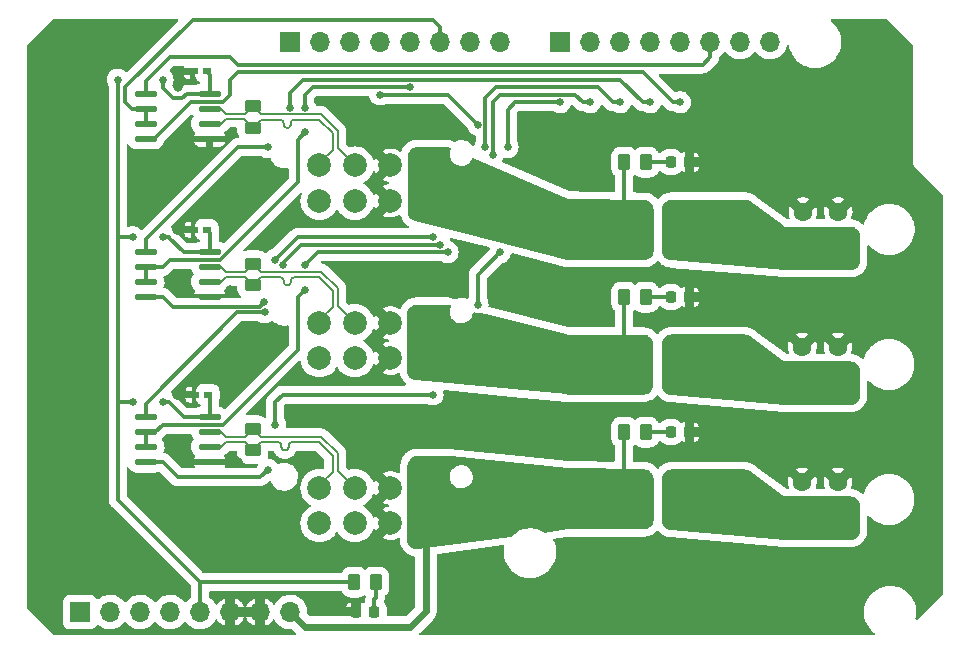
<source format=gbr>
%TF.GenerationSoftware,KiCad,Pcbnew,(6.0.7)*%
%TF.CreationDate,2022-08-17T13:42:15+03:00*%
%TF.ProjectId,Master Shield,4d617374-6572-4205-9368-69656c642e6b,1*%
%TF.SameCoordinates,Original*%
%TF.FileFunction,Copper,L1,Top*%
%TF.FilePolarity,Positive*%
%FSLAX46Y46*%
G04 Gerber Fmt 4.6, Leading zero omitted, Abs format (unit mm)*
G04 Created by KiCad (PCBNEW (6.0.7)) date 2022-08-17 13:42:15*
%MOMM*%
%LPD*%
G01*
G04 APERTURE LIST*
G04 Aperture macros list*
%AMRoundRect*
0 Rectangle with rounded corners*
0 $1 Rounding radius*
0 $2 $3 $4 $5 $6 $7 $8 $9 X,Y pos of 4 corners*
0 Add a 4 corners polygon primitive as box body*
4,1,4,$2,$3,$4,$5,$6,$7,$8,$9,$2,$3,0*
0 Add four circle primitives for the rounded corners*
1,1,$1+$1,$2,$3*
1,1,$1+$1,$4,$5*
1,1,$1+$1,$6,$7*
1,1,$1+$1,$8,$9*
0 Add four rect primitives between the rounded corners*
20,1,$1+$1,$2,$3,$4,$5,0*
20,1,$1+$1,$4,$5,$6,$7,0*
20,1,$1+$1,$6,$7,$8,$9,0*
20,1,$1+$1,$8,$9,$2,$3,0*%
G04 Aperture macros list end*
%TA.AperFunction,SMDPad,CuDef*%
%ADD10RoundRect,0.250000X-0.450000X0.262500X-0.450000X-0.262500X0.450000X-0.262500X0.450000X0.262500X0*%
%TD*%
%TA.AperFunction,SMDPad,CuDef*%
%ADD11O,1.950216X0.568402*%
%TD*%
%TA.AperFunction,SMDPad,CuDef*%
%ADD12RoundRect,0.250000X0.262500X0.450000X-0.262500X0.450000X-0.262500X-0.450000X0.262500X-0.450000X0*%
%TD*%
%TA.AperFunction,ComponentPad*%
%ADD13C,1.600000*%
%TD*%
%TA.AperFunction,SMDPad,CuDef*%
%ADD14RoundRect,0.218750X0.218750X0.256250X-0.218750X0.256250X-0.218750X-0.256250X0.218750X-0.256250X0*%
%TD*%
%TA.AperFunction,ComponentPad*%
%ADD15R,2.000000X2.000000*%
%TD*%
%TA.AperFunction,ComponentPad*%
%ADD16C,2.000000*%
%TD*%
%TA.AperFunction,SMDPad,CuDef*%
%ADD17R,0.790094X0.540005*%
%TD*%
%TA.AperFunction,SMDPad,CuDef*%
%ADD18RoundRect,0.218750X-0.218750X-0.256250X0.218750X-0.256250X0.218750X0.256250X-0.218750X0.256250X0*%
%TD*%
%TA.AperFunction,ComponentPad*%
%ADD19C,2.480000*%
%TD*%
%TA.AperFunction,ComponentPad*%
%ADD20R,2.480000X2.480000*%
%TD*%
%TA.AperFunction,ComponentPad*%
%ADD21R,1.700000X1.700000*%
%TD*%
%TA.AperFunction,ComponentPad*%
%ADD22O,1.700000X1.700000*%
%TD*%
%TA.AperFunction,ViaPad*%
%ADD23C,0.812800*%
%TD*%
%TA.AperFunction,ViaPad*%
%ADD24C,0.635000*%
%TD*%
%TA.AperFunction,Conductor*%
%ADD25C,0.304800*%
%TD*%
%TA.AperFunction,Conductor*%
%ADD26C,0.200000*%
%TD*%
%TA.AperFunction,Conductor*%
%ADD27C,0.609600*%
%TD*%
G04 APERTURE END LIST*
D10*
%TO.P,R2,1*%
%TO.N,RS485-2-*%
X42559019Y32027500D03*
%TO.P,R2,2*%
%TO.N,RS485-2+*%
X42559019Y30202500D03*
%TD*%
D11*
%TO.P,MASTER-2,1,RO*%
%TO.N,RX2{slash}17*%
X33503914Y33020004D03*
%TO.P,MASTER-2,2,~{RE}*%
%TO.N,\u002A3*%
X33503914Y31750001D03*
%TO.P,MASTER-2,3,DE*%
X33503914Y30479999D03*
%TO.P,MASTER-2,4,DI*%
%TO.N,TX2{slash}16*%
X33503914Y29209996D03*
%TO.P,MASTER-2,5,GND*%
%TO.N,GND*%
X38914124Y29209996D03*
%TO.P,MASTER-2,6,A*%
%TO.N,RS485-2+*%
X38914124Y30479999D03*
%TO.P,MASTER-2,7,B*%
%TO.N,RS485-2-*%
X38914124Y31750001D03*
%TO.P,MASTER-2,8,VCC*%
%TO.N,+5V*%
X38914124Y33020004D03*
%TD*%
D12*
%TO.P,R4,1*%
%TO.N,Net-(D1-Pad2)*%
X75842500Y40640000D03*
%TO.P,R4,2*%
%TO.N,/12V_Fused*%
X74017500Y40640000D03*
%TD*%
D13*
%TO.P,PSU1,1,Pin_1*%
%TO.N,GND*%
X92135629Y36434393D03*
%TO.P,PSU1,2,Pin_2*%
%TO.N,+12V*%
X92135629Y33434647D03*
%TO.P,PSU1,3,Pin_3*%
%TO.N,GND*%
X89135883Y36434393D03*
%TO.P,PSU1,4,Pin_4*%
%TO.N,+12V*%
X89135883Y33434647D03*
%TD*%
D14*
%TO.P,D3,1,K*%
%TO.N,GND*%
X79527500Y17780000D03*
%TO.P,D3,2,A*%
%TO.N,Net-(D3-Pad2)*%
X77952500Y17780000D03*
%TD*%
D15*
%TO.P,BUS3,1,Pin_1*%
%TO.N,12V_3_Fused*%
X57205127Y10049873D03*
D16*
%TO.P,BUS3,2,Pin_2*%
%TO.N,GND*%
X54205127Y10049873D03*
%TO.P,BUS3,3,Pin_3*%
%TO.N,unconnected-(BUS3-Pad3)*%
X51205127Y10049873D03*
%TO.P,BUS3,4,Pin_4*%
%TO.N,unconnected-(BUS3-Pad4)*%
X48205127Y10049873D03*
%TO.P,BUS3,5,Pin_5*%
%TO.N,12V_3_Fused*%
X57205127Y13049873D03*
%TO.P,BUS3,6,Pin_6*%
%TO.N,GND*%
X54205127Y13049873D03*
%TO.P,BUS3,7,Pin_7*%
%TO.N,RS485-3-*%
X51205127Y13049873D03*
%TO.P,BUS3,8,Pin_8*%
%TO.N,RS485-3+*%
X48205127Y13049873D03*
%TD*%
D17*
%TO.P,C1,1*%
%TO.N,GND*%
X37554915Y48311000D03*
%TO.P,C1,2*%
%TO.N,+5V*%
X38645085Y48311000D03*
%TD*%
%TO.P,C3,1*%
%TO.N,GND*%
X37658849Y20955000D03*
%TO.P,C3,2*%
%TO.N,+5V*%
X38749019Y20955000D03*
%TD*%
D12*
%TO.P,R5,1*%
%TO.N,Net-(D2-Pad2)*%
X75842500Y29210000D03*
%TO.P,R5,2*%
%TO.N,/12V_2_Fused*%
X74017500Y29210000D03*
%TD*%
D11*
%TO.P,MASTER-1,1,RO*%
%TO.N,RX1{slash}19*%
X33503914Y46406004D03*
%TO.P,MASTER-1,2,~{RE}*%
%TO.N,\u002A2*%
X33503914Y45136001D03*
%TO.P,MASTER-1,3,DE*%
X33503914Y43865999D03*
%TO.P,MASTER-1,4,DI*%
%TO.N,TX1{slash}18*%
X33503914Y42595996D03*
%TO.P,MASTER-1,5,GND*%
%TO.N,GND*%
X38914124Y42595996D03*
%TO.P,MASTER-1,6,A*%
%TO.N,RS485-1+*%
X38914124Y43865999D03*
%TO.P,MASTER-1,7,B*%
%TO.N,RS485-1-*%
X38914124Y45136001D03*
%TO.P,MASTER-1,8,VCC*%
%TO.N,+5V*%
X38914124Y46406004D03*
%TD*%
D14*
%TO.P,D1,1,K*%
%TO.N,GND*%
X79527500Y40640000D03*
%TO.P,D1,2,A*%
%TO.N,Net-(D1-Pad2)*%
X77952500Y40640000D03*
%TD*%
%TO.P,D2,1,K*%
%TO.N,GND*%
X79527500Y29210000D03*
%TO.P,D2,2,A*%
%TO.N,Net-(D2-Pad2)*%
X77952500Y29210000D03*
%TD*%
D13*
%TO.P,PSU3,1,Pin_1*%
%TO.N,GND*%
X92101029Y13566143D03*
%TO.P,PSU3,2,Pin_2*%
%TO.N,+12V_3*%
X92101029Y10566397D03*
%TO.P,PSU3,3,Pin_3*%
%TO.N,GND*%
X89101283Y13566143D03*
%TO.P,PSU3,4,Pin_4*%
%TO.N,+12V_3*%
X89101283Y10566397D03*
%TD*%
D18*
%TO.P,D4,1,K*%
%TO.N,GND*%
X51282500Y2540000D03*
%TO.P,D4,2,A*%
%TO.N,Net-(D4-Pad2)*%
X52857500Y2540000D03*
%TD*%
D13*
%TO.P,PSU2,1,Pin_1*%
%TO.N,GND*%
X92101029Y24996143D03*
%TO.P,PSU2,2,Pin_2*%
%TO.N,+12V_2*%
X92101029Y21996397D03*
%TO.P,PSU2,3,Pin_3*%
%TO.N,GND*%
X89101283Y24996143D03*
%TO.P,PSU2,4,Pin_4*%
%TO.N,+12V_2*%
X89101283Y21996397D03*
%TD*%
D17*
%TO.P,C2,1*%
%TO.N,GND*%
X37568934Y34925000D03*
%TO.P,C2,2*%
%TO.N,+5V*%
X38659104Y34925000D03*
%TD*%
D12*
%TO.P,R6,1*%
%TO.N,Net-(D3-Pad2)*%
X75842500Y17780000D03*
%TO.P,R6,2*%
%TO.N,12V_3_Fused*%
X74017500Y17780000D03*
%TD*%
%TO.P,R7,1*%
%TO.N,Net-(D4-Pad2)*%
X52982500Y5080000D03*
%TO.P,R7,2*%
%TO.N,+5V*%
X51157500Y5080000D03*
%TD*%
D19*
%TO.P,F2,1*%
%TO.N,+12V_2*%
X79070000Y23495000D03*
D20*
X82730000Y23495000D03*
D19*
%TO.P,F2,2*%
%TO.N,/12V_2_Fused*%
X74600000Y23495000D03*
X70940000Y23495000D03*
%TD*%
D15*
%TO.P,BUS2,1,Pin_1*%
%TO.N,/12V_2_Fused*%
X57205127Y24019873D03*
D16*
%TO.P,BUS2,2,Pin_2*%
%TO.N,GND*%
X54205127Y24019873D03*
%TO.P,BUS2,3,Pin_3*%
%TO.N,unconnected-(BUS2-Pad3)*%
X51205127Y24019873D03*
%TO.P,BUS2,4,Pin_4*%
%TO.N,unconnected-(BUS2-Pad4)*%
X48205127Y24019873D03*
%TO.P,BUS2,5,Pin_5*%
%TO.N,/12V_2_Fused*%
X57205127Y27019873D03*
%TO.P,BUS2,6,Pin_6*%
%TO.N,GND*%
X54205127Y27019873D03*
%TO.P,BUS2,7,Pin_7*%
%TO.N,RS485-2-*%
X51205127Y27019873D03*
%TO.P,BUS2,8,Pin_8*%
%TO.N,RS485-2+*%
X48205127Y27019873D03*
%TD*%
D11*
%TO.P,MASTER-3,1,RO*%
%TO.N,RX3{slash}15*%
X33503914Y19050004D03*
%TO.P,MASTER-3,2,~{RE}*%
%TO.N,\u002A4*%
X33503914Y17780001D03*
%TO.P,MASTER-3,3,DE*%
X33503914Y16509999D03*
%TO.P,MASTER-3,4,DI*%
%TO.N,TX3{slash}14*%
X33503914Y15239996D03*
%TO.P,MASTER-3,5,GND*%
%TO.N,GND*%
X38914124Y15239996D03*
%TO.P,MASTER-3,6,A*%
%TO.N,RS485-3+*%
X38914124Y16509999D03*
%TO.P,MASTER-3,7,B*%
%TO.N,RS485-3-*%
X38914124Y17780001D03*
%TO.P,MASTER-3,8,VCC*%
%TO.N,+5V*%
X38914124Y19050004D03*
%TD*%
D10*
%TO.P,R1,1*%
%TO.N,RS485-1-*%
X42559019Y45362500D03*
%TO.P,R1,2*%
%TO.N,RS485-1+*%
X42559019Y43537500D03*
%TD*%
D20*
%TO.P,F1,1*%
%TO.N,+12V*%
X82730000Y34925000D03*
D19*
X79070000Y34925000D03*
%TO.P,F1,2*%
%TO.N,/12V_Fused*%
X74600000Y34925000D03*
X70940000Y34925000D03*
%TD*%
D20*
%TO.P,F3,1*%
%TO.N,+12V_3*%
X82730000Y12065000D03*
D19*
X79070000Y12065000D03*
%TO.P,F3,2*%
%TO.N,12V_3_Fused*%
X70940000Y12065000D03*
X74600000Y12065000D03*
%TD*%
D10*
%TO.P,R3,1*%
%TO.N,RS485-3-*%
X42559019Y18057500D03*
%TO.P,R3,2*%
%TO.N,RS485-3+*%
X42559019Y16232500D03*
%TD*%
D15*
%TO.P,BUS1,1,Pin_1*%
%TO.N,/12V_Fused*%
X57205127Y37354873D03*
D16*
%TO.P,BUS1,2,Pin_2*%
%TO.N,GND*%
X54205127Y37354873D03*
%TO.P,BUS1,3,Pin_3*%
%TO.N,unconnected-(BUS1-Pad3)*%
X51205127Y37354873D03*
%TO.P,BUS1,4,Pin_4*%
%TO.N,unconnected-(BUS1-Pad4)*%
X48205127Y37354873D03*
%TO.P,BUS1,5,Pin_5*%
%TO.N,/12V_Fused*%
X57205127Y40354873D03*
%TO.P,BUS1,6,Pin_6*%
%TO.N,GND*%
X54205127Y40354873D03*
%TO.P,BUS1,7,Pin_7*%
%TO.N,RS485-1-*%
X51205127Y40354873D03*
%TO.P,BUS1,8,Pin_8*%
%TO.N,RS485-1+*%
X48205127Y40354873D03*
%TD*%
D21*
%TO.P,J1,1,Pin_1*%
%TO.N,unconnected-(J1-Pad1)*%
X27940000Y2540000D03*
D22*
%TO.P,J1,2,Pin_2*%
%TO.N,/IOREF*%
X30480000Y2540000D03*
%TO.P,J1,3,Pin_3*%
%TO.N,/~{RESET}*%
X33020000Y2540000D03*
%TO.P,J1,4,Pin_4*%
%TO.N,+3V3*%
X35560000Y2540000D03*
%TO.P,J1,5,Pin_5*%
%TO.N,+5V*%
X38100000Y2540000D03*
%TO.P,J1,6,Pin_6*%
%TO.N,GND*%
X40640000Y2540000D03*
%TO.P,J1,7,Pin_7*%
X43180000Y2540000D03*
%TO.P,J1,8,Pin_8*%
%TO.N,12V_3_Fused*%
X45720000Y2540000D03*
%TD*%
D21*
%TO.P,J2,1,Pin_1*%
%TO.N,/\u002A7*%
X45720000Y50800000D03*
D22*
%TO.P,J2,2,Pin_2*%
%TO.N,/\u002A6*%
X48260000Y50800000D03*
%TO.P,J2,3,Pin_3*%
%TO.N,/\u002A5*%
X50800000Y50800000D03*
%TO.P,J2,4,Pin_4*%
%TO.N,\u002A4*%
X53340000Y50800000D03*
%TO.P,J2,5,Pin_5*%
%TO.N,\u002A3*%
X55880000Y50800000D03*
%TO.P,J2,6,Pin_6*%
%TO.N,\u002A2*%
X58420000Y50800000D03*
%TO.P,J2,7,Pin_7*%
%TO.N,/TX0{slash}1*%
X60960000Y50800000D03*
%TO.P,J2,8,Pin_8*%
%TO.N,/RX0{slash}0*%
X63500000Y50800000D03*
%TD*%
D21*
%TO.P,J3,1,Pin_1*%
%TO.N,TX3{slash}14*%
X68580000Y50800000D03*
D22*
%TO.P,J3,2,Pin_2*%
%TO.N,RX3{slash}15*%
X71120000Y50800000D03*
%TO.P,J3,3,Pin_3*%
%TO.N,TX2{slash}16*%
X73660000Y50800000D03*
%TO.P,J3,4,Pin_4*%
%TO.N,RX2{slash}17*%
X76200000Y50800000D03*
%TO.P,J3,5,Pin_5*%
%TO.N,TX1{slash}18*%
X78740000Y50800000D03*
%TO.P,J3,6,Pin_6*%
%TO.N,RX1{slash}19*%
X81280000Y50800000D03*
%TO.P,J3,7,Pin_7*%
%TO.N,/SDA{slash}20*%
X83820000Y50800000D03*
%TO.P,J3,8,Pin_8*%
%TO.N,/SCL{slash}21*%
X86360000Y50800000D03*
%TD*%
D23*
%TO.N,GND*%
X40640000Y29845000D03*
X36830000Y42545000D03*
X36830000Y29845000D03*
X36164061Y34925000D03*
X36209019Y48311000D03*
X38735000Y41275000D03*
X36830000Y15240000D03*
X36164061Y20955000D03*
X41275000Y15240000D03*
X36195000Y46990000D03*
X37465000Y36195000D03*
X37465000Y22225000D03*
D24*
%TO.N,+5V*%
X32385000Y20320000D03*
X34925000Y20320000D03*
X31115000Y47625000D03*
X32385000Y34290000D03*
X34925000Y47625000D03*
X34925000Y34290000D03*
%TO.N,\u002A4*%
X53340000Y46355000D03*
X46990000Y31909401D03*
X59055000Y33020000D03*
X61595000Y43815000D03*
X46990000Y29845000D03*
%TO.N,\u002A3*%
X55880000Y46990000D03*
X46990000Y45244401D03*
X46990000Y43180000D03*
%TO.N,TX3{slash}14*%
X61595000Y28575000D03*
X68580000Y45720000D03*
X43815000Y14605000D03*
X44450000Y18415000D03*
X63500000Y33020000D03*
X57785000Y20955000D03*
X64135000Y41910000D03*
%TO.N,RX3{slash}15*%
X71120000Y45720000D03*
X58420000Y33655000D03*
X45085000Y31909401D03*
X62865000Y41275000D03*
X43568227Y27922421D03*
%TO.N,TX2{slash}16*%
X62230000Y41910000D03*
X57785000Y34290000D03*
X44450000Y32385000D03*
X43545135Y28778688D03*
X73660000Y45720000D03*
%TO.N,RX2{slash}17*%
X43815000Y41910000D03*
X45720000Y45244401D03*
X76200000Y45720000D03*
%TO.N,TX1{slash}18*%
X78740000Y45720000D03*
%TD*%
D25*
%TO.N,+5V*%
X35795201Y46024800D02*
X34925000Y46895001D01*
X38914124Y19050004D02*
X38914124Y20789895D01*
X38100000Y2540000D02*
X38100000Y5080000D01*
X31115000Y34290000D02*
X31115000Y47625000D01*
X38914124Y20789895D02*
X38749019Y20955000D01*
X31115000Y20320000D02*
X31115000Y34290000D01*
X32385000Y20320000D02*
X31115000Y20320000D01*
X38914124Y46406004D02*
X36976003Y46406004D01*
X38100000Y5080000D02*
X51157500Y5080000D01*
X31115000Y12065000D02*
X38100000Y5080000D01*
X38914124Y48041961D02*
X38645085Y48311000D01*
X36704058Y33020004D02*
X35497031Y34227031D01*
X36976003Y46406004D02*
X36594799Y46024800D01*
X31115000Y17780000D02*
X31115000Y12065000D01*
X31115000Y17780000D02*
X31115000Y20320000D01*
X38914124Y19050004D02*
X36704058Y19050004D01*
X35434062Y34290000D02*
X34925000Y34290000D01*
X38914124Y34669980D02*
X38659104Y34925000D01*
X34925000Y46895001D02*
X34925000Y47625000D01*
X38914124Y33020004D02*
X38914124Y34669980D01*
X35434062Y20320000D02*
X34925000Y20320000D01*
X38914124Y46406004D02*
X38914124Y48041961D01*
X35497031Y34227031D02*
X35434062Y34290000D01*
X32385000Y34290000D02*
X31115000Y34290000D01*
X38914124Y33020004D02*
X36704058Y33020004D01*
X36704058Y19050004D02*
X35434062Y20320000D01*
X36594799Y46024800D02*
X35795201Y46024800D01*
%TO.N,/12V_2_Fused*%
X74017500Y24077500D02*
X74017500Y29210000D01*
X74600000Y23495000D02*
X74017500Y24077500D01*
%TO.N,Net-(D1-Pad2)*%
X75842500Y40640000D02*
X77952500Y40640000D01*
%TO.N,Net-(D2-Pad2)*%
X75842500Y29210000D02*
X77952500Y29210000D01*
%TO.N,Net-(D3-Pad2)*%
X75842500Y17780000D02*
X77952500Y17780000D01*
%TO.N,Net-(D4-Pad2)*%
X52982500Y5080000D02*
X52982500Y3759708D01*
X52857500Y3634708D02*
X52857500Y2540000D01*
X52982500Y3759708D02*
X52857500Y3634708D01*
%TO.N,\u002A4*%
X33503914Y16509999D02*
X33503914Y17780001D01*
X59055000Y46355000D02*
X53340000Y46355000D01*
X46355000Y29210000D02*
X46990000Y29845000D01*
X48100599Y33020000D02*
X59055000Y33020000D01*
X46355000Y24765000D02*
X46355000Y26035000D01*
X46355000Y26035000D02*
X46355000Y29210000D01*
X33503914Y17780001D02*
X34290001Y17780001D01*
X34290001Y17780001D02*
X34925000Y18415000D01*
X61595000Y43815000D02*
X59055000Y46355000D01*
X34925000Y18415000D02*
X40005000Y18415000D01*
X40005000Y18415000D02*
X46355000Y24765000D01*
X46990000Y31909401D02*
X48100599Y33020000D01*
%TO.N,\u002A3*%
X46990000Y46355000D02*
X47625000Y46990000D01*
X34925000Y31750000D02*
X35560000Y32385000D01*
X46355000Y42545000D02*
X46990000Y43180000D01*
X46990000Y45244401D02*
X46990000Y46355000D01*
X33503914Y31750001D02*
X34925000Y31750000D01*
X39803000Y32385000D02*
X46355000Y38937000D01*
X35560000Y32385000D02*
X39803000Y32385000D01*
X46355000Y38937000D02*
X46355000Y42545000D01*
X47625000Y46990000D02*
X55880000Y46990000D01*
X33503914Y30479999D02*
X33503914Y31750001D01*
%TO.N,\u002A2*%
X33503914Y43865999D02*
X33503914Y45136001D01*
X57785000Y52705000D02*
X58420000Y52070000D01*
X31750000Y46995789D02*
X37459211Y52705000D01*
X33503914Y45136001D02*
X32333999Y45136001D01*
X32333999Y45136001D02*
X31750000Y45720000D01*
X58420000Y52070000D02*
X58420000Y50800000D01*
X37459211Y52705000D02*
X57785000Y52705000D01*
X31750000Y45720000D02*
X31750000Y46995789D01*
%TO.N,TX3{slash}14*%
X61595000Y28575000D02*
X61595000Y31115000D01*
X44450000Y18415000D02*
X44450000Y20320000D01*
X46990000Y20955000D02*
X57785000Y20955000D01*
X36195000Y13970000D02*
X43180000Y13970000D01*
X44450000Y20320000D02*
X45085000Y20955000D01*
X64135000Y41910000D02*
X64135000Y45085000D01*
X33503914Y15239996D02*
X34925004Y15239996D01*
X45085000Y20955000D02*
X46990000Y20955000D01*
X64770000Y45720000D02*
X68580000Y45720000D01*
X43180000Y13970000D02*
X43815000Y14605000D01*
X61595000Y31115000D02*
X63500000Y33020000D01*
X34925004Y15239996D02*
X36195000Y13970000D01*
X64135000Y45085000D02*
X64770000Y45720000D01*
%TO.N,RX3{slash}15*%
X55880000Y33655000D02*
X58420000Y33655000D01*
X71120000Y45720000D02*
X70485000Y45720000D01*
X41244795Y27909795D02*
X33503914Y20168914D01*
X62865000Y45720000D02*
X62865000Y41275000D01*
X33503914Y20168914D02*
X33503914Y19050004D01*
X70485000Y45720000D02*
X69850000Y46355000D01*
X43568227Y27922421D02*
X43555601Y27909795D01*
X45085000Y31909401D02*
X45085000Y32067500D01*
X45085000Y32067500D02*
X46672500Y33655000D01*
X63500000Y46355000D02*
X62865000Y45720000D01*
X69850000Y46355000D02*
X63500000Y46355000D01*
X43555601Y27909795D02*
X41244795Y27909795D01*
X46672500Y33655000D02*
X55880000Y33655000D01*
%TO.N,TX2{slash}16*%
X63182500Y46990000D02*
X62230000Y46037500D01*
X73660000Y45720000D02*
X73025000Y45720000D01*
X43545135Y28778688D02*
X43133442Y28366995D01*
X73025000Y45720000D02*
X71755000Y46990000D01*
X35768005Y28366995D02*
X34925004Y29209996D01*
X34925004Y29209996D02*
X33503914Y29209996D01*
X43133442Y28366995D02*
X35768005Y28366995D01*
X71755000Y46990000D02*
X63182500Y46990000D01*
X46355000Y34290000D02*
X57785000Y34290000D01*
X62230000Y46037500D02*
X62230000Y41910000D01*
X44450000Y32385000D02*
X46355000Y34290000D01*
%TO.N,RX2{slash}17*%
X73660000Y47625000D02*
X46831250Y47625000D01*
X76200000Y45720000D02*
X75565000Y45720000D01*
X41275000Y41910000D02*
X43815000Y41910000D01*
X75565000Y45720000D02*
X73660000Y47625000D01*
X33503914Y34138914D02*
X41275000Y41910000D01*
X46831250Y47625000D02*
X45720000Y46513750D01*
X45720000Y46513750D02*
X45720000Y45244401D01*
X33503914Y33020004D02*
X33503914Y34138914D01*
%TO.N,TX1{slash}18*%
X75565000Y48260000D02*
X41275000Y48260000D01*
X40010002Y45725002D02*
X37344426Y45725002D01*
X40640000Y46355000D02*
X40010002Y45725002D01*
X34215420Y42595996D02*
X33503914Y42595996D01*
X78740000Y45720000D02*
X78105000Y45720000D01*
X40640000Y47625000D02*
X40640000Y46355000D01*
X78105000Y45720000D02*
X75565000Y48260000D01*
X41275000Y48260000D02*
X40640000Y47625000D01*
X37344426Y45725002D02*
X34215420Y42595996D01*
%TO.N,RX1{slash}19*%
X33503914Y47473914D02*
X35560000Y49530000D01*
X80645000Y48895000D02*
X81280000Y49530000D01*
X81280000Y49530000D02*
X81280000Y50800000D01*
X40640000Y49530000D02*
X41275000Y48895000D01*
X33503914Y46406004D02*
X33503914Y47473914D01*
X35560000Y49530000D02*
X40640000Y49530000D01*
X41275000Y48895000D02*
X80645000Y48895000D01*
D26*
%TO.N,RS485-1-*%
X40299233Y44726000D02*
X41922519Y44726000D01*
X49769019Y41790981D02*
X51205127Y40354873D01*
X41922519Y44726000D02*
X42559019Y45362500D01*
X38914124Y45136001D02*
X39889232Y45136001D01*
X48367218Y44675001D02*
X49769019Y43273200D01*
X49769019Y43273200D02*
X49769019Y41790981D01*
X42559019Y45362500D02*
X43246518Y44675001D01*
X39889232Y45136001D02*
X40299233Y44726000D01*
X43246518Y44675001D02*
X48367218Y44675001D01*
%TO.N,RS485-1+*%
X39889232Y43865999D02*
X40299233Y44276000D01*
X48180820Y44224999D02*
X46074018Y44224999D01*
X40299233Y44276000D02*
X41820519Y44276000D01*
X41820519Y44276000D02*
X42559019Y43537500D01*
X48205127Y40354873D02*
X48205127Y40571108D01*
X45774018Y43924999D02*
X45774018Y43815000D01*
X45174018Y43815000D02*
X45174018Y43924999D01*
X49319019Y43086800D02*
X48180820Y44224999D01*
X44874018Y44224999D02*
X43246518Y44224999D01*
X48205127Y40571108D02*
X49319019Y41685000D01*
X43246518Y44224999D02*
X42559019Y43537500D01*
X49319019Y41685000D02*
X49319019Y43086800D01*
X38914124Y43865999D02*
X39889232Y43865999D01*
X44874018Y44225018D02*
G75*
G02*
X45174018Y43924999I-18J-300018D01*
G01*
X45174000Y43815000D02*
G75*
G03*
X45474018Y43515000I300000J0D01*
G01*
X45474018Y43514982D02*
G75*
G03*
X45774018Y43815000I-18J300018D01*
G01*
X45774001Y43924999D02*
G75*
G02*
X46074018Y44224999I299999J1D01*
G01*
%TO.N,RS485-2-*%
X39889232Y31750001D02*
X40299233Y31340000D01*
X49769019Y28455981D02*
X51205127Y27019873D01*
X41871520Y31340001D02*
X42559019Y32027500D01*
X42559019Y32027500D02*
X43246518Y31340001D01*
X43246518Y31340001D02*
X48367218Y31340001D01*
X38914124Y31750001D02*
X39889232Y31750001D01*
X48367218Y31340001D02*
X49769019Y29938200D01*
X49769019Y29938200D02*
X49769019Y28455981D01*
X40299233Y31340000D02*
X41871520Y31340001D01*
%TO.N,RS485-2+*%
X46074018Y30889999D02*
X48180820Y30889999D01*
X49319019Y28350000D02*
X48205127Y27236108D01*
X38914124Y30479999D02*
X39889232Y30479999D01*
X40299233Y30890000D02*
X41871520Y30889999D01*
X45774018Y30480000D02*
X45774018Y30589999D01*
X43246518Y30889999D02*
X44874018Y30889999D01*
X42559019Y30202500D02*
X43246518Y30889999D01*
X39889232Y30479999D02*
X40299233Y30890000D01*
X49319019Y29751800D02*
X49319019Y28350000D01*
X48205127Y27236108D02*
X48205127Y27019873D01*
X41871520Y30889999D02*
X42559019Y30202500D01*
X48180820Y30889999D02*
X49319019Y29751800D01*
X45174018Y30480000D02*
X45174018Y30589999D01*
X46074018Y30889982D02*
G75*
G03*
X45774018Y30589999I-18J-299982D01*
G01*
X45173999Y30589999D02*
G75*
G03*
X44874018Y30889999I-299999J1D01*
G01*
X45774000Y30480000D02*
G75*
G02*
X45474018Y30180000I-300000J0D01*
G01*
X45474018Y30180018D02*
G75*
G02*
X45174018Y30480000I-18J299982D01*
G01*
%TO.N,RS485-3-*%
X49769019Y15968200D02*
X49769019Y14485981D01*
X43246518Y17370001D02*
X48367218Y17370001D01*
X49769019Y14485981D02*
X51205127Y13049873D01*
X40299233Y17370000D02*
X41871520Y17370001D01*
X48367218Y17370001D02*
X49769019Y15968200D01*
X39889232Y17780001D02*
X40299233Y17370000D01*
X42559019Y18057500D02*
X43246518Y17370001D01*
X38914124Y17780001D02*
X39889232Y17780001D01*
X41871520Y17370001D02*
X42559019Y18057500D01*
%TO.N,RS485-3+*%
X45889020Y16919999D02*
X48180820Y16919999D01*
X41871520Y16919999D02*
X42559019Y16232500D01*
X49319019Y15781800D02*
X49319019Y14380000D01*
X39889232Y16509999D02*
X40299233Y16920000D01*
X48180820Y16919999D02*
X49319019Y15781800D01*
X45589020Y16510000D02*
X45589020Y16619999D01*
X49319019Y14380000D02*
X48205127Y13266108D01*
X44989020Y16510000D02*
X44989020Y16619999D01*
X48205127Y13266108D02*
X48205127Y13049873D01*
X38914124Y16509999D02*
X39889232Y16509999D01*
X43246518Y16919999D02*
X44689020Y16919999D01*
X42559019Y16232500D02*
X43246518Y16919999D01*
X40299233Y16920000D02*
X41871520Y16919999D01*
X45289020Y16210020D02*
G75*
G02*
X44989020Y16510000I-20J299980D01*
G01*
X44988999Y16619999D02*
G75*
G03*
X44689020Y16919999I-299999J1D01*
G01*
X45589000Y16510000D02*
G75*
G02*
X45289020Y16210000I-300000J0D01*
G01*
X45889020Y16919980D02*
G75*
G03*
X45589020Y16619999I-20J-299980D01*
G01*
D25*
%TO.N,/12V_Fused*%
X74600000Y34925000D02*
X74017500Y35507500D01*
X74017500Y35507500D02*
X74017500Y40640000D01*
D27*
%TO.N,12V_3_Fused*%
X55880000Y1270000D02*
X57205127Y2595127D01*
X45720000Y2540000D02*
X46990000Y1270000D01*
X57205127Y2595127D02*
X57205127Y10049873D01*
D25*
X74017500Y12647500D02*
X74017500Y17780000D01*
X74600000Y12065000D02*
X74017500Y12647500D01*
D27*
X46990000Y1270000D02*
X55880000Y1270000D01*
%TD*%
%TA.AperFunction,Conductor*%
%TO.N,/12V_Fused*%
G36*
X58929702Y41909483D02*
G01*
X59078233Y41894362D01*
X59098192Y41890255D01*
X59240620Y41845515D01*
X59250175Y41841973D01*
X59255865Y41839528D01*
X59302608Y41798534D01*
X59316329Y41737892D01*
X59306415Y41702684D01*
X59280058Y41649119D01*
X59274467Y41627654D01*
X59249219Y41530726D01*
X59229775Y41456081D01*
X59229509Y41450999D01*
X59229508Y41450995D01*
X59224371Y41352960D01*
X59219335Y41256876D01*
X59220097Y41251838D01*
X59220097Y41251837D01*
X59228163Y41198502D01*
X59249164Y41059640D01*
X59318044Y40872430D01*
X59320728Y40868102D01*
X59320729Y40868099D01*
X59376564Y40778047D01*
X59423161Y40702894D01*
X59560220Y40557958D01*
X59723624Y40443541D01*
X59906697Y40364318D01*
X59951909Y40354873D01*
X60098178Y40324316D01*
X60098182Y40324316D01*
X60101961Y40323526D01*
X60106868Y40323269D01*
X60107206Y40323251D01*
X60107209Y40323251D01*
X60108505Y40323183D01*
X60254980Y40323183D01*
X60257509Y40323440D01*
X60257511Y40323440D01*
X60283962Y40326127D01*
X60403585Y40338278D01*
X60566602Y40389364D01*
X60589077Y40396407D01*
X60589080Y40396408D01*
X60593936Y40397930D01*
X60598386Y40400397D01*
X60598389Y40400398D01*
X60763946Y40492168D01*
X60768404Y40494639D01*
X60919863Y40624455D01*
X61042125Y40782075D01*
X61063574Y40825664D01*
X61117712Y40935689D01*
X61161057Y40980263D01*
X61222324Y40990846D01*
X61247688Y40983704D01*
X69251850Y37544564D01*
X69414064Y37541718D01*
X69414066Y37541718D01*
X69969881Y37531967D01*
X75686740Y37431671D01*
X75697840Y37430859D01*
X75859698Y37409947D01*
X75881332Y37404665D01*
X76029338Y37350575D01*
X76049282Y37340660D01*
X76181746Y37255328D01*
X76199022Y37241265D01*
X76309459Y37128874D01*
X76323217Y37111354D01*
X76406213Y36977412D01*
X76415778Y36957292D01*
X76467261Y36808366D01*
X76472163Y36786637D01*
X76490231Y36624456D01*
X76490850Y36613317D01*
X76490850Y33156010D01*
X76490217Y33144746D01*
X76471740Y32980765D01*
X76466728Y32958803D01*
X76414101Y32808402D01*
X76404327Y32788106D01*
X76319553Y32653188D01*
X76305507Y32635575D01*
X76192839Y32522907D01*
X76175226Y32508861D01*
X76040308Y32424087D01*
X76020014Y32414314D01*
X75951395Y32390303D01*
X75869611Y32361686D01*
X75847649Y32356674D01*
X75683668Y32338197D01*
X75672404Y32337564D01*
X69357324Y32337564D01*
X69351029Y32337761D01*
X69258942Y32343535D01*
X69246457Y32345106D01*
X69155779Y32362343D01*
X69149687Y32363700D01*
X60739522Y34515249D01*
X56279569Y35656227D01*
X56269018Y35659554D01*
X56117573Y35716642D01*
X56097881Y35726657D01*
X55967205Y35812373D01*
X55950183Y35826438D01*
X55841366Y35938613D01*
X55827818Y35956064D01*
X55746117Y36089280D01*
X55736705Y36109267D01*
X55686054Y36257102D01*
X55681231Y36278662D01*
X55663458Y36439537D01*
X55662850Y36450584D01*
X55662850Y41091554D01*
X55663483Y41102818D01*
X55681960Y41266799D01*
X55686972Y41288761D01*
X55739599Y41439162D01*
X55749373Y41459458D01*
X55750350Y41461012D01*
X55834147Y41594376D01*
X55848193Y41611989D01*
X55960861Y41724657D01*
X55978474Y41738703D01*
X56113392Y41823477D01*
X56133686Y41833250D01*
X56202305Y41857261D01*
X56284089Y41885878D01*
X56306051Y41890890D01*
X56470032Y41909367D01*
X56481296Y41910000D01*
X58919513Y41910000D01*
X58929702Y41909483D01*
G37*
%TD.AperFunction*%
%TD*%
%TA.AperFunction,Conductor*%
%TO.N,+12V*%
G36*
X84198046Y37464456D02*
G01*
X84350239Y37448570D01*
X84370676Y37444257D01*
X84511307Y37398897D01*
X84530414Y37390455D01*
X84663219Y37314412D01*
X84672012Y37308751D01*
X87415111Y35333720D01*
X87630000Y35179000D01*
X93161554Y35179000D01*
X93172818Y35178367D01*
X93336799Y35159890D01*
X93358761Y35154878D01*
X93440545Y35126261D01*
X93509164Y35102250D01*
X93529458Y35092477D01*
X93664376Y35007703D01*
X93681989Y34993657D01*
X93794657Y34880989D01*
X93808703Y34863376D01*
X93893477Y34728458D01*
X93903251Y34708162D01*
X93955878Y34557761D01*
X93960890Y34535799D01*
X93979367Y34371818D01*
X93980000Y34360554D01*
X93980000Y32314446D01*
X93979367Y32303182D01*
X93960890Y32139201D01*
X93955878Y32117239D01*
X93903251Y31966838D01*
X93893477Y31946542D01*
X93808703Y31811624D01*
X93794657Y31794011D01*
X93681989Y31681343D01*
X93664376Y31667297D01*
X93529458Y31582523D01*
X93509164Y31572750D01*
X93440545Y31548739D01*
X93358761Y31520122D01*
X93336799Y31515110D01*
X93172818Y31496633D01*
X93161554Y31496000D01*
X87665692Y31496000D01*
X87663551Y31496023D01*
X87661897Y31496058D01*
X87632163Y31496692D01*
X87627917Y31496872D01*
X87596515Y31498880D01*
X87594480Y31499033D01*
X77964972Y32321064D01*
X77954436Y32322529D01*
X77850362Y32342683D01*
X77801147Y32352213D01*
X77780773Y32358457D01*
X77642128Y32417649D01*
X77623525Y32428046D01*
X77500465Y32515112D01*
X77484470Y32529193D01*
X77382507Y32640230D01*
X77369836Y32657366D01*
X77293551Y32787390D01*
X77284775Y32806809D01*
X77237591Y32949982D01*
X77233102Y32970815D01*
X77216566Y33126057D01*
X77216000Y33136712D01*
X77216000Y36646554D01*
X77216633Y36657818D01*
X77235110Y36821799D01*
X77240122Y36843761D01*
X77292749Y36994162D01*
X77302523Y37014458D01*
X77387297Y37149376D01*
X77401343Y37166989D01*
X77514011Y37279657D01*
X77531624Y37293703D01*
X77666542Y37378477D01*
X77686836Y37388250D01*
X77755455Y37412261D01*
X77837239Y37440878D01*
X77859201Y37445890D01*
X78023182Y37464367D01*
X78034446Y37465000D01*
X84187602Y37465000D01*
X84198046Y37464456D01*
G37*
%TD.AperFunction*%
%TD*%
%TA.AperFunction,Conductor*%
%TO.N,/12V_2_Fused*%
G36*
X58958021Y28574811D02*
G01*
X58965262Y28574367D01*
X59048092Y28569288D01*
X59060307Y28567785D01*
X59124317Y28555890D01*
X59149050Y28551294D01*
X59155062Y28549985D01*
X59248840Y28526540D01*
X59301545Y28493561D01*
X59324799Y28435899D01*
X59314704Y28384530D01*
X59280058Y28314119D01*
X59278773Y28309185D01*
X59278772Y28309183D01*
X59249219Y28195726D01*
X59229775Y28121081D01*
X59229509Y28115999D01*
X59229508Y28115995D01*
X59227389Y28075556D01*
X59219335Y27921876D01*
X59249164Y27724640D01*
X59318044Y27537430D01*
X59320728Y27533102D01*
X59320729Y27533099D01*
X59376564Y27443047D01*
X59423161Y27367894D01*
X59560220Y27222958D01*
X59723624Y27108541D01*
X59906697Y27029318D01*
X59951909Y27019873D01*
X60098178Y26989316D01*
X60098182Y26989316D01*
X60101961Y26988526D01*
X60106868Y26988269D01*
X60107206Y26988251D01*
X60107209Y26988251D01*
X60108505Y26988183D01*
X60254980Y26988183D01*
X60257509Y26988440D01*
X60257511Y26988440D01*
X60283962Y26991127D01*
X60403585Y27003278D01*
X60566602Y27054364D01*
X60589077Y27061407D01*
X60589080Y27061408D01*
X60593936Y27062930D01*
X60598386Y27065397D01*
X60598389Y27065398D01*
X60763946Y27157168D01*
X60768404Y27159639D01*
X60919863Y27289455D01*
X61042125Y27447075D01*
X61088939Y27542213D01*
X61127945Y27621483D01*
X61127947Y27621489D01*
X61130196Y27626059D01*
X61180479Y27819097D01*
X61180746Y27824184D01*
X61181192Y27827067D01*
X61209227Y27882562D01*
X61264527Y27910979D01*
X61315672Y27905964D01*
X61418643Y27867670D01*
X61424213Y27866927D01*
X61424216Y27866926D01*
X61574155Y27846920D01*
X61574157Y27846920D01*
X61579733Y27846176D01*
X61612809Y27849186D01*
X61735984Y27860395D01*
X61735988Y27860396D01*
X61741583Y27860905D01*
X61746930Y27862642D01*
X61746933Y27862643D01*
X61787952Y27875971D01*
X61843436Y27877891D01*
X62306200Y27762200D01*
X69117927Y26059268D01*
X69117931Y26059267D01*
X69215000Y26035000D01*
X75635554Y26035000D01*
X75646818Y26034367D01*
X75810799Y26015890D01*
X75832761Y26010878D01*
X75914545Y25982261D01*
X75983164Y25958250D01*
X76003458Y25948477D01*
X76138376Y25863703D01*
X76155989Y25849657D01*
X76268657Y25736989D01*
X76282703Y25719376D01*
X76367477Y25584458D01*
X76377251Y25564162D01*
X76429878Y25413761D01*
X76434890Y25391799D01*
X76453367Y25227818D01*
X76454000Y25216554D01*
X76454000Y21773446D01*
X76453367Y21762182D01*
X76434890Y21598201D01*
X76429878Y21576239D01*
X76377251Y21425838D01*
X76367477Y21405542D01*
X76282703Y21270624D01*
X76268657Y21253011D01*
X76155989Y21140343D01*
X76138376Y21126297D01*
X76003458Y21041523D01*
X75983164Y21031750D01*
X75914545Y21007739D01*
X75832761Y20979122D01*
X75810799Y20974110D01*
X75646818Y20955633D01*
X75635554Y20955000D01*
X69254083Y20955000D01*
X69251741Y20955027D01*
X69249129Y20955088D01*
X69217372Y20955828D01*
X69212690Y20956047D01*
X69178467Y20958443D01*
X69176132Y20958633D01*
X56368454Y22155612D01*
X56357954Y22157156D01*
X56205732Y22187812D01*
X56185510Y22194162D01*
X56047985Y22253905D01*
X56029542Y22264352D01*
X55907594Y22351578D01*
X55891749Y22365657D01*
X55790775Y22476508D01*
X55778232Y22493593D01*
X55775509Y22498266D01*
X55702728Y22623137D01*
X55694046Y22642464D01*
X55647359Y22784952D01*
X55642918Y22805678D01*
X55626560Y22960093D01*
X55626000Y22970691D01*
X55626000Y27756554D01*
X55626633Y27767818D01*
X55645110Y27931799D01*
X55650122Y27953761D01*
X55702749Y28104162D01*
X55712523Y28124458D01*
X55713500Y28126012D01*
X55797297Y28259376D01*
X55811343Y28276989D01*
X55924011Y28389657D01*
X55941624Y28403703D01*
X56076542Y28488477D01*
X56096836Y28498250D01*
X56177687Y28526541D01*
X56247239Y28550878D01*
X56269201Y28555890D01*
X56433182Y28574367D01*
X56444446Y28575000D01*
X58951864Y28575000D01*
X58958021Y28574811D01*
G37*
%TD.AperFunction*%
%TD*%
%TA.AperFunction,Conductor*%
%TO.N,GND*%
G36*
X36222034Y52710687D02*
G01*
X36258579Y52660387D01*
X36258579Y52598213D01*
X36234038Y52558165D01*
X31934839Y48258966D01*
X31879441Y48230740D01*
X31818033Y48240466D01*
X31788944Y48262786D01*
X31742628Y48314224D01*
X31739104Y48318138D01*
X31734845Y48321233D01*
X31734842Y48321235D01*
X31586055Y48429335D01*
X31581355Y48432750D01*
X31403223Y48512059D01*
X31398073Y48513154D01*
X31398072Y48513154D01*
X31217649Y48551505D01*
X31217644Y48551506D01*
X31212495Y48552600D01*
X31017505Y48552600D01*
X31012356Y48551506D01*
X31012351Y48551505D01*
X30831928Y48513154D01*
X30831927Y48513154D01*
X30826777Y48512059D01*
X30648646Y48432750D01*
X30643946Y48429335D01*
X30495158Y48321235D01*
X30495155Y48321233D01*
X30490896Y48318138D01*
X30360423Y48173233D01*
X30357789Y48168671D01*
X30357787Y48168668D01*
X30308648Y48083557D01*
X30262928Y48004367D01*
X30202673Y47818921D01*
X30182291Y47625000D01*
X30182842Y47619758D01*
X30201042Y47446601D01*
X30202673Y47431079D01*
X30262928Y47245633D01*
X30330892Y47127917D01*
X30339022Y47113835D01*
X30352500Y47063535D01*
X30352500Y34317171D01*
X30352307Y34310942D01*
X30348432Y34248484D01*
X30349422Y34242723D01*
X30351047Y34233266D01*
X30352500Y34216229D01*
X30352500Y20347171D01*
X30352307Y20340942D01*
X30348432Y20278484D01*
X30349422Y20272723D01*
X30351047Y20263266D01*
X30352500Y20246229D01*
X30352500Y12130454D01*
X30351356Y12115325D01*
X30347776Y12091792D01*
X30348250Y12085966D01*
X30352169Y12037784D01*
X30352500Y12029628D01*
X30352500Y12020475D01*
X30352840Y12017561D01*
X30355857Y11991675D01*
X30356203Y11988184D01*
X30362191Y11914574D01*
X30363992Y11909015D01*
X30365137Y11903284D01*
X30365012Y11903259D01*
X30365754Y11899856D01*
X30365878Y11899885D01*
X30367222Y11894197D01*
X30367899Y11888393D01*
X30369892Y11882903D01*
X30369892Y11882902D01*
X30393087Y11819002D01*
X30394228Y11815680D01*
X30416987Y11745425D01*
X30420022Y11740424D01*
X30422452Y11735116D01*
X30422336Y11735063D01*
X30423843Y11731919D01*
X30423956Y11731976D01*
X30426573Y11726749D01*
X30428566Y11721259D01*
X30431768Y11716375D01*
X30431770Y11716371D01*
X30469050Y11659509D01*
X30470911Y11656561D01*
X30479764Y11641972D01*
X30505925Y11598861D01*
X30509227Y11593419D01*
X30516667Y11584995D01*
X30516542Y11584885D01*
X30518949Y11581809D01*
X30519101Y11581936D01*
X30522850Y11577451D01*
X30526054Y11572565D01*
X30530293Y11568549D01*
X30530295Y11568547D01*
X30582814Y11518796D01*
X30584764Y11516898D01*
X37308035Y4793627D01*
X37336261Y4738229D01*
X37337500Y4722492D01*
X37337500Y3843707D01*
X37318287Y3784576D01*
X37297302Y3763259D01*
X37289982Y3757763D01*
X37127279Y3635602D01*
X37124430Y3632620D01*
X37124427Y3632618D01*
X36985186Y3486911D01*
X36961400Y3462020D01*
X36959072Y3458607D01*
X36913904Y3392393D01*
X36864710Y3354371D01*
X36802563Y3352526D01*
X36751201Y3387563D01*
X36746333Y3394439D01*
X36723033Y3430455D01*
X36723030Y3430459D01*
X36720787Y3433926D01*
X36559199Y3611509D01*
X36497211Y3660464D01*
X36374009Y3757763D01*
X36374007Y3757764D01*
X36370776Y3760316D01*
X36266206Y3818042D01*
X36164193Y3874357D01*
X36164188Y3874359D01*
X36160580Y3876351D01*
X35934255Y3956497D01*
X35930192Y3957221D01*
X35930191Y3957221D01*
X35855749Y3970481D01*
X35697878Y3998602D01*
X35693749Y3998652D01*
X35693743Y3998653D01*
X35461926Y4001485D01*
X35461921Y4001485D01*
X35457800Y4001535D01*
X35453730Y4000912D01*
X35453727Y4000912D01*
X35329307Y3981873D01*
X35220465Y3965218D01*
X35141163Y3939298D01*
X35027981Y3902304D01*
X34992249Y3890625D01*
X34944595Y3865818D01*
X34788531Y3784576D01*
X34779281Y3779761D01*
X34775987Y3777288D01*
X34775981Y3777284D01*
X34647902Y3681119D01*
X34587279Y3635602D01*
X34584430Y3632620D01*
X34584427Y3632618D01*
X34445186Y3486911D01*
X34421400Y3462020D01*
X34419072Y3458607D01*
X34373904Y3392393D01*
X34324710Y3354371D01*
X34262563Y3352526D01*
X34211201Y3387563D01*
X34206333Y3394439D01*
X34183033Y3430455D01*
X34183030Y3430459D01*
X34180787Y3433926D01*
X34019199Y3611509D01*
X33957211Y3660464D01*
X33834009Y3757763D01*
X33834007Y3757764D01*
X33830776Y3760316D01*
X33726206Y3818042D01*
X33624193Y3874357D01*
X33624188Y3874359D01*
X33620580Y3876351D01*
X33394255Y3956497D01*
X33390192Y3957221D01*
X33390191Y3957221D01*
X33315749Y3970481D01*
X33157878Y3998602D01*
X33153749Y3998652D01*
X33153743Y3998653D01*
X32921926Y4001485D01*
X32921921Y4001485D01*
X32917800Y4001535D01*
X32913730Y4000912D01*
X32913727Y4000912D01*
X32789307Y3981873D01*
X32680465Y3965218D01*
X32601163Y3939298D01*
X32487981Y3902304D01*
X32452249Y3890625D01*
X32404595Y3865818D01*
X32248531Y3784576D01*
X32239281Y3779761D01*
X32235987Y3777288D01*
X32235981Y3777284D01*
X32107902Y3681119D01*
X32047279Y3635602D01*
X32044430Y3632620D01*
X32044427Y3632618D01*
X31905186Y3486911D01*
X31881400Y3462020D01*
X31879072Y3458607D01*
X31833904Y3392393D01*
X31784710Y3354371D01*
X31722563Y3352526D01*
X31671201Y3387563D01*
X31666333Y3394439D01*
X31643033Y3430455D01*
X31643030Y3430459D01*
X31640787Y3433926D01*
X31479199Y3611509D01*
X31417211Y3660464D01*
X31294009Y3757763D01*
X31294007Y3757764D01*
X31290776Y3760316D01*
X31186206Y3818042D01*
X31084193Y3874357D01*
X31084188Y3874359D01*
X31080580Y3876351D01*
X30854255Y3956497D01*
X30850192Y3957221D01*
X30850191Y3957221D01*
X30775749Y3970481D01*
X30617878Y3998602D01*
X30613749Y3998652D01*
X30613743Y3998653D01*
X30381926Y4001485D01*
X30381921Y4001485D01*
X30377800Y4001535D01*
X30373730Y4000912D01*
X30373727Y4000912D01*
X30249307Y3981873D01*
X30140465Y3965218D01*
X30061163Y3939298D01*
X29947981Y3902304D01*
X29912249Y3890625D01*
X29864595Y3865818D01*
X29708531Y3784576D01*
X29699281Y3779761D01*
X29695987Y3777288D01*
X29695981Y3777284D01*
X29567902Y3681119D01*
X29507279Y3635602D01*
X29503228Y3631363D01*
X29502684Y3631070D01*
X29501339Y3629876D01*
X29501057Y3630194D01*
X29448489Y3601884D01*
X29386875Y3610209D01*
X29341922Y3653161D01*
X29337552Y3662363D01*
X29325447Y3691587D01*
X29322922Y3697683D01*
X29225129Y3825129D01*
X29097682Y3922922D01*
X29091595Y3925443D01*
X29091592Y3925445D01*
X29019951Y3955119D01*
X28949268Y3984397D01*
X28942732Y3985257D01*
X28942730Y3985258D01*
X28833254Y3999671D01*
X28833247Y3999671D01*
X28829992Y4000100D01*
X27050008Y4000100D01*
X27046753Y3999671D01*
X27046746Y3999671D01*
X26937270Y3985258D01*
X26937268Y3985257D01*
X26930732Y3984397D01*
X26782317Y3922922D01*
X26654871Y3825129D01*
X26557078Y3697682D01*
X26554557Y3691595D01*
X26554555Y3691592D01*
X26545322Y3669300D01*
X26495603Y3549268D01*
X26494743Y3542732D01*
X26494742Y3542730D01*
X26480418Y3433926D01*
X26479900Y3429992D01*
X26479900Y1650008D01*
X26480329Y1646753D01*
X26480329Y1646746D01*
X26489515Y1576972D01*
X26495603Y1530732D01*
X26557078Y1382317D01*
X26654871Y1254871D01*
X26782318Y1157078D01*
X26788405Y1154557D01*
X26788408Y1154555D01*
X26842268Y1132246D01*
X26930732Y1095603D01*
X26937268Y1094743D01*
X26937270Y1094742D01*
X27046746Y1080329D01*
X27046753Y1080329D01*
X27050008Y1079900D01*
X28829992Y1079900D01*
X28833247Y1080329D01*
X28833254Y1080329D01*
X28942730Y1094742D01*
X28942732Y1094743D01*
X28949268Y1095603D01*
X29097683Y1157078D01*
X29225129Y1254871D01*
X29322922Y1382318D01*
X29338665Y1420325D01*
X29379044Y1467602D01*
X29439501Y1482116D01*
X29495867Y1459228D01*
X29612065Y1362759D01*
X29639651Y1339857D01*
X29643221Y1337771D01*
X29781891Y1256739D01*
X29846949Y1218722D01*
X30071249Y1133070D01*
X30075292Y1132247D01*
X30075297Y1132246D01*
X30302480Y1086025D01*
X30302482Y1086025D01*
X30306526Y1085202D01*
X30546461Y1076404D01*
X30784612Y1106912D01*
X31014582Y1175906D01*
X31230196Y1281534D01*
X31328916Y1351950D01*
X31422303Y1418562D01*
X31422306Y1418564D01*
X31425663Y1420959D01*
X31582221Y1576972D01*
X31592814Y1587528D01*
X31592815Y1587529D01*
X31595733Y1590437D01*
X31598138Y1593784D01*
X31598145Y1593792D01*
X31665852Y1688016D01*
X31715960Y1724824D01*
X31778133Y1725150D01*
X31828624Y1688868D01*
X31833324Y1681873D01*
X31837719Y1674701D01*
X31994920Y1493223D01*
X31998088Y1490593D01*
X31998093Y1490588D01*
X32152065Y1362759D01*
X32179651Y1339857D01*
X32183221Y1337771D01*
X32321891Y1256739D01*
X32386949Y1218722D01*
X32611249Y1133070D01*
X32615292Y1132247D01*
X32615297Y1132246D01*
X32842480Y1086025D01*
X32842482Y1086025D01*
X32846526Y1085202D01*
X33086461Y1076404D01*
X33324612Y1106912D01*
X33554582Y1175906D01*
X33770196Y1281534D01*
X33868916Y1351950D01*
X33962303Y1418562D01*
X33962306Y1418564D01*
X33965663Y1420959D01*
X34122221Y1576972D01*
X34132814Y1587528D01*
X34132815Y1587529D01*
X34135733Y1590437D01*
X34138138Y1593784D01*
X34138145Y1593792D01*
X34205852Y1688016D01*
X34255960Y1724824D01*
X34318133Y1725150D01*
X34368624Y1688868D01*
X34373324Y1681873D01*
X34377719Y1674701D01*
X34534920Y1493223D01*
X34538088Y1490593D01*
X34538093Y1490588D01*
X34692065Y1362759D01*
X34719651Y1339857D01*
X34723221Y1337771D01*
X34861891Y1256739D01*
X34926949Y1218722D01*
X35151249Y1133070D01*
X35155292Y1132247D01*
X35155297Y1132246D01*
X35382480Y1086025D01*
X35382482Y1086025D01*
X35386526Y1085202D01*
X35626461Y1076404D01*
X35864612Y1106912D01*
X36094582Y1175906D01*
X36310196Y1281534D01*
X36408916Y1351950D01*
X36502303Y1418562D01*
X36502306Y1418564D01*
X36505663Y1420959D01*
X36662221Y1576972D01*
X36672814Y1587528D01*
X36672815Y1587529D01*
X36675733Y1590437D01*
X36678138Y1593784D01*
X36678145Y1593792D01*
X36745852Y1688016D01*
X36795960Y1724824D01*
X36858133Y1725150D01*
X36908624Y1688868D01*
X36913324Y1681873D01*
X36917719Y1674701D01*
X37074920Y1493223D01*
X37078088Y1490593D01*
X37078093Y1490588D01*
X37232065Y1362759D01*
X37259651Y1339857D01*
X37263221Y1337771D01*
X37401891Y1256739D01*
X37466949Y1218722D01*
X37691249Y1133070D01*
X37695292Y1132247D01*
X37695297Y1132246D01*
X37922480Y1086025D01*
X37922482Y1086025D01*
X37926526Y1085202D01*
X38166461Y1076404D01*
X38404612Y1106912D01*
X38634582Y1175906D01*
X38850196Y1281534D01*
X38948916Y1351950D01*
X39042303Y1418562D01*
X39042306Y1418564D01*
X39045663Y1420959D01*
X39202221Y1576972D01*
X39212814Y1587528D01*
X39212815Y1587529D01*
X39215733Y1590437D01*
X39355839Y1785416D01*
X39395959Y1866592D01*
X39439382Y1911090D01*
X39500668Y1921565D01*
X39556406Y1894017D01*
X39568552Y1879721D01*
X39671347Y1732914D01*
X39676972Y1726211D01*
X39826211Y1576972D01*
X39832914Y1571347D01*
X40005803Y1450289D01*
X40013381Y1445914D01*
X40204668Y1356715D01*
X40212885Y1353725D01*
X40218211Y1352298D01*
X40230695Y1352952D01*
X40233600Y1362759D01*
X40233600Y1364107D01*
X41046400Y1364107D01*
X41050263Y1352218D01*
X41060491Y1351950D01*
X41067115Y1353725D01*
X41075332Y1356715D01*
X41266619Y1445914D01*
X41274197Y1450289D01*
X41447086Y1571347D01*
X41453789Y1576972D01*
X41603028Y1726211D01*
X41608653Y1732914D01*
X41729711Y1905804D01*
X41734086Y1913382D01*
X41818825Y2095105D01*
X41841298Y2119204D01*
X41836622Y2122418D01*
X41981331Y2122418D01*
X42001175Y2095105D01*
X42085914Y1913382D01*
X42090289Y1905804D01*
X42211347Y1732914D01*
X42216972Y1726211D01*
X42366211Y1576972D01*
X42372914Y1571347D01*
X42545803Y1450289D01*
X42553381Y1445914D01*
X42744668Y1356715D01*
X42752885Y1353725D01*
X42758211Y1352298D01*
X42770695Y1352952D01*
X42773600Y1362759D01*
X42773600Y2117667D01*
X42769412Y2130557D01*
X42765223Y2133600D01*
X42004107Y2133600D01*
X41990746Y2129259D01*
X41981331Y2122418D01*
X41836622Y2122418D01*
X41831940Y2125636D01*
X41828094Y2130385D01*
X41817241Y2133600D01*
X41062333Y2133600D01*
X41049443Y2129412D01*
X41046400Y2125223D01*
X41046400Y1364107D01*
X40233600Y1364107D01*
X40233600Y2962333D01*
X41046400Y2962333D01*
X41050588Y2949443D01*
X41054777Y2946400D01*
X41815893Y2946400D01*
X41829254Y2950741D01*
X41838669Y2957582D01*
X41836334Y2960796D01*
X41978702Y2960796D01*
X41988060Y2954364D01*
X41991906Y2949615D01*
X42002759Y2946400D01*
X42757667Y2946400D01*
X42770557Y2950588D01*
X42773600Y2954777D01*
X42773600Y3715893D01*
X42769737Y3727782D01*
X42759509Y3728050D01*
X42752885Y3726275D01*
X42744668Y3723285D01*
X42553382Y3634086D01*
X42545804Y3629711D01*
X42372914Y3508653D01*
X42366211Y3503028D01*
X42216972Y3353789D01*
X42211347Y3347086D01*
X42090289Y3174196D01*
X42085914Y3166618D01*
X42001175Y2984895D01*
X41978702Y2960796D01*
X41836334Y2960796D01*
X41818825Y2984895D01*
X41734086Y3166618D01*
X41729711Y3174196D01*
X41608653Y3347086D01*
X41603028Y3353789D01*
X41453789Y3503028D01*
X41447086Y3508653D01*
X41274197Y3629711D01*
X41266619Y3634086D01*
X41075332Y3723285D01*
X41067115Y3726275D01*
X41061789Y3727702D01*
X41049305Y3727048D01*
X41046400Y3717241D01*
X41046400Y2962333D01*
X40233600Y2962333D01*
X40233600Y3715893D01*
X40229737Y3727782D01*
X40219509Y3728050D01*
X40212885Y3726275D01*
X40204668Y3723285D01*
X40013382Y3634086D01*
X40005804Y3629711D01*
X39832914Y3508653D01*
X39826211Y3503028D01*
X39676972Y3353789D01*
X39671347Y3347086D01*
X39570775Y3203454D01*
X39521120Y3166037D01*
X39458955Y3164952D01*
X39408025Y3200613D01*
X39396115Y3221035D01*
X39391201Y3232336D01*
X39260787Y3433926D01*
X39099199Y3611509D01*
X39017491Y3676038D01*
X38914014Y3757759D01*
X38914012Y3757760D01*
X38910776Y3760316D01*
X38907388Y3762187D01*
X38868810Y3810858D01*
X38862500Y3845926D01*
X38862500Y4216900D01*
X38881713Y4276031D01*
X38932013Y4312576D01*
X38963100Y4317500D01*
X50027497Y4317500D01*
X50086628Y4298287D01*
X50117606Y4261630D01*
X50123929Y4248893D01*
X50166134Y4163871D01*
X50283231Y4018231D01*
X50428871Y3901134D01*
X50433750Y3898712D01*
X50591378Y3820464D01*
X50591382Y3820463D01*
X50596258Y3818042D01*
X50777583Y3772833D01*
X50781999Y3772532D01*
X50782005Y3772531D01*
X50818201Y3770064D01*
X50820604Y3769900D01*
X51494396Y3769900D01*
X51496799Y3770064D01*
X51532995Y3772531D01*
X51533001Y3772532D01*
X51537417Y3772833D01*
X51718742Y3818042D01*
X51723618Y3820463D01*
X51723622Y3820464D01*
X51881250Y3898712D01*
X51886129Y3901134D01*
X51916366Y3925445D01*
X51965196Y3964705D01*
X52023318Y3986783D01*
X52083317Y3970481D01*
X52122276Y3922026D01*
X52126724Y3865818D01*
X52115115Y3810000D01*
X52114018Y3804728D01*
X52113252Y3801341D01*
X52095696Y3729596D01*
X52095000Y3718378D01*
X52094763Y3718393D01*
X52094308Y3714519D01*
X52094558Y3714497D01*
X52094038Y3708675D01*
X52092848Y3702952D01*
X52093006Y3697109D01*
X52093006Y3697107D01*
X52094963Y3624798D01*
X52095000Y3622077D01*
X52095000Y3471216D01*
X52075787Y3412085D01*
X52057165Y3392597D01*
X52048956Y3386044D01*
X52040037Y3374871D01*
X52001885Y3327079D01*
X51949979Y3292853D01*
X51887869Y3295673D01*
X51872055Y3303250D01*
X51756950Y3371323D01*
X51745425Y3376310D01*
X51704198Y3388287D01*
X51692069Y3387906D01*
X51688900Y3377606D01*
X51688900Y2285500D01*
X51669687Y2226369D01*
X51619387Y2189824D01*
X51588300Y2184900D01*
X47410634Y2184900D01*
X47351503Y2204113D01*
X47339499Y2214365D01*
X47207043Y2346821D01*
X47178817Y2402219D01*
X47178439Y2431086D01*
X47183006Y2465776D01*
X47183007Y2465784D01*
X47183355Y2468430D01*
X47184697Y2523326D01*
X47185039Y2537331D01*
X47185039Y2537335D01*
X47185104Y2540000D01*
X47165431Y2779290D01*
X47119613Y2961700D01*
X50460819Y2961700D01*
X50461200Y2949568D01*
X50471498Y2946400D01*
X50860167Y2946400D01*
X50873057Y2950588D01*
X50876100Y2954777D01*
X50876100Y3376799D01*
X50872349Y3388343D01*
X50861575Y3388512D01*
X50819575Y3376310D01*
X50808054Y3371324D01*
X50682989Y3297361D01*
X50673073Y3289669D01*
X50570331Y3186927D01*
X50562639Y3177011D01*
X50488677Y3051948D01*
X50483689Y3040422D01*
X50460819Y2961700D01*
X47119613Y2961700D01*
X47106940Y3012153D01*
X47011201Y3232336D01*
X46880787Y3433926D01*
X46719199Y3611509D01*
X46657211Y3660464D01*
X46534009Y3757763D01*
X46534007Y3757764D01*
X46530776Y3760316D01*
X46426206Y3818042D01*
X46324193Y3874357D01*
X46324188Y3874359D01*
X46320580Y3876351D01*
X46094255Y3956497D01*
X46090192Y3957221D01*
X46090191Y3957221D01*
X46015749Y3970481D01*
X45857878Y3998602D01*
X45853749Y3998652D01*
X45853743Y3998653D01*
X45621926Y4001485D01*
X45621921Y4001485D01*
X45617800Y4001535D01*
X45613730Y4000912D01*
X45613727Y4000912D01*
X45489307Y3981873D01*
X45380465Y3965218D01*
X45301163Y3939298D01*
X45187981Y3902304D01*
X45152249Y3890625D01*
X45104595Y3865818D01*
X44948531Y3784576D01*
X44939281Y3779761D01*
X44935987Y3777288D01*
X44935981Y3777284D01*
X44807902Y3681119D01*
X44747279Y3635602D01*
X44744430Y3632620D01*
X44744427Y3632618D01*
X44605186Y3486911D01*
X44581400Y3462020D01*
X44519532Y3371324D01*
X44451561Y3271681D01*
X44446100Y3263676D01*
X44424315Y3216745D01*
X44381995Y3171203D01*
X44320984Y3159233D01*
X44264589Y3185410D01*
X44250662Y3201402D01*
X44148653Y3347086D01*
X44143028Y3353789D01*
X43993789Y3503028D01*
X43987086Y3508653D01*
X43814197Y3629711D01*
X43806619Y3634086D01*
X43615332Y3723285D01*
X43607115Y3726275D01*
X43601789Y3727702D01*
X43589305Y3727048D01*
X43586400Y3717241D01*
X43586400Y1364107D01*
X43590263Y1352218D01*
X43600491Y1351950D01*
X43607115Y1353725D01*
X43615332Y1356715D01*
X43806619Y1445914D01*
X43814197Y1450289D01*
X43987086Y1571347D01*
X43993789Y1576972D01*
X44143028Y1726211D01*
X44148653Y1732914D01*
X44249102Y1876371D01*
X44298757Y1913788D01*
X44360921Y1914873D01*
X44411852Y1879212D01*
X44417285Y1871232D01*
X44467605Y1789117D01*
X44537719Y1674701D01*
X44694920Y1493223D01*
X44698088Y1490593D01*
X44698093Y1490588D01*
X44852065Y1362759D01*
X44879651Y1339857D01*
X44883221Y1337771D01*
X45021891Y1256739D01*
X45086949Y1218722D01*
X45311249Y1133070D01*
X45315292Y1132247D01*
X45315297Y1132246D01*
X45542480Y1086025D01*
X45542482Y1086025D01*
X45546526Y1085202D01*
X45786461Y1076404D01*
X45829013Y1081855D01*
X45890107Y1070311D01*
X45912931Y1053205D01*
X46184301Y781835D01*
X46212527Y726437D01*
X46202801Y665029D01*
X46158837Y621065D01*
X46113166Y610100D01*
X25690251Y610100D01*
X25631120Y629313D01*
X25619827Y638862D01*
X25615124Y643473D01*
X23449276Y2766688D01*
X23420500Y2821802D01*
X23419100Y2838526D01*
X23419100Y50501474D01*
X23438313Y50560605D01*
X23449276Y50573312D01*
X23920413Y51035175D01*
X25619828Y52701138D01*
X25675502Y52728813D01*
X25690251Y52729900D01*
X36162903Y52729900D01*
X36222034Y52710687D01*
G37*
%TD.AperFunction*%
%TA.AperFunction,Conductor*%
G36*
X96284750Y52710687D02*
G01*
X96296754Y52700435D01*
X98420435Y50576753D01*
X98448661Y50521355D01*
X98449900Y50505618D01*
X98449900Y40686583D01*
X98449039Y40673452D01*
X98444635Y40640000D01*
X98465603Y40480731D01*
X98527078Y40332317D01*
X98531092Y40327086D01*
X98531093Y40327084D01*
X98548214Y40304772D01*
X98559326Y40290291D01*
X98624871Y40204871D01*
X98651652Y40184322D01*
X98661536Y40175653D01*
X100960435Y37876753D01*
X100988661Y37821355D01*
X100989900Y37805618D01*
X100989900Y4104382D01*
X100970687Y4045251D01*
X100960435Y4033247D01*
X99823462Y2896273D01*
X98833561Y1906372D01*
X98778163Y1878146D01*
X98716755Y1887872D01*
X98672791Y1931836D01*
X98663065Y1993244D01*
X98665675Y2005067D01*
X98685915Y2076121D01*
X98686855Y2079421D01*
X98687337Y2082810D01*
X98687339Y2082818D01*
X98728833Y2374371D01*
X98728833Y2374372D01*
X98729315Y2377758D01*
X98729419Y2397506D01*
X98730328Y2571152D01*
X98730893Y2679098D01*
X98691559Y2977863D01*
X98683273Y3008154D01*
X98612947Y3265222D01*
X98612946Y3265224D01*
X98612043Y3268526D01*
X98493815Y3545709D01*
X98339062Y3804281D01*
X98333793Y3810858D01*
X98152795Y4036781D01*
X98152791Y4036785D01*
X98150649Y4039459D01*
X97932062Y4246890D01*
X97911550Y4261630D01*
X97690139Y4420730D01*
X97687346Y4422737D01*
X97421029Y4563744D01*
X97417823Y4564917D01*
X97417819Y4564919D01*
X97252873Y4625281D01*
X97138039Y4667304D01*
X97134702Y4668032D01*
X97134697Y4668033D01*
X96846957Y4730770D01*
X96846952Y4730771D01*
X96843612Y4731499D01*
X96840205Y4731767D01*
X96840199Y4731768D01*
X96691573Y4743465D01*
X96607273Y4750100D01*
X96444252Y4750100D01*
X96442538Y4749983D01*
X96442534Y4749983D01*
X96377427Y4745544D01*
X96219354Y4734768D01*
X96215998Y4734073D01*
X95927622Y4674353D01*
X95927619Y4674352D01*
X95924272Y4673659D01*
X95640213Y4573069D01*
X95372433Y4434858D01*
X95125889Y4261583D01*
X94905142Y4056453D01*
X94902969Y4053798D01*
X94902967Y4053796D01*
X94857198Y3997877D01*
X94714277Y3823261D01*
X94556825Y3566323D01*
X94555451Y3563192D01*
X94555449Y3563189D01*
X94451805Y3327079D01*
X94435701Y3290394D01*
X94434764Y3287104D01*
X94434762Y3287099D01*
X94400442Y3166618D01*
X94353145Y3000579D01*
X94352663Y2997190D01*
X94352661Y2997182D01*
X94321065Y2775175D01*
X94310685Y2702242D01*
X94310667Y2698829D01*
X94310667Y2698827D01*
X94310564Y2679098D01*
X94309107Y2400902D01*
X94309554Y2397507D01*
X94309554Y2397506D01*
X94311704Y2381173D01*
X94348441Y2102137D01*
X94349345Y2098834D01*
X94349345Y2098832D01*
X94404484Y1897277D01*
X94427957Y1811474D01*
X94437493Y1789117D01*
X94531447Y1568845D01*
X94546185Y1534291D01*
X94700938Y1275719D01*
X94703078Y1273048D01*
X94703080Y1273045D01*
X94887205Y1043219D01*
X94887209Y1043215D01*
X94889351Y1040541D01*
X95107938Y833110D01*
X95164601Y792393D01*
X95201407Y742288D01*
X95201733Y680114D01*
X95165452Y629624D01*
X95105895Y610100D01*
X56756834Y610100D01*
X56697703Y629313D01*
X56661158Y679613D01*
X56661158Y741787D01*
X56685699Y781835D01*
X57795544Y1891680D01*
X57807548Y1901932D01*
X57816420Y1908378D01*
X57820687Y1911478D01*
X57867254Y1963196D01*
X57870860Y1966996D01*
X57885966Y1982102D01*
X57894989Y1993244D01*
X57899400Y1998691D01*
X57902819Y2002695D01*
X57945847Y2050483D01*
X57949374Y2054400D01*
X57957491Y2068459D01*
X57966432Y2081469D01*
X57973336Y2089995D01*
X57976654Y2094092D01*
X57995234Y2130557D01*
X58008242Y2156086D01*
X58010754Y2160713D01*
X58024718Y2184900D01*
X58045534Y2220954D01*
X58050554Y2236403D01*
X58056592Y2250980D01*
X58061570Y2260750D01*
X58063965Y2265450D01*
X58069338Y2285500D01*
X58081972Y2332653D01*
X58083468Y2337703D01*
X58103335Y2398847D01*
X58103335Y2398848D01*
X58104964Y2403861D01*
X58106662Y2420014D01*
X58109538Y2435530D01*
X58112377Y2446128D01*
X58113741Y2451217D01*
X58114017Y2456479D01*
X58117382Y2520687D01*
X58117795Y2525938D01*
X58119752Y2544560D01*
X58120027Y2547175D01*
X58120027Y2568520D01*
X58120165Y2573785D01*
X58123531Y2638008D01*
X58123807Y2643273D01*
X58121266Y2659317D01*
X58120027Y2675053D01*
X58120027Y7364672D01*
X58139240Y7423803D01*
X58189540Y7460348D01*
X58207573Y7464421D01*
X63760005Y8191059D01*
X63821129Y8179682D01*
X63863892Y8134549D01*
X63872655Y8077136D01*
X63830685Y7782242D01*
X63830667Y7778829D01*
X63830667Y7778827D01*
X63830564Y7759098D01*
X63829107Y7480902D01*
X63829554Y7477507D01*
X63829554Y7477506D01*
X63840623Y7393428D01*
X63868441Y7182137D01*
X63947957Y6891474D01*
X64066185Y6614291D01*
X64220938Y6355719D01*
X64223078Y6353048D01*
X64223080Y6353045D01*
X64407205Y6123219D01*
X64407209Y6123215D01*
X64409351Y6120541D01*
X64627938Y5913110D01*
X64630722Y5911110D01*
X64630725Y5911107D01*
X64857634Y5748056D01*
X64872654Y5737263D01*
X65138971Y5596256D01*
X65142177Y5595083D01*
X65142181Y5595081D01*
X65307127Y5534719D01*
X65421961Y5492696D01*
X65425298Y5491968D01*
X65425303Y5491967D01*
X65713043Y5429230D01*
X65713048Y5429229D01*
X65716388Y5428501D01*
X65719795Y5428233D01*
X65719801Y5428232D01*
X65868427Y5416535D01*
X65952727Y5409900D01*
X66115748Y5409900D01*
X66117462Y5410017D01*
X66117466Y5410017D01*
X66182573Y5414456D01*
X66340646Y5425232D01*
X66356431Y5428501D01*
X66632378Y5485647D01*
X66632381Y5485648D01*
X66635728Y5486341D01*
X66919787Y5586931D01*
X67187567Y5725142D01*
X67434111Y5898417D01*
X67654858Y6103547D01*
X67668768Y6120541D01*
X67843553Y6334088D01*
X67845723Y6336739D01*
X68003175Y6593677D01*
X68124299Y6869606D01*
X68130529Y6891474D01*
X68205915Y7156121D01*
X68206855Y7159421D01*
X68207337Y7162810D01*
X68207339Y7162818D01*
X68248833Y7454371D01*
X68248833Y7454372D01*
X68249315Y7457758D01*
X68249419Y7477506D01*
X68250875Y7755678D01*
X68250893Y7759098D01*
X68211559Y8057863D01*
X68202240Y8091930D01*
X68132947Y8345222D01*
X68132946Y8345224D01*
X68132043Y8348526D01*
X68016552Y8619292D01*
X68011025Y8681219D01*
X68042954Y8734568D01*
X68096032Y8758509D01*
X68331650Y8789344D01*
X69286358Y8914285D01*
X69299411Y8915136D01*
X75673329Y8915136D01*
X75702545Y8915956D01*
X75707136Y8916085D01*
X75707141Y8916085D01*
X75707846Y8916105D01*
X75708511Y8916142D01*
X75708526Y8916143D01*
X75712003Y8916339D01*
X75719110Y8916738D01*
X75719817Y8916798D01*
X75719822Y8916798D01*
X75752753Y8919576D01*
X75752765Y8919577D01*
X75753474Y8919637D01*
X75754201Y8919719D01*
X75754212Y8919720D01*
X75916047Y8937955D01*
X75916059Y8937957D01*
X75917455Y8938114D01*
X75918834Y8938348D01*
X75918839Y8938349D01*
X75958249Y8945045D01*
X75985447Y8949666D01*
X75986816Y8949978D01*
X75986834Y8949982D01*
X76002286Y8953509D01*
X76007409Y8954678D01*
X76073716Y8973780D01*
X76224119Y9026408D01*
X76225409Y9026942D01*
X76225416Y9026945D01*
X76267977Y9044574D01*
X76287854Y9052807D01*
X76289098Y9053406D01*
X76289109Y9053411D01*
X76306884Y9061971D01*
X76306892Y9061975D01*
X76308148Y9062580D01*
X76368527Y9095950D01*
X76503445Y9180724D01*
X76559711Y9220647D01*
X76577324Y9234693D01*
X76628762Y9280661D01*
X76741430Y9393329D01*
X76754067Y9407470D01*
X76807795Y9438759D01*
X76869652Y9432491D01*
X76906685Y9404449D01*
X76920953Y9387151D01*
X76929346Y9376976D01*
X77031297Y9265940D01*
X77077915Y9220285D01*
X77093909Y9206203D01*
X77145098Y9165744D01*
X77268149Y9078675D01*
X77269255Y9077977D01*
X77269269Y9077968D01*
X77284652Y9068265D01*
X77323334Y9043865D01*
X77341935Y9033468D01*
X77343115Y9032888D01*
X77343127Y9032882D01*
X77376114Y9016677D01*
X77400492Y9004701D01*
X77539121Y8945503D01*
X77540365Y8945048D01*
X77540373Y8945045D01*
X77558687Y8938349D01*
X77600402Y8923097D01*
X77609208Y8920397D01*
X77619490Y8917245D01*
X77619498Y8917243D01*
X77620776Y8916851D01*
X77622086Y8916524D01*
X77622087Y8916524D01*
X77682804Y8901381D01*
X77682812Y8901379D01*
X77684084Y8901062D01*
X77837350Y8871370D01*
X77869568Y8866012D01*
X77880125Y8864543D01*
X77880793Y8864468D01*
X77880825Y8864464D01*
X77911833Y8860984D01*
X77911858Y8860982D01*
X77912531Y8860906D01*
X87531185Y8038942D01*
X87537901Y8038405D01*
X87539064Y8038318D01*
X87539752Y8038267D01*
X87539970Y8038251D01*
X87546303Y8037813D01*
X87546389Y8037807D01*
X87564430Y8036652D01*
X87577678Y8035803D01*
X87577874Y8035793D01*
X87577883Y8035792D01*
X87590657Y8035110D01*
X87590708Y8035108D01*
X87590851Y8035100D01*
X87592784Y8035018D01*
X87594815Y8034931D01*
X87594871Y8034929D01*
X87595104Y8034919D01*
X87595336Y8034912D01*
X87595379Y8034910D01*
X87604327Y8034625D01*
X87608151Y8034503D01*
X87608383Y8034498D01*
X87608422Y8034497D01*
X87639583Y8033833D01*
X87646088Y8033728D01*
X87648230Y8033705D01*
X87648315Y8033705D01*
X87648370Y8033704D01*
X87650692Y8033692D01*
X87654835Y8033670D01*
X93150659Y8033670D01*
X93180332Y8034503D01*
X93184466Y8034619D01*
X93184471Y8034619D01*
X93185176Y8034639D01*
X93185841Y8034676D01*
X93185856Y8034677D01*
X93190158Y8034919D01*
X93196440Y8035272D01*
X93197147Y8035332D01*
X93197152Y8035332D01*
X93230083Y8038110D01*
X93230095Y8038111D01*
X93230804Y8038171D01*
X93231531Y8038253D01*
X93231542Y8038254D01*
X93393377Y8056489D01*
X93393389Y8056491D01*
X93394785Y8056648D01*
X93396164Y8056882D01*
X93396169Y8056883D01*
X93426730Y8062076D01*
X93462777Y8068200D01*
X93464146Y8068512D01*
X93464164Y8068516D01*
X93479616Y8072043D01*
X93484739Y8073212D01*
X93551046Y8092314D01*
X93701449Y8144942D01*
X93702739Y8145476D01*
X93702746Y8145479D01*
X93739211Y8160583D01*
X93765184Y8171341D01*
X93766428Y8171940D01*
X93766439Y8171945D01*
X93784214Y8180505D01*
X93784222Y8180509D01*
X93785478Y8181114D01*
X93845857Y8214484D01*
X93980775Y8299258D01*
X94037041Y8339181D01*
X94054654Y8353227D01*
X94106092Y8399195D01*
X94218760Y8511863D01*
X94264728Y8563301D01*
X94278774Y8580914D01*
X94318697Y8637180D01*
X94403471Y8772098D01*
X94436840Y8832476D01*
X94446614Y8852772D01*
X94473015Y8916509D01*
X94473479Y8917834D01*
X94525177Y9065580D01*
X94525181Y9065592D01*
X94525642Y9066910D01*
X94544743Y9133216D01*
X94545794Y9137820D01*
X94549439Y9153791D01*
X94549443Y9153809D01*
X94549755Y9155178D01*
X94560670Y9219418D01*
X94561072Y9221786D01*
X94561073Y9221791D01*
X94561307Y9223170D01*
X94562505Y9233796D01*
X94579701Y9386413D01*
X94579702Y9386424D01*
X94579784Y9387151D01*
X94580302Y9393284D01*
X94582623Y9420803D01*
X94582623Y9420808D01*
X94582683Y9421515D01*
X94583316Y9432779D01*
X94584285Y9467296D01*
X94584285Y10616612D01*
X94603498Y10675743D01*
X94653798Y10712288D01*
X94715972Y10712288D01*
X94763395Y10679513D01*
X94827478Y10599524D01*
X95041111Y10396794D01*
X95043892Y10394796D01*
X95043894Y10394794D01*
X95277503Y10226929D01*
X95280281Y10224933D01*
X95283300Y10223335D01*
X95283304Y10223332D01*
X95394326Y10164550D01*
X95540563Y10087121D01*
X95543769Y10085948D01*
X95543773Y10085946D01*
X95640131Y10050684D01*
X95817139Y9985908D01*
X95820476Y9985180D01*
X95820481Y9985179D01*
X96101548Y9923897D01*
X96101553Y9923896D01*
X96104893Y9923168D01*
X96108300Y9922900D01*
X96108306Y9922899D01*
X96274795Y9909797D01*
X96335882Y9904989D01*
X96495205Y9904989D01*
X96496920Y9905106D01*
X96496923Y9905106D01*
X96540619Y9908085D01*
X96715003Y9919973D01*
X96763920Y9930103D01*
X97000039Y9979001D01*
X97000044Y9979002D01*
X97003398Y9979697D01*
X97281019Y10078008D01*
X97542730Y10213087D01*
X97783686Y10382434D01*
X97958754Y10545117D01*
X97996927Y10580590D01*
X97996927Y10580591D01*
X97999430Y10582916D01*
X98001593Y10585559D01*
X98001598Y10585564D01*
X98183800Y10808172D01*
X98185970Y10810823D01*
X98339853Y11061937D01*
X98341229Y11065071D01*
X98456857Y11328480D01*
X98456858Y11328484D01*
X98458232Y11331613D01*
X98460181Y11338452D01*
X98537977Y11611559D01*
X98538917Y11614859D01*
X98539399Y11618248D01*
X98539401Y11618256D01*
X98579933Y11903048D01*
X98579933Y11903049D01*
X98580415Y11906435D01*
X98581957Y12200945D01*
X98543515Y12492940D01*
X98465801Y12777015D01*
X98392986Y12947727D01*
X98351597Y13044763D01*
X98351596Y13044765D01*
X98350252Y13047916D01*
X98199007Y13300628D01*
X98195920Y13304481D01*
X98017010Y13527798D01*
X98017006Y13527802D01*
X98014864Y13530476D01*
X97801231Y13733206D01*
X97736868Y13779456D01*
X97564839Y13903071D01*
X97564837Y13903072D01*
X97562061Y13905067D01*
X97559042Y13906665D01*
X97559038Y13906668D01*
X97448016Y13965450D01*
X97301779Y14042879D01*
X97298573Y14044052D01*
X97298569Y14044054D01*
X97137208Y14103104D01*
X97025203Y14144092D01*
X97021866Y14144820D01*
X97021861Y14144821D01*
X96740794Y14206103D01*
X96740789Y14206104D01*
X96737449Y14206832D01*
X96734042Y14207100D01*
X96734036Y14207101D01*
X96567547Y14220203D01*
X96506460Y14225011D01*
X96347137Y14225011D01*
X96345422Y14224894D01*
X96345419Y14224894D01*
X96301723Y14221915D01*
X96127339Y14210027D01*
X96123992Y14209334D01*
X96123993Y14209334D01*
X95842303Y14150999D01*
X95842298Y14150998D01*
X95838944Y14150303D01*
X95561323Y14051992D01*
X95299612Y13916913D01*
X95058656Y13747566D01*
X95056156Y13745243D01*
X95056155Y13745242D01*
X94998615Y13691772D01*
X94842912Y13547084D01*
X94840749Y13544441D01*
X94840744Y13544436D01*
X94760532Y13446436D01*
X94656372Y13319177D01*
X94502489Y13068063D01*
X94501115Y13064932D01*
X94501113Y13064929D01*
X94400346Y12835373D01*
X94384110Y12798387D01*
X94378022Y12777015D01*
X94321270Y12577787D01*
X94286593Y12526182D01*
X94228205Y12504816D01*
X94168410Y12521849D01*
X94153384Y12534213D01*
X94106092Y12581505D01*
X94054654Y12627473D01*
X94037041Y12641519D01*
X93980775Y12681442D01*
X93845857Y12766216D01*
X93787648Y12798387D01*
X93786703Y12798909D01*
X93786702Y12798909D01*
X93785478Y12799586D01*
X93784222Y12800191D01*
X93784214Y12800195D01*
X93766439Y12808755D01*
X93766428Y12808760D01*
X93765184Y12809359D01*
X93731367Y12823366D01*
X93702746Y12835221D01*
X93702739Y12835224D01*
X93701449Y12835758D01*
X93551046Y12888386D01*
X93484739Y12907488D01*
X93479616Y12908657D01*
X93464164Y12912184D01*
X93464146Y12912188D01*
X93462777Y12912500D01*
X93426730Y12918624D01*
X93396169Y12923817D01*
X93396164Y12923818D01*
X93394785Y12924052D01*
X93393389Y12924209D01*
X93393377Y12924211D01*
X93289559Y12935909D01*
X93232951Y12961622D01*
X93202267Y13015698D01*
X93208521Y13073126D01*
X93207851Y13073354D01*
X93208875Y13076370D01*
X93208921Y13076795D01*
X93209334Y13077722D01*
X93277639Y13278941D01*
X93279783Y13287870D01*
X93310512Y13499802D01*
X93311014Y13505693D01*
X93312520Y13563187D01*
X93312326Y13569092D01*
X93292731Y13782346D01*
X93291058Y13791368D01*
X93233377Y13995891D01*
X93230086Y14004464D01*
X93198821Y14067865D01*
X93190912Y14075983D01*
X93180270Y14070648D01*
X92172164Y13062542D01*
X92116766Y13034316D01*
X92055358Y13044042D01*
X92029894Y13062542D01*
X91020865Y14071571D01*
X91010338Y14076935D01*
X91002335Y14069036D01*
X90983835Y14033875D01*
X90980318Y14025383D01*
X90917303Y13822442D01*
X90915396Y13813468D01*
X90890418Y13602440D01*
X90890178Y13593254D01*
X90904076Y13381205D01*
X90905510Y13372151D01*
X90957819Y13166185D01*
X90960888Y13157520D01*
X90992132Y13089747D01*
X90999440Y13028004D01*
X90969061Y12973757D01*
X90912598Y12947727D01*
X90900773Y12947030D01*
X90305611Y12947030D01*
X90246480Y12966243D01*
X90209935Y13016543D01*
X90210350Y13079967D01*
X90277893Y13278941D01*
X90280037Y13287870D01*
X90310766Y13499802D01*
X90311268Y13505693D01*
X90312774Y13563187D01*
X90312580Y13569092D01*
X90292985Y13782346D01*
X90291312Y13791368D01*
X90233631Y13995891D01*
X90230340Y14004464D01*
X90199075Y14067865D01*
X90191166Y14075983D01*
X90180524Y14070648D01*
X89172418Y13062542D01*
X89117020Y13034316D01*
X89055612Y13044042D01*
X89030148Y13062542D01*
X88021119Y14071571D01*
X88010592Y14076935D01*
X88002589Y14069036D01*
X87984089Y14033875D01*
X87980572Y14025383D01*
X87917557Y13822442D01*
X87915650Y13813468D01*
X87890672Y13602440D01*
X87890432Y13593254D01*
X87904330Y13381205D01*
X87905764Y13372151D01*
X87958073Y13166185D01*
X87961142Y13157520D01*
X87992386Y13089747D01*
X87999694Y13028004D01*
X87969315Y12973757D01*
X87912852Y12947727D01*
X87901027Y12947030D01*
X87849978Y12947030D01*
X87791197Y12965990D01*
X85440093Y14658785D01*
X88587582Y14658785D01*
X88590041Y14652121D01*
X89090015Y14152147D01*
X89102094Y14145992D01*
X89107206Y14146802D01*
X89607702Y14647298D01*
X89612958Y14657614D01*
X89611787Y14658785D01*
X91587328Y14658785D01*
X91589787Y14652121D01*
X92089761Y14152147D01*
X92101840Y14145992D01*
X92106952Y14146802D01*
X92607448Y14647298D01*
X92612704Y14657614D01*
X92607129Y14663189D01*
X92449419Y14726108D01*
X92440608Y14728718D01*
X92232196Y14770174D01*
X92223058Y14771134D01*
X92010585Y14773916D01*
X92001424Y14773195D01*
X91791993Y14737208D01*
X91783130Y14734834D01*
X91596419Y14665952D01*
X91587328Y14658785D01*
X89611787Y14658785D01*
X89607383Y14663189D01*
X89449673Y14726108D01*
X89440862Y14728718D01*
X89232450Y14770174D01*
X89223312Y14771134D01*
X89010839Y14773916D01*
X89001678Y14773195D01*
X88792247Y14737208D01*
X88783384Y14734834D01*
X88596673Y14665952D01*
X88587582Y14658785D01*
X85440093Y14658785D01*
X85021133Y14960436D01*
X85021115Y14960449D01*
X85020570Y14960841D01*
X84994128Y14978853D01*
X84988218Y14982658D01*
X84985887Y14984159D01*
X84985866Y14984172D01*
X84985335Y14984514D01*
X84958007Y15001120D01*
X84825202Y15077163D01*
X84768137Y15106009D01*
X84766933Y15106541D01*
X84750199Y15113935D01*
X84750183Y15113942D01*
X84749030Y15114451D01*
X84747851Y15114900D01*
X84747832Y15114908D01*
X84706918Y15130496D01*
X84689256Y15137225D01*
X84548625Y15182585D01*
X84509113Y15193096D01*
X84488086Y15198690D01*
X84488070Y15198694D01*
X84486810Y15199029D01*
X84485530Y15199299D01*
X84485518Y15199302D01*
X84467648Y15203073D01*
X84467645Y15203074D01*
X84466373Y15203342D01*
X84465090Y15203544D01*
X84465078Y15203546D01*
X84437189Y15207932D01*
X84403210Y15213276D01*
X84401910Y15213412D01*
X84401900Y15213413D01*
X84342982Y15219563D01*
X84251017Y15229162D01*
X84250396Y15229211D01*
X84250391Y15229211D01*
X84219816Y15231601D01*
X84219817Y15231601D01*
X84219151Y15231653D01*
X84212048Y15232023D01*
X84209382Y15232162D01*
X84209370Y15232162D01*
X84208707Y15232197D01*
X84208050Y15232214D01*
X84208027Y15232215D01*
X84185990Y15232788D01*
X84176707Y15233030D01*
X78034446Y15233030D01*
X78005415Y15232215D01*
X78000639Y15232081D01*
X78000634Y15232081D01*
X77999929Y15232061D01*
X77999264Y15232024D01*
X77999249Y15232023D01*
X77995772Y15231827D01*
X77988665Y15231428D01*
X77987958Y15231368D01*
X77987953Y15231368D01*
X77955022Y15228590D01*
X77955010Y15228589D01*
X77954301Y15228529D01*
X77953574Y15228447D01*
X77953563Y15228446D01*
X77791728Y15210211D01*
X77791716Y15210209D01*
X77790320Y15210052D01*
X77788941Y15209818D01*
X77788936Y15209817D01*
X77758375Y15204624D01*
X77722328Y15198500D01*
X77720959Y15198188D01*
X77720941Y15198184D01*
X77708643Y15195377D01*
X77700366Y15193488D01*
X77634059Y15174386D01*
X77483656Y15121758D01*
X77482366Y15121224D01*
X77482359Y15121221D01*
X77455310Y15110017D01*
X77419921Y15095359D01*
X77418677Y15094760D01*
X77418666Y15094755D01*
X77400891Y15086195D01*
X77400883Y15086191D01*
X77399627Y15085586D01*
X77398403Y15084909D01*
X77398402Y15084909D01*
X77384387Y15077163D01*
X77339248Y15052216D01*
X77204330Y14967442D01*
X77182874Y14952218D01*
X77159493Y14935628D01*
X77148064Y14927519D01*
X77130451Y14913473D01*
X77079013Y14867505D01*
X76966345Y14754837D01*
X76943004Y14728718D01*
X76931595Y14715952D01*
X76877867Y14684664D01*
X76816010Y14690932D01*
X76781030Y14716565D01*
X76750102Y14751745D01*
X76750090Y14751758D01*
X76749180Y14752793D01*
X76685222Y14817883D01*
X76639716Y14864194D01*
X76639712Y14864198D01*
X76638743Y14865184D01*
X76637723Y14866113D01*
X76589348Y14910168D01*
X76589340Y14910175D01*
X76588311Y14911112D01*
X76571035Y14925175D01*
X76515822Y14965242D01*
X76513685Y14966619D01*
X76384530Y15049819D01*
X76383358Y15050574D01*
X76380469Y15052216D01*
X76325273Y15083587D01*
X76325269Y15083589D01*
X76324064Y15084274D01*
X76304120Y15094189D01*
X76288173Y15101042D01*
X76242706Y15120580D01*
X76242705Y15120581D01*
X76241426Y15121130D01*
X76093420Y15175220D01*
X76083607Y15178201D01*
X76029510Y15194635D01*
X76029498Y15194638D01*
X76028169Y15195042D01*
X76006535Y15200324D01*
X75989221Y15203546D01*
X75940822Y15212553D01*
X75940805Y15212556D01*
X75939449Y15212808D01*
X75872905Y15221405D01*
X75778229Y15233638D01*
X75778200Y15233641D01*
X75777591Y15233720D01*
X75751643Y15236344D01*
X75744321Y15237084D01*
X75744311Y15237085D01*
X75743647Y15237152D01*
X75742973Y15237201D01*
X75742965Y15237202D01*
X75739589Y15237449D01*
X75732547Y15237964D01*
X75716343Y15238698D01*
X75699150Y15239477D01*
X75699119Y15239478D01*
X75698456Y15239508D01*
X75697783Y15239520D01*
X75697777Y15239520D01*
X75271420Y15247000D01*
X74878835Y15253887D01*
X74820050Y15274135D01*
X74784393Y15325068D01*
X74780000Y15354472D01*
X74780000Y16580167D01*
X74799213Y16639298D01*
X74817564Y16658569D01*
X74866964Y16698287D01*
X74925086Y16720365D01*
X74985086Y16704063D01*
X74993036Y16698287D01*
X75055105Y16648383D01*
X75113871Y16601134D01*
X75118750Y16598712D01*
X75276378Y16520464D01*
X75276382Y16520463D01*
X75281258Y16518042D01*
X75462583Y16472833D01*
X75466999Y16472532D01*
X75467005Y16472531D01*
X75503201Y16470064D01*
X75505604Y16469900D01*
X76179396Y16469900D01*
X76181799Y16470064D01*
X76217995Y16472531D01*
X76218001Y16472532D01*
X76222417Y16472833D01*
X76403742Y16518042D01*
X76408618Y16520463D01*
X76408622Y16520464D01*
X76566250Y16598712D01*
X76571129Y16601134D01*
X76716769Y16718231D01*
X76775318Y16791051D01*
X76830453Y16859626D01*
X76833866Y16863871D01*
X76867846Y16932323D01*
X76882394Y16961630D01*
X76925895Y17006052D01*
X76972503Y17017500D01*
X77028849Y17017500D01*
X77087980Y16998287D01*
X77107468Y16979664D01*
X77143956Y16933956D01*
X77289281Y16817945D01*
X77456696Y16737013D01*
X77462165Y16735750D01*
X77462169Y16735749D01*
X77633738Y16696139D01*
X77633744Y16696138D01*
X77637881Y16695183D01*
X77642789Y16694900D01*
X77644233Y16694900D01*
X77953684Y16694901D01*
X78262210Y16694901D01*
X78267119Y16695183D01*
X78280564Y16698287D01*
X78442831Y16735749D01*
X78442835Y16735750D01*
X78448304Y16737013D01*
X78615719Y16817945D01*
X78761044Y16933956D01*
X78808115Y16992921D01*
X78860021Y17027147D01*
X78922131Y17024327D01*
X78937945Y17016750D01*
X79053050Y16948677D01*
X79064575Y16943690D01*
X79105802Y16931713D01*
X79117931Y16932094D01*
X79121100Y16942394D01*
X79121100Y16943201D01*
X79933900Y16943201D01*
X79937651Y16931657D01*
X79948425Y16931488D01*
X79990425Y16943690D01*
X80001946Y16948676D01*
X80127011Y17022639D01*
X80136927Y17030331D01*
X80239669Y17133073D01*
X80247361Y17142989D01*
X80321323Y17268052D01*
X80326311Y17279578D01*
X80349181Y17358300D01*
X80348800Y17370432D01*
X80338502Y17373600D01*
X79949833Y17373600D01*
X79936943Y17369412D01*
X79933900Y17365223D01*
X79933900Y16943201D01*
X79121100Y16943201D01*
X79121100Y18202333D01*
X79933900Y18202333D01*
X79938088Y18189443D01*
X79942277Y18186400D01*
X80337693Y18186400D01*
X80349237Y18190151D01*
X80349406Y18200925D01*
X80326311Y18280422D01*
X80321323Y18291948D01*
X80247361Y18417011D01*
X80239669Y18426927D01*
X80136927Y18529669D01*
X80127011Y18537361D01*
X80001946Y18611324D01*
X79990425Y18616310D01*
X79949198Y18628287D01*
X79937069Y18627906D01*
X79933900Y18617606D01*
X79933900Y18202333D01*
X79121100Y18202333D01*
X79121100Y18616799D01*
X79117349Y18628343D01*
X79106575Y18628512D01*
X79064575Y18616310D01*
X79053050Y18611323D01*
X78937945Y18543250D01*
X78877268Y18529687D01*
X78820208Y18554380D01*
X78808115Y18567079D01*
X78770710Y18613935D01*
X78761044Y18626044D01*
X78615719Y18742055D01*
X78448304Y18822987D01*
X78442835Y18824250D01*
X78442831Y18824251D01*
X78271262Y18863861D01*
X78271256Y18863862D01*
X78267119Y18864817D01*
X78262211Y18865100D01*
X78260767Y18865100D01*
X77951316Y18865099D01*
X77642790Y18865099D01*
X77637881Y18864817D01*
X77633727Y18863858D01*
X77462169Y18824251D01*
X77462165Y18824250D01*
X77456696Y18822987D01*
X77289281Y18742055D01*
X77143956Y18626044D01*
X77121865Y18598370D01*
X77107470Y18580338D01*
X77055565Y18546112D01*
X77028849Y18542500D01*
X76972503Y18542500D01*
X76913372Y18561713D01*
X76882394Y18598370D01*
X76836288Y18691250D01*
X76833866Y18696129D01*
X76794973Y18744503D01*
X76720182Y18837524D01*
X76716769Y18841769D01*
X76571129Y18958866D01*
X76535676Y18976465D01*
X76408622Y19039536D01*
X76408618Y19039537D01*
X76403742Y19041958D01*
X76222417Y19087167D01*
X76218001Y19087468D01*
X76217995Y19087469D01*
X76181112Y19089983D01*
X76179396Y19090100D01*
X75505604Y19090100D01*
X75503888Y19089983D01*
X75467005Y19087469D01*
X75466999Y19087468D01*
X75462583Y19087167D01*
X75281258Y19041958D01*
X75276382Y19039537D01*
X75276378Y19039536D01*
X75149324Y18976465D01*
X75113871Y18958866D01*
X75109626Y18955453D01*
X74993036Y18861713D01*
X74934914Y18839635D01*
X74874915Y18855937D01*
X74866964Y18861713D01*
X74750374Y18955453D01*
X74746129Y18958866D01*
X74710676Y18976465D01*
X74583622Y19039536D01*
X74583618Y19039537D01*
X74578742Y19041958D01*
X74397417Y19087167D01*
X74393001Y19087468D01*
X74392995Y19087469D01*
X74356112Y19089983D01*
X74354396Y19090100D01*
X73680604Y19090100D01*
X73678888Y19089983D01*
X73642005Y19087469D01*
X73641999Y19087468D01*
X73637583Y19087167D01*
X73456258Y19041958D01*
X73451382Y19039537D01*
X73451378Y19039536D01*
X73324324Y18976465D01*
X73288871Y18958866D01*
X73143231Y18841769D01*
X73139818Y18837524D01*
X73065028Y18744503D01*
X73026134Y18696129D01*
X73023712Y18691250D01*
X72947321Y18537361D01*
X72943042Y18528742D01*
X72897833Y18347417D01*
X72897532Y18343001D01*
X72897531Y18342995D01*
X72897171Y18337711D01*
X72894900Y18304396D01*
X72894900Y17255604D01*
X72895017Y17253888D01*
X72897531Y17217005D01*
X72897532Y17216999D01*
X72897833Y17212583D01*
X72943042Y17031258D01*
X72945463Y17026382D01*
X72945464Y17026378D01*
X72992568Y16931488D01*
X73026134Y16863871D01*
X73029547Y16859626D01*
X73084682Y16791051D01*
X73143231Y16718231D01*
X73170704Y16696142D01*
X73217436Y16658569D01*
X73251481Y16606544D01*
X73255000Y16580167D01*
X73255000Y15384757D01*
X73235787Y15325626D01*
X73185487Y15289081D01*
X73152635Y15284172D01*
X70318741Y15333889D01*
X69292788Y15351888D01*
X69284597Y15352367D01*
X65151039Y15763560D01*
X59195239Y16356024D01*
X59195216Y16356026D01*
X59195037Y16356044D01*
X59191385Y16356384D01*
X59187632Y16356734D01*
X59187542Y16356742D01*
X59187434Y16356752D01*
X59186522Y16356831D01*
X59185185Y16356948D01*
X59185092Y16356956D01*
X59184950Y16356968D01*
X59177363Y16357581D01*
X59177261Y16357589D01*
X59177231Y16357591D01*
X59141262Y16360271D01*
X59141211Y16360274D01*
X59140908Y16360297D01*
X59125657Y16361243D01*
X59125426Y16361254D01*
X59125399Y16361256D01*
X59124088Y16361321D01*
X59120694Y16361489D01*
X59113737Y16361747D01*
X59105767Y16362044D01*
X59105709Y16362046D01*
X59105487Y16362054D01*
X59105196Y16362061D01*
X59105170Y16362062D01*
X59085413Y16362552D01*
X59068945Y16362960D01*
X59061343Y16363101D01*
X59058849Y16363132D01*
X59058800Y16363132D01*
X59058747Y16363133D01*
X59051205Y16363180D01*
X56478378Y16363180D01*
X56477750Y16363162D01*
X56477719Y16363162D01*
X56444614Y16362235D01*
X56444606Y16362235D01*
X56443975Y16362217D01*
X56432745Y16361588D01*
X56432023Y16361527D01*
X56432019Y16361527D01*
X56428797Y16361256D01*
X56398474Y16358706D01*
X56234972Y16340339D01*
X56167160Y16328852D01*
X56165780Y16328538D01*
X56165775Y16328537D01*
X56158014Y16326771D01*
X56145260Y16323869D01*
X56143923Y16323485D01*
X56143915Y16323483D01*
X56099254Y16310657D01*
X56079155Y16304885D01*
X56077834Y16304424D01*
X56077830Y16304423D01*
X55930474Y16253029D01*
X55930464Y16253025D01*
X55929156Y16252569D01*
X55865585Y16226326D01*
X55845337Y16216609D01*
X55785084Y16183428D01*
X55783887Y16182679D01*
X55783879Y16182674D01*
X55651632Y16099889D01*
X55651621Y16099882D01*
X55650425Y16099133D01*
X55649269Y16098316D01*
X55649263Y16098312D01*
X55608343Y16069392D01*
X55594270Y16059446D01*
X55576682Y16045479D01*
X55575639Y16044551D01*
X55575627Y16044541D01*
X55545245Y16017510D01*
X55525281Y15999749D01*
X55524298Y15998771D01*
X55524292Y15998765D01*
X55488445Y15963086D01*
X55412677Y15887675D01*
X55411756Y15886649D01*
X55411745Y15886638D01*
X55399328Y15872813D01*
X55366715Y15836503D01*
X55352670Y15818988D01*
X55351870Y15817868D01*
X55351869Y15817866D01*
X55315804Y15767343D01*
X55312709Y15763008D01*
X55311978Y15761852D01*
X55311967Y15761836D01*
X55228529Y15629933D01*
X55227781Y15628750D01*
X55194327Y15568678D01*
X55184514Y15548477D01*
X55183968Y15547173D01*
X55183968Y15547172D01*
X55159073Y15487667D01*
X55157961Y15485010D01*
X55104933Y15335248D01*
X55085634Y15269221D01*
X55080550Y15247353D01*
X55068746Y15179608D01*
X55068582Y15178209D01*
X55068581Y15178201D01*
X55052441Y15040387D01*
X55049607Y15016193D01*
X55049548Y15015531D01*
X55049546Y15015510D01*
X55046760Y14984159D01*
X55046564Y14981957D01*
X55045882Y14970737D01*
X55045860Y14970064D01*
X55045859Y14970043D01*
X55045558Y14960841D01*
X55044756Y14936317D01*
X55042334Y14423298D01*
X55042056Y14364379D01*
X55022564Y14305339D01*
X54972092Y14269032D01*
X54909919Y14269326D01*
X54892839Y14276782D01*
X54787232Y14335081D01*
X54779729Y14338452D01*
X54569507Y14412896D01*
X54561553Y14414998D01*
X54342003Y14454105D01*
X54333801Y14454881D01*
X54110811Y14457605D01*
X54102612Y14457032D01*
X53882159Y14423298D01*
X53874155Y14421391D01*
X53662185Y14352109D01*
X53654589Y14348916D01*
X53554444Y14296784D01*
X53546218Y14288413D01*
X53551417Y14278319D01*
X54708728Y13121008D01*
X54736954Y13065610D01*
X54727228Y13004202D01*
X54708728Y12978738D01*
X53550970Y11820980D01*
X53545253Y11809759D01*
X53552180Y11802420D01*
X53591793Y11779273D01*
X53599217Y11775716D01*
X53807547Y11696162D01*
X53815464Y11693862D01*
X54033984Y11649404D01*
X54045125Y11648075D01*
X54101565Y11621994D01*
X54131896Y11567720D01*
X54124532Y11505983D01*
X54082287Y11460366D01*
X54048427Y11448740D01*
X53882160Y11423299D01*
X53874155Y11421391D01*
X53662185Y11352109D01*
X53654589Y11348916D01*
X53554444Y11296784D01*
X53546218Y11288413D01*
X53551417Y11278319D01*
X54708728Y10121008D01*
X54736954Y10065610D01*
X54727228Y10004202D01*
X54708728Y9978738D01*
X53550970Y8820980D01*
X53545253Y8809759D01*
X53552180Y8802420D01*
X53591793Y8779273D01*
X53599217Y8775716D01*
X53807547Y8696162D01*
X53815464Y8693862D01*
X54033986Y8649403D01*
X54042160Y8648429D01*
X54265012Y8640258D01*
X54273240Y8640631D01*
X54494445Y8668968D01*
X54502490Y8670678D01*
X54716094Y8734762D01*
X54723757Y8737765D01*
X54870544Y8809676D01*
X54932098Y8818437D01*
X54987045Y8789344D01*
X55014398Y8733510D01*
X55015401Y8718861D01*
X55015245Y8685779D01*
X55015965Y8652976D01*
X55016486Y8642269D01*
X55016537Y8641593D01*
X55016539Y8641560D01*
X55016957Y8636021D01*
X55018949Y8609598D01*
X55023792Y8562230D01*
X55034694Y8455601D01*
X55034900Y8453582D01*
X55045032Y8388820D01*
X55049463Y8367876D01*
X55066427Y8304563D01*
X55113357Y8160583D01*
X55113825Y8159369D01*
X55113832Y8159351D01*
X55123406Y8134549D01*
X55136961Y8099435D01*
X55145723Y8079903D01*
X55146342Y8078700D01*
X55146345Y8078693D01*
X55155357Y8061168D01*
X55175701Y8021608D01*
X55252033Y7890819D01*
X55288047Y7836043D01*
X55300744Y7818807D01*
X55342372Y7768183D01*
X55343292Y7767178D01*
X55343295Y7767175D01*
X55353825Y7755678D01*
X55444651Y7656505D01*
X55491419Y7610607D01*
X55492418Y7609726D01*
X55492433Y7609712D01*
X55506472Y7597331D01*
X55506484Y7597321D01*
X55507475Y7596447D01*
X55558896Y7555757D01*
X55682491Y7468249D01*
X55737937Y7433273D01*
X55739093Y7432627D01*
X55739100Y7432623D01*
X55755469Y7423478D01*
X55755480Y7423472D01*
X55756626Y7422832D01*
X55815464Y7393959D01*
X55954772Y7334586D01*
X56016340Y7312140D01*
X56030782Y7307731D01*
X56035550Y7306275D01*
X56035557Y7306273D01*
X56036815Y7305889D01*
X56038080Y7305575D01*
X56038096Y7305571D01*
X56099157Y7290435D01*
X56099166Y7290433D01*
X56100457Y7290113D01*
X56101765Y7289862D01*
X56101769Y7289861D01*
X56208595Y7269352D01*
X56263043Y7239335D01*
X56289449Y7183046D01*
X56290227Y7170556D01*
X56290227Y3015761D01*
X56271014Y2956630D01*
X56260762Y2944626D01*
X55530501Y2214365D01*
X55475103Y2186139D01*
X55459366Y2184900D01*
X54005700Y2184900D01*
X53946569Y2204113D01*
X53910024Y2254413D01*
X53905100Y2285500D01*
X53905099Y2885777D01*
X53905099Y2887210D01*
X53904817Y2892119D01*
X53890351Y2954777D01*
X53864251Y3067831D01*
X53864250Y3067835D01*
X53862987Y3073304D01*
X53782055Y3240719D01*
X53695454Y3349203D01*
X53673579Y3407402D01*
X53684479Y3457714D01*
X53699387Y3486911D01*
X53702043Y3492112D01*
X53703431Y3497786D01*
X53705470Y3503268D01*
X53705590Y3503223D01*
X53706745Y3506505D01*
X53706623Y3506546D01*
X53708466Y3512087D01*
X53710944Y3517388D01*
X53725987Y3589707D01*
X53726756Y3593108D01*
X53728904Y3601884D01*
X53744304Y3664820D01*
X53745000Y3676038D01*
X53745243Y3676023D01*
X53745696Y3679897D01*
X53745442Y3679920D01*
X53745962Y3685742D01*
X53747152Y3691465D01*
X53746455Y3717241D01*
X53745037Y3769618D01*
X53745000Y3772339D01*
X53745000Y3880167D01*
X53764213Y3939298D01*
X53782564Y3958569D01*
X53852524Y4014818D01*
X53856769Y4018231D01*
X53973866Y4163871D01*
X54015077Y4246890D01*
X54054536Y4326378D01*
X54054537Y4326382D01*
X54056958Y4331258D01*
X54102167Y4512583D01*
X54102468Y4516999D01*
X54102469Y4517005D01*
X54104983Y4553888D01*
X54105100Y4555604D01*
X54105100Y5604396D01*
X54104936Y5606799D01*
X54102469Y5642995D01*
X54102468Y5643001D01*
X54102167Y5647417D01*
X54056958Y5828742D01*
X54050129Y5842500D01*
X53976288Y5991250D01*
X53973866Y5996129D01*
X53856769Y6141769D01*
X53711129Y6258866D01*
X53706250Y6261288D01*
X53548622Y6339536D01*
X53548618Y6339537D01*
X53543742Y6341958D01*
X53362417Y6387167D01*
X53358001Y6387468D01*
X53357995Y6387469D01*
X53321112Y6389983D01*
X53319396Y6390100D01*
X52645604Y6390100D01*
X52643888Y6389983D01*
X52607005Y6387469D01*
X52606999Y6387468D01*
X52602583Y6387167D01*
X52421258Y6341958D01*
X52416382Y6339537D01*
X52416378Y6339536D01*
X52258750Y6261288D01*
X52253871Y6258866D01*
X52249626Y6255453D01*
X52133036Y6161713D01*
X52074914Y6139635D01*
X52014915Y6155937D01*
X52006964Y6161713D01*
X51890374Y6255453D01*
X51886129Y6258866D01*
X51881250Y6261288D01*
X51723622Y6339536D01*
X51723618Y6339537D01*
X51718742Y6341958D01*
X51537417Y6387167D01*
X51533001Y6387468D01*
X51532995Y6387469D01*
X51496112Y6389983D01*
X51494396Y6390100D01*
X50820604Y6390100D01*
X50818888Y6389983D01*
X50782005Y6387469D01*
X50781999Y6387468D01*
X50777583Y6387167D01*
X50596258Y6341958D01*
X50591382Y6339537D01*
X50591378Y6339536D01*
X50433750Y6261288D01*
X50428871Y6258866D01*
X50283231Y6141769D01*
X50166134Y5996129D01*
X50163712Y5991250D01*
X50117606Y5898370D01*
X50074105Y5853948D01*
X50027497Y5842500D01*
X38457508Y5842500D01*
X38398377Y5861713D01*
X38386373Y5871965D01*
X31906965Y12351373D01*
X31878739Y12406771D01*
X31877500Y12422508D01*
X31877500Y14690303D01*
X31896713Y14749434D01*
X31947013Y14785979D01*
X32009187Y14785979D01*
X32059487Y14749434D01*
X32061498Y14746202D01*
X32061639Y14746297D01*
X32064684Y14741783D01*
X32067226Y14736961D01*
X32070744Y14732798D01*
X32189117Y14592723D01*
X32192643Y14588550D01*
X32347003Y14470533D01*
X32351940Y14468231D01*
X32518172Y14390715D01*
X32518174Y14390714D01*
X32523105Y14388415D01*
X32712732Y14346028D01*
X32717160Y14345780D01*
X32717272Y14345774D01*
X32717278Y14345774D01*
X32718688Y14345695D01*
X34243360Y14345695D01*
X34246054Y14345988D01*
X34246060Y14345988D01*
X34382580Y14360819D01*
X34382582Y14360819D01*
X34387991Y14361407D01*
X34393148Y14363143D01*
X34393150Y14363143D01*
X34511588Y14403002D01*
X34572149Y14423383D01*
X34572199Y14423413D01*
X34632066Y14430551D01*
X34683660Y14403002D01*
X35609554Y13477108D01*
X35619436Y13465609D01*
X35633546Y13446436D01*
X35642533Y13438801D01*
X35674839Y13411355D01*
X35680840Y13405822D01*
X35687315Y13399347D01*
X35689612Y13397529D01*
X35689614Y13397528D01*
X35710081Y13381335D01*
X35712797Y13379108D01*
X35769051Y13331316D01*
X35774263Y13328655D01*
X35779120Y13325415D01*
X35779049Y13325308D01*
X35781975Y13323429D01*
X35782042Y13323538D01*
X35787019Y13320464D01*
X35791600Y13316840D01*
X35796893Y13314366D01*
X35796895Y13314365D01*
X35858469Y13285587D01*
X35861623Y13284046D01*
X35927404Y13250457D01*
X35933078Y13249069D01*
X35938560Y13247030D01*
X35938515Y13246910D01*
X35941797Y13245755D01*
X35941838Y13245877D01*
X35947379Y13244034D01*
X35952680Y13241556D01*
X36024999Y13226513D01*
X36028376Y13225750D01*
X36100112Y13208196D01*
X36104583Y13207919D01*
X36104587Y13207918D01*
X36111330Y13207500D01*
X36111315Y13207257D01*
X36115189Y13206804D01*
X36115212Y13207058D01*
X36121034Y13206538D01*
X36126757Y13205348D01*
X36132600Y13205506D01*
X36132602Y13205506D01*
X36204910Y13207463D01*
X36207631Y13207500D01*
X43114546Y13207500D01*
X43129675Y13206356D01*
X43153208Y13202776D01*
X43198001Y13206419D01*
X43207216Y13207169D01*
X43215372Y13207500D01*
X43224525Y13207500D01*
X43239640Y13209262D01*
X43253325Y13210857D01*
X43256816Y13211203D01*
X43276947Y13212841D01*
X43330426Y13217191D01*
X43335985Y13218992D01*
X43341716Y13220137D01*
X43341741Y13220012D01*
X43345144Y13220754D01*
X43345115Y13220878D01*
X43350803Y13222222D01*
X43356607Y13222899D01*
X43404725Y13240365D01*
X43425998Y13248087D01*
X43429320Y13249228D01*
X43441312Y13253113D01*
X43499575Y13271987D01*
X43504576Y13275022D01*
X43509884Y13277452D01*
X43509937Y13277336D01*
X43513081Y13278843D01*
X43513024Y13278956D01*
X43518251Y13281573D01*
X43523741Y13283566D01*
X43528625Y13286768D01*
X43528629Y13286770D01*
X43585491Y13324050D01*
X43588439Y13325911D01*
X43619683Y13344871D01*
X43647752Y13361903D01*
X43647756Y13361906D01*
X43651581Y13364227D01*
X43660005Y13371667D01*
X43660115Y13371542D01*
X43663191Y13373949D01*
X43663064Y13374101D01*
X43667549Y13377850D01*
X43672435Y13381054D01*
X43701140Y13411355D01*
X43726204Y13437814D01*
X43728102Y13439764D01*
X43923947Y13635609D01*
X43979345Y13663835D01*
X44040753Y13654109D01*
X44084717Y13610145D01*
X44089460Y13599302D01*
X44130631Y13487702D01*
X44159151Y13439764D01*
X44239636Y13304481D01*
X44239640Y13304476D01*
X44241995Y13300517D01*
X44245034Y13297051D01*
X44245036Y13297049D01*
X44382564Y13140228D01*
X44382567Y13140225D01*
X44385605Y13136761D01*
X44389224Y13133908D01*
X44389225Y13133907D01*
X44445242Y13089747D01*
X44556653Y13001918D01*
X44633243Y12961622D01*
X44726608Y12912500D01*
X44749410Y12900503D01*
X44790623Y12887706D01*
X44953020Y12837280D01*
X44953022Y12837279D01*
X44957420Y12835914D01*
X45134269Y12814983D01*
X45260125Y12814983D01*
X45274514Y12816305D01*
X45417179Y12829414D01*
X45417183Y12829415D01*
X45421767Y12829836D01*
X45631396Y12888957D01*
X45659161Y12902649D01*
X45822608Y12983252D01*
X45822611Y12983254D01*
X45826742Y12985291D01*
X45948711Y13076370D01*
X45997567Y13112852D01*
X45997571Y13112855D01*
X46001261Y13115611D01*
X46004385Y13118990D01*
X46004390Y13118995D01*
X46085145Y13206356D01*
X46149109Y13275551D01*
X46265334Y13459757D01*
X46346044Y13662059D01*
X46388536Y13875681D01*
X46390740Y14044054D01*
X46391327Y14088857D01*
X46391327Y14088861D01*
X46391387Y14093470D01*
X46382891Y14142916D01*
X46355283Y14303583D01*
X46355282Y14303588D01*
X46354501Y14308131D01*
X46299569Y14457032D01*
X46280713Y14508145D01*
X46280712Y14508147D01*
X46279115Y14512476D01*
X46234881Y14586827D01*
X46170110Y14695697D01*
X46170106Y14695702D01*
X46167751Y14699661D01*
X46164473Y14703399D01*
X46027182Y14859950D01*
X46027179Y14859953D01*
X46024141Y14863417D01*
X46018956Y14867505D01*
X45911497Y14952218D01*
X45853093Y14998260D01*
X45660336Y15099675D01*
X45475237Y15157150D01*
X45456726Y15162898D01*
X45456724Y15162899D01*
X45452326Y15164264D01*
X45275477Y15185195D01*
X45149621Y15185195D01*
X45147335Y15184985D01*
X45147336Y15184985D01*
X44992567Y15170764D01*
X44992563Y15170763D01*
X44987979Y15170342D01*
X44778350Y15111221D01*
X44719229Y15082066D01*
X44657700Y15073144D01*
X44602676Y15102093D01*
X44587617Y15121987D01*
X44569577Y15153233D01*
X44439104Y15298138D01*
X44434845Y15301233D01*
X44434842Y15301235D01*
X44319884Y15384757D01*
X44281355Y15412750D01*
X44103223Y15492059D01*
X44098073Y15493154D01*
X44098072Y15493154D01*
X43917647Y15531505D01*
X43917646Y15531505D01*
X43912495Y15532600D01*
X43907225Y15532600D01*
X43902989Y15533045D01*
X43846189Y15558332D01*
X43815100Y15612175D01*
X43819058Y15667393D01*
X43820977Y15671258D01*
X43866186Y15852583D01*
X43866487Y15856999D01*
X43866488Y15857005D01*
X43869002Y15893888D01*
X43869119Y15895604D01*
X43869119Y16109299D01*
X43888332Y16168430D01*
X43938632Y16204975D01*
X43969719Y16209899D01*
X44250349Y16209899D01*
X44309480Y16190686D01*
X44341523Y16151816D01*
X44371434Y16087675D01*
X44410915Y16003011D01*
X44413430Y15999419D01*
X44413432Y15999416D01*
X44484922Y15897324D01*
X44512298Y15858230D01*
X44515405Y15855123D01*
X44552665Y15817866D01*
X44637282Y15733254D01*
X44640884Y15730732D01*
X44776770Y15635592D01*
X44782070Y15631881D01*
X44816065Y15616031D01*
X44915015Y15569896D01*
X44942262Y15557192D01*
X45112991Y15511456D01*
X45214302Y15502599D01*
X45225231Y15501643D01*
X45230639Y15501022D01*
X45274088Y15494841D01*
X45280878Y15494770D01*
X45285775Y15494719D01*
X45285779Y15494719D01*
X45289068Y15494685D01*
X45292344Y15495082D01*
X45292350Y15495082D01*
X45327890Y15499385D01*
X45331186Y15499730D01*
X45465131Y15511457D01*
X45635843Y15557209D01*
X45639816Y15559062D01*
X45639819Y15559063D01*
X45792045Y15630056D01*
X45792046Y15630057D01*
X45796018Y15631909D01*
X45799609Y15634424D01*
X45799613Y15634426D01*
X45937192Y15730769D01*
X45940788Y15733287D01*
X45948037Y15740536D01*
X46062652Y15855158D01*
X46062656Y15855163D01*
X46065756Y15858263D01*
X46075944Y15872813D01*
X46164605Y15999442D01*
X46167125Y16003041D01*
X46236495Y16151813D01*
X46278896Y16197285D01*
X46327670Y16209899D01*
X47845017Y16209899D01*
X47904148Y16190686D01*
X47916152Y16180434D01*
X48579454Y15517132D01*
X48607680Y15461734D01*
X48608919Y15445997D01*
X48608919Y14736393D01*
X48589706Y14677262D01*
X48539406Y14640717D01*
X48484834Y14638573D01*
X48461627Y14644145D01*
X48461622Y14644146D01*
X48457781Y14645068D01*
X48205127Y14664952D01*
X47952473Y14645068D01*
X47948631Y14644146D01*
X47948627Y14644145D01*
X47709883Y14586827D01*
X47709879Y14586826D01*
X47706040Y14585904D01*
X47702392Y14584393D01*
X47702389Y14584392D01*
X47682909Y14576323D01*
X47471896Y14488919D01*
X47347838Y14412896D01*
X47262857Y14360819D01*
X47255807Y14356499D01*
X47244602Y14346929D01*
X47084583Y14210259D01*
X47063094Y14191906D01*
X46898501Y13999193D01*
X46766081Y13783104D01*
X46764570Y13779456D01*
X46714168Y13657773D01*
X46669096Y13548960D01*
X46668174Y13545121D01*
X46668173Y13545117D01*
X46612774Y13314365D01*
X46609932Y13302527D01*
X46590048Y13049873D01*
X46609932Y12797219D01*
X46610854Y12793377D01*
X46610855Y12793373D01*
X46665168Y12567149D01*
X46669096Y12550786D01*
X46670607Y12547138D01*
X46670608Y12547135D01*
X46693056Y12492940D01*
X46766081Y12316642D01*
X46898501Y12100553D01*
X47063094Y11907840D01*
X47066096Y11905276D01*
X47072408Y11899885D01*
X47255807Y11743247D01*
X47259173Y11741184D01*
X47259179Y11741180D01*
X47431391Y11635648D01*
X47471769Y11588371D01*
X47476647Y11526388D01*
X47444161Y11473376D01*
X47431391Y11464098D01*
X47259179Y11358566D01*
X47259173Y11358562D01*
X47255807Y11356499D01*
X47063094Y11191906D01*
X46898501Y10999193D01*
X46766081Y10783104D01*
X46764570Y10779456D01*
X46689063Y10597164D01*
X46669096Y10548960D01*
X46668174Y10545121D01*
X46668173Y10545117D01*
X46629674Y10384758D01*
X46609932Y10302527D01*
X46590048Y10049873D01*
X46609932Y9797219D01*
X46610854Y9793377D01*
X46610855Y9793373D01*
X46665168Y9567149D01*
X46669096Y9550786D01*
X46670607Y9547138D01*
X46670608Y9547135D01*
X46703678Y9467296D01*
X46766081Y9316642D01*
X46898501Y9100553D01*
X46926078Y9068265D01*
X47056805Y8915204D01*
X47063094Y8907840D01*
X47066096Y8905276D01*
X47112068Y8866012D01*
X47255807Y8743247D01*
X47471896Y8610827D01*
X47475544Y8609316D01*
X47702389Y8515354D01*
X47702392Y8515353D01*
X47706040Y8513842D01*
X47709879Y8512920D01*
X47709883Y8512919D01*
X47948627Y8455601D01*
X47948631Y8455600D01*
X47952473Y8454678D01*
X48205127Y8434794D01*
X48457781Y8454678D01*
X48461623Y8455600D01*
X48461627Y8455601D01*
X48700371Y8512919D01*
X48700375Y8512920D01*
X48704214Y8513842D01*
X48707862Y8515353D01*
X48707865Y8515354D01*
X48934710Y8609316D01*
X48938358Y8610827D01*
X49154447Y8743247D01*
X49298186Y8866012D01*
X49344158Y8905276D01*
X49347160Y8907840D01*
X49353450Y8915204D01*
X49484176Y9068265D01*
X49511753Y9100553D01*
X49513817Y9103921D01*
X49513820Y9103925D01*
X49619352Y9276137D01*
X49666629Y9316515D01*
X49728612Y9321393D01*
X49781624Y9288907D01*
X49790902Y9276137D01*
X49896434Y9103925D01*
X49896437Y9103921D01*
X49898501Y9100553D01*
X49926078Y9068265D01*
X50056805Y8915204D01*
X50063094Y8907840D01*
X50066096Y8905276D01*
X50112068Y8866012D01*
X50255807Y8743247D01*
X50471896Y8610827D01*
X50475544Y8609316D01*
X50702389Y8515354D01*
X50702392Y8515353D01*
X50706040Y8513842D01*
X50709879Y8512920D01*
X50709883Y8512919D01*
X50948627Y8455601D01*
X50948631Y8455600D01*
X50952473Y8454678D01*
X51205127Y8434794D01*
X51457781Y8454678D01*
X51461623Y8455600D01*
X51461627Y8455601D01*
X51700371Y8512919D01*
X51700375Y8512920D01*
X51704214Y8513842D01*
X51707862Y8515353D01*
X51707865Y8515354D01*
X51934710Y8609316D01*
X51938358Y8610827D01*
X52154447Y8743247D01*
X52298186Y8866012D01*
X52344158Y8905276D01*
X52347160Y8907840D01*
X52353450Y8915204D01*
X52484176Y9068265D01*
X52511753Y9100553D01*
X52644173Y9316642D01*
X52706873Y9468015D01*
X52722341Y9505357D01*
X52762720Y9552635D01*
X52823176Y9567149D01*
X52880617Y9543356D01*
X52908492Y9504707D01*
X52943941Y9417407D01*
X52947646Y9410071D01*
X52955638Y9397029D01*
X52965480Y9388624D01*
X52973802Y9393284D01*
X53619123Y10038605D01*
X53625278Y10050684D01*
X53624468Y10055796D01*
X52975160Y10705104D01*
X52965451Y10710051D01*
X52956785Y10701061D01*
X52906035Y10591730D01*
X52863711Y10546184D01*
X52802700Y10534215D01*
X52746305Y10560392D01*
X52721844Y10595588D01*
X52645684Y10779456D01*
X52644173Y10783104D01*
X52511753Y10999193D01*
X52347160Y11191906D01*
X52154447Y11356499D01*
X52151081Y11358562D01*
X52151075Y11358566D01*
X51978863Y11464098D01*
X51938485Y11511375D01*
X51933607Y11573358D01*
X51966093Y11626370D01*
X51978863Y11635648D01*
X52151075Y11741180D01*
X52151081Y11741184D01*
X52154447Y11743247D01*
X52337846Y11899885D01*
X52344158Y11905276D01*
X52347160Y11907840D01*
X52511753Y12100553D01*
X52644173Y12316642D01*
X52717198Y12492940D01*
X52722341Y12505357D01*
X52762720Y12552635D01*
X52823176Y12567149D01*
X52880617Y12543356D01*
X52908492Y12504707D01*
X52943941Y12417407D01*
X52947646Y12410071D01*
X52955638Y12397029D01*
X52965480Y12388624D01*
X52973802Y12393284D01*
X53619123Y13038605D01*
X53625278Y13050684D01*
X53624468Y13055796D01*
X52975160Y13705104D01*
X52965451Y13710051D01*
X52956785Y13701061D01*
X52906035Y13591730D01*
X52863711Y13546184D01*
X52802700Y13534215D01*
X52746305Y13560392D01*
X52721844Y13595588D01*
X52720310Y13599293D01*
X52644173Y13783104D01*
X52511753Y13999193D01*
X52347160Y14191906D01*
X52325672Y14210259D01*
X52165652Y14346929D01*
X52154447Y14356499D01*
X52147398Y14360819D01*
X52062416Y14412896D01*
X51938358Y14488919D01*
X51727345Y14576323D01*
X51707865Y14584392D01*
X51707862Y14584393D01*
X51704214Y14585904D01*
X51700375Y14586826D01*
X51700371Y14586827D01*
X51461627Y14644145D01*
X51461623Y14644146D01*
X51457781Y14645068D01*
X51205127Y14664952D01*
X50952473Y14645068D01*
X50948631Y14644146D01*
X50948627Y14644145D01*
X50881934Y14628133D01*
X50734443Y14592723D01*
X50672462Y14597601D01*
X50639825Y14619408D01*
X50508584Y14750649D01*
X50480358Y14806047D01*
X50479119Y14821784D01*
X50479119Y15940093D01*
X50479352Y15946936D01*
X50482942Y15999588D01*
X50482942Y15999591D01*
X50483354Y16005637D01*
X50472225Y16069405D01*
X50471458Y16074602D01*
X50464415Y16132805D01*
X50464415Y16132807D01*
X50463686Y16138827D01*
X50460400Y16147524D01*
X50455404Y16165784D01*
X50454943Y16168430D01*
X50453805Y16174949D01*
X50427795Y16234200D01*
X50425805Y16239076D01*
X50420706Y16252569D01*
X50402934Y16299603D01*
X50397668Y16307265D01*
X50388460Y16323808D01*
X50387159Y16326771D01*
X50384721Y16332325D01*
X50378754Y16340102D01*
X50345326Y16383665D01*
X50342230Y16387927D01*
X50309021Y16436246D01*
X50305585Y16441246D01*
X50258416Y16483272D01*
X50254203Y16487249D01*
X48889213Y17852239D01*
X48884540Y17857242D01*
X48849847Y17897012D01*
X48849840Y17897019D01*
X48845857Y17901584D01*
X48840899Y17905069D01*
X48840894Y17905073D01*
X48792912Y17938795D01*
X48788693Y17941927D01*
X48766975Y17958956D01*
X48742543Y17978114D01*
X48742540Y17978116D01*
X48737770Y17981856D01*
X48729298Y17985681D01*
X48712851Y17995062D01*
X48705241Y18000411D01*
X48644959Y18023913D01*
X48640108Y18025952D01*
X48581126Y18052584D01*
X48571976Y18054280D01*
X48553776Y18059465D01*
X48545110Y18062843D01*
X48539096Y18063635D01*
X48539095Y18063635D01*
X48520230Y18066118D01*
X48480943Y18071291D01*
X48475765Y18072111D01*
X48431751Y18080268D01*
X48418096Y18082799D01*
X48418095Y18082799D01*
X48412133Y18083904D01*
X48406079Y18083555D01*
X48349069Y18080268D01*
X48343278Y18080101D01*
X45454984Y18080101D01*
X45395853Y18099314D01*
X45359308Y18149614D01*
X45359308Y18211787D01*
X45362327Y18221079D01*
X45382709Y18415000D01*
X45368929Y18546112D01*
X45362878Y18603680D01*
X45362878Y18603681D01*
X45362327Y18608921D01*
X45356764Y18626044D01*
X45303702Y18789350D01*
X45302072Y18794367D01*
X45225978Y18926166D01*
X45212500Y18976465D01*
X45212500Y19962492D01*
X45231713Y20021623D01*
X45241965Y20033627D01*
X45371373Y20163035D01*
X45426771Y20191261D01*
X45442508Y20192500D01*
X57223677Y20192500D01*
X57282808Y20173287D01*
X57312003Y20152076D01*
X57318645Y20147250D01*
X57496777Y20067941D01*
X57501927Y20066846D01*
X57501928Y20066846D01*
X57682351Y20028495D01*
X57682356Y20028494D01*
X57687505Y20027400D01*
X57882495Y20027400D01*
X57887644Y20028494D01*
X57887649Y20028495D01*
X58068072Y20066846D01*
X58068073Y20066846D01*
X58073223Y20067941D01*
X58251355Y20147250D01*
X58328538Y20203327D01*
X58404842Y20258765D01*
X58404845Y20258767D01*
X58409104Y20261862D01*
X58539577Y20406767D01*
X58572314Y20463468D01*
X58626078Y20556591D01*
X58637072Y20575633D01*
X58689139Y20735880D01*
X58695698Y20756065D01*
X58695698Y20756066D01*
X58697327Y20761079D01*
X58703221Y20817151D01*
X58717158Y20949758D01*
X58717709Y20955000D01*
X58697327Y21148921D01*
X58687237Y21179975D01*
X58687237Y21242149D01*
X58723782Y21292449D01*
X58782913Y21311662D01*
X58792266Y21311226D01*
X64527123Y20775259D01*
X69118874Y20346123D01*
X69118888Y20346122D01*
X69126239Y20345480D01*
X69128374Y20345306D01*
X69128427Y20345302D01*
X69128574Y20345290D01*
X69128702Y20345280D01*
X69131545Y20345065D01*
X69135503Y20344765D01*
X69145673Y20344053D01*
X69169348Y20342395D01*
X69169418Y20342391D01*
X69169726Y20342369D01*
X69178510Y20341856D01*
X69183583Y20341560D01*
X69183611Y20341559D01*
X69183946Y20341539D01*
X69188628Y20341320D01*
X69192788Y20341174D01*
X69202660Y20340828D01*
X69202704Y20340827D01*
X69203039Y20340815D01*
X69237408Y20340014D01*
X69244450Y20339891D01*
X69244543Y20339890D01*
X69244649Y20339888D01*
X69246991Y20339861D01*
X69247158Y20339860D01*
X69247162Y20339860D01*
X69254002Y20339820D01*
X75635554Y20339820D01*
X75664770Y20340640D01*
X75669361Y20340769D01*
X75669366Y20340769D01*
X75670071Y20340789D01*
X75670736Y20340826D01*
X75670751Y20340827D01*
X75674228Y20341023D01*
X75681335Y20341422D01*
X75682042Y20341482D01*
X75682047Y20341482D01*
X75714978Y20344260D01*
X75714990Y20344261D01*
X75715699Y20344321D01*
X75716426Y20344403D01*
X75716437Y20344404D01*
X75878272Y20362639D01*
X75878284Y20362641D01*
X75879680Y20362798D01*
X75881059Y20363032D01*
X75881064Y20363033D01*
X75934305Y20372079D01*
X75947672Y20374350D01*
X75949041Y20374662D01*
X75949059Y20374666D01*
X75964511Y20378193D01*
X75969634Y20379362D01*
X76035941Y20398464D01*
X76186344Y20451092D01*
X76187634Y20451626D01*
X76187641Y20451629D01*
X76216262Y20463484D01*
X76250079Y20477491D01*
X76251323Y20478090D01*
X76251334Y20478095D01*
X76269109Y20486655D01*
X76269117Y20486659D01*
X76270373Y20487264D01*
X76290278Y20498265D01*
X76329531Y20519959D01*
X76329536Y20519962D01*
X76330752Y20520634D01*
X76426268Y20580650D01*
X76464478Y20604659D01*
X76464479Y20604659D01*
X76465670Y20605408D01*
X76521936Y20645331D01*
X76525652Y20648294D01*
X76538424Y20658480D01*
X76539549Y20659377D01*
X76590987Y20705345D01*
X76703655Y20818013D01*
X76710244Y20825386D01*
X76738218Y20856688D01*
X76791946Y20887976D01*
X76853804Y20881708D01*
X76890835Y20853665D01*
X76896047Y20847347D01*
X76920359Y20817872D01*
X76929346Y20806976D01*
X76930250Y20805991D01*
X76930253Y20805988D01*
X77023528Y20704401D01*
X77031297Y20695940D01*
X77077915Y20650285D01*
X77093909Y20636203D01*
X77145098Y20595744D01*
X77268149Y20508675D01*
X77269255Y20507977D01*
X77269269Y20507968D01*
X77284652Y20498265D01*
X77323334Y20473865D01*
X77341935Y20463468D01*
X77343115Y20462888D01*
X77343127Y20462882D01*
X77368943Y20450200D01*
X77400492Y20434701D01*
X77539121Y20375503D01*
X77540365Y20375048D01*
X77540373Y20375045D01*
X77559063Y20368212D01*
X77600402Y20353097D01*
X77609208Y20350397D01*
X77619490Y20347245D01*
X77619498Y20347243D01*
X77620776Y20346851D01*
X77622086Y20346524D01*
X77622087Y20346524D01*
X77682804Y20331381D01*
X77682812Y20331379D01*
X77684084Y20331062D01*
X77837350Y20301370D01*
X77869568Y20296012D01*
X77880125Y20294543D01*
X77880793Y20294468D01*
X77880825Y20294464D01*
X77911833Y20290984D01*
X77911858Y20290982D01*
X77912531Y20290906D01*
X87531185Y19468942D01*
X87537901Y19468405D01*
X87539064Y19468318D01*
X87539752Y19468267D01*
X87539970Y19468251D01*
X87546303Y19467813D01*
X87546389Y19467807D01*
X87564430Y19466652D01*
X87577678Y19465803D01*
X87577874Y19465793D01*
X87577883Y19465792D01*
X87590657Y19465110D01*
X87590708Y19465108D01*
X87590851Y19465100D01*
X87592784Y19465018D01*
X87594815Y19464931D01*
X87594871Y19464929D01*
X87595104Y19464919D01*
X87595336Y19464912D01*
X87595379Y19464910D01*
X87604327Y19464625D01*
X87608151Y19464503D01*
X87608383Y19464498D01*
X87608422Y19464497D01*
X87639583Y19463833D01*
X87646088Y19463728D01*
X87648230Y19463705D01*
X87648315Y19463705D01*
X87648370Y19463704D01*
X87650692Y19463692D01*
X87654835Y19463670D01*
X93150659Y19463670D01*
X93180332Y19464503D01*
X93184466Y19464619D01*
X93184471Y19464619D01*
X93185176Y19464639D01*
X93185841Y19464676D01*
X93185856Y19464677D01*
X93190158Y19464919D01*
X93196440Y19465272D01*
X93197147Y19465332D01*
X93197152Y19465332D01*
X93230083Y19468110D01*
X93230095Y19468111D01*
X93230804Y19468171D01*
X93231531Y19468253D01*
X93231542Y19468254D01*
X93393377Y19486489D01*
X93393389Y19486491D01*
X93394785Y19486648D01*
X93396164Y19486882D01*
X93396169Y19486883D01*
X93426730Y19492076D01*
X93462777Y19498200D01*
X93464146Y19498512D01*
X93464164Y19498516D01*
X93479616Y19502043D01*
X93484739Y19503212D01*
X93551046Y19522314D01*
X93701449Y19574942D01*
X93702739Y19575476D01*
X93702746Y19575479D01*
X93731367Y19587334D01*
X93765184Y19601341D01*
X93766428Y19601940D01*
X93766439Y19601945D01*
X93784214Y19610505D01*
X93784222Y19610509D01*
X93785478Y19611114D01*
X93845857Y19644484D01*
X93980775Y19729258D01*
X94037041Y19769181D01*
X94054654Y19783227D01*
X94106092Y19829195D01*
X94218760Y19941863D01*
X94264728Y19993301D01*
X94278774Y20010914D01*
X94286373Y20021623D01*
X94300282Y20041227D01*
X94318697Y20067180D01*
X94403471Y20202098D01*
X94436840Y20262476D01*
X94446614Y20282772D01*
X94473015Y20346509D01*
X94473719Y20348520D01*
X94525177Y20495580D01*
X94525181Y20495592D01*
X94525642Y20496910D01*
X94544743Y20563216D01*
X94545794Y20567820D01*
X94549439Y20583791D01*
X94549443Y20583809D01*
X94549755Y20585178D01*
X94561307Y20653170D01*
X94561735Y20656964D01*
X94579701Y20816413D01*
X94579702Y20816424D01*
X94579784Y20817151D01*
X94581616Y20838860D01*
X94582623Y20850803D01*
X94582623Y20850808D01*
X94582683Y20851515D01*
X94583316Y20862779D01*
X94584285Y20897296D01*
X94584285Y22046612D01*
X94603498Y22105743D01*
X94653798Y22142288D01*
X94715972Y22142288D01*
X94763395Y22109513D01*
X94827478Y22029524D01*
X95041111Y21826794D01*
X95043892Y21824796D01*
X95043894Y21824794D01*
X95251280Y21675772D01*
X95280281Y21654933D01*
X95283300Y21653335D01*
X95283304Y21653332D01*
X95385777Y21599076D01*
X95540563Y21517121D01*
X95543769Y21515948D01*
X95543773Y21515946D01*
X95627692Y21485236D01*
X95817139Y21415908D01*
X95820476Y21415180D01*
X95820481Y21415179D01*
X96101548Y21353897D01*
X96101553Y21353896D01*
X96104893Y21353168D01*
X96108300Y21352900D01*
X96108306Y21352899D01*
X96274795Y21339797D01*
X96335882Y21334989D01*
X96495205Y21334989D01*
X96496920Y21335106D01*
X96496923Y21335106D01*
X96540619Y21338085D01*
X96715003Y21349973D01*
X96849046Y21377732D01*
X97000039Y21409001D01*
X97000044Y21409002D01*
X97003398Y21409697D01*
X97281019Y21508008D01*
X97542730Y21643087D01*
X97783686Y21812434D01*
X97999430Y22012916D01*
X98001593Y22015559D01*
X98001598Y22015564D01*
X98183800Y22238172D01*
X98185970Y22240823D01*
X98339853Y22491937D01*
X98395379Y22618429D01*
X98456857Y22758480D01*
X98456858Y22758484D01*
X98458232Y22761613D01*
X98460526Y22769664D01*
X98537977Y23041559D01*
X98538917Y23044859D01*
X98539399Y23048248D01*
X98539401Y23048256D01*
X98579933Y23333048D01*
X98579933Y23333049D01*
X98580415Y23336435D01*
X98580644Y23380071D01*
X98581939Y23627525D01*
X98581957Y23630945D01*
X98543515Y23922940D01*
X98465801Y24207015D01*
X98392986Y24377727D01*
X98351597Y24474763D01*
X98351596Y24474765D01*
X98350252Y24477916D01*
X98199007Y24730628D01*
X98184807Y24748353D01*
X98017010Y24957798D01*
X98017006Y24957802D01*
X98014864Y24960476D01*
X97801231Y25163206D01*
X97738375Y25208373D01*
X97564839Y25333071D01*
X97564837Y25333072D01*
X97562061Y25335067D01*
X97559042Y25336665D01*
X97559038Y25336668D01*
X97404030Y25418740D01*
X97301779Y25472879D01*
X97298573Y25474052D01*
X97298569Y25474054D01*
X97039497Y25568861D01*
X97025203Y25574092D01*
X97021866Y25574820D01*
X97021861Y25574821D01*
X96740794Y25636103D01*
X96740789Y25636104D01*
X96737449Y25636832D01*
X96734042Y25637100D01*
X96734036Y25637101D01*
X96567547Y25650203D01*
X96506460Y25655011D01*
X96347137Y25655011D01*
X96345422Y25654894D01*
X96345419Y25654894D01*
X96301723Y25651915D01*
X96127339Y25640027D01*
X96113210Y25637101D01*
X95842303Y25580999D01*
X95842298Y25580998D01*
X95838944Y25580303D01*
X95561323Y25481992D01*
X95299612Y25346913D01*
X95058656Y25177566D01*
X95056156Y25175243D01*
X95056155Y25175242D01*
X94954563Y25080837D01*
X94842912Y24977084D01*
X94840749Y24974441D01*
X94840744Y24974436D01*
X94804212Y24929802D01*
X94656372Y24749177D01*
X94502489Y24498063D01*
X94501115Y24494932D01*
X94501113Y24494929D01*
X94400515Y24265758D01*
X94384110Y24228387D01*
X94378022Y24207015D01*
X94321270Y24007787D01*
X94286593Y23956182D01*
X94228205Y23934816D01*
X94168410Y23951849D01*
X94153384Y23964213D01*
X94106092Y24011505D01*
X94054654Y24057473D01*
X94037041Y24071519D01*
X93980775Y24111442D01*
X93845857Y24196216D01*
X93787648Y24228387D01*
X93786703Y24228909D01*
X93786702Y24228909D01*
X93785478Y24229586D01*
X93784222Y24230191D01*
X93784214Y24230195D01*
X93766439Y24238755D01*
X93766428Y24238760D01*
X93765184Y24239359D01*
X93731367Y24253366D01*
X93702746Y24265221D01*
X93702739Y24265224D01*
X93701449Y24265758D01*
X93551046Y24318386D01*
X93484739Y24337488D01*
X93479616Y24338657D01*
X93464164Y24342184D01*
X93464146Y24342188D01*
X93462777Y24342500D01*
X93426730Y24348624D01*
X93396169Y24353817D01*
X93396164Y24353818D01*
X93394785Y24354052D01*
X93393389Y24354209D01*
X93393377Y24354211D01*
X93289559Y24365909D01*
X93232951Y24391622D01*
X93202267Y24445698D01*
X93208521Y24503126D01*
X93207851Y24503354D01*
X93208875Y24506370D01*
X93208921Y24506795D01*
X93209334Y24507722D01*
X93277639Y24708941D01*
X93279783Y24717870D01*
X93310512Y24929802D01*
X93311014Y24935693D01*
X93312520Y24993187D01*
X93312326Y24999092D01*
X93292731Y25212346D01*
X93291058Y25221368D01*
X93233377Y25425891D01*
X93230086Y25434464D01*
X93198821Y25497865D01*
X93190912Y25505983D01*
X93180270Y25500648D01*
X92172164Y24492542D01*
X92116766Y24464316D01*
X92055358Y24474042D01*
X92029894Y24492542D01*
X91020865Y25501571D01*
X91010338Y25506935D01*
X91002335Y25499036D01*
X90983835Y25463875D01*
X90980318Y25455383D01*
X90917303Y25252442D01*
X90915396Y25243468D01*
X90890418Y25032440D01*
X90890178Y25023254D01*
X90904076Y24811205D01*
X90905510Y24802151D01*
X90957819Y24596185D01*
X90960888Y24587520D01*
X90992132Y24519747D01*
X90999440Y24458004D01*
X90969061Y24403757D01*
X90912598Y24377727D01*
X90900773Y24377030D01*
X90305611Y24377030D01*
X90246480Y24396243D01*
X90209935Y24446543D01*
X90210350Y24509967D01*
X90277893Y24708941D01*
X90280037Y24717870D01*
X90310766Y24929802D01*
X90311268Y24935693D01*
X90312774Y24993187D01*
X90312580Y24999092D01*
X90292985Y25212346D01*
X90291312Y25221368D01*
X90233631Y25425891D01*
X90230340Y25434464D01*
X90199075Y25497865D01*
X90191166Y25505983D01*
X90180524Y25500648D01*
X89172418Y24492542D01*
X89117020Y24464316D01*
X89055612Y24474042D01*
X89030148Y24492542D01*
X88021119Y25501571D01*
X88010592Y25506935D01*
X88002589Y25499036D01*
X87984089Y25463875D01*
X87980572Y25455383D01*
X87917557Y25252442D01*
X87915650Y25243468D01*
X87890672Y25032440D01*
X87890432Y25023254D01*
X87904330Y24811205D01*
X87905764Y24802151D01*
X87958073Y24596185D01*
X87961142Y24587520D01*
X87992386Y24519747D01*
X87999694Y24458004D01*
X87969315Y24403757D01*
X87912852Y24377727D01*
X87901027Y24377030D01*
X87849978Y24377030D01*
X87791197Y24395990D01*
X85440093Y26088785D01*
X88587582Y26088785D01*
X88590041Y26082121D01*
X89090015Y25582147D01*
X89102094Y25575992D01*
X89107206Y25576802D01*
X89607702Y26077298D01*
X89612958Y26087614D01*
X89611787Y26088785D01*
X91587328Y26088785D01*
X91589787Y26082121D01*
X92089761Y25582147D01*
X92101840Y25575992D01*
X92106952Y25576802D01*
X92607448Y26077298D01*
X92612704Y26087614D01*
X92607129Y26093189D01*
X92449419Y26156108D01*
X92440608Y26158718D01*
X92232196Y26200174D01*
X92223058Y26201134D01*
X92010585Y26203916D01*
X92001424Y26203195D01*
X91791993Y26167208D01*
X91783130Y26164834D01*
X91596419Y26095952D01*
X91587328Y26088785D01*
X89611787Y26088785D01*
X89607383Y26093189D01*
X89449673Y26156108D01*
X89440862Y26158718D01*
X89232450Y26200174D01*
X89223312Y26201134D01*
X89010839Y26203916D01*
X89001678Y26203195D01*
X88792247Y26167208D01*
X88783384Y26164834D01*
X88596673Y26095952D01*
X88587582Y26088785D01*
X85440093Y26088785D01*
X85021133Y26390436D01*
X85021115Y26390449D01*
X85020570Y26390841D01*
X84994128Y26408853D01*
X84993558Y26409220D01*
X84985887Y26414159D01*
X84985866Y26414172D01*
X84985335Y26414514D01*
X84958007Y26431120D01*
X84825202Y26507163D01*
X84768137Y26536009D01*
X84761576Y26538908D01*
X84750199Y26543935D01*
X84750183Y26543942D01*
X84749030Y26544451D01*
X84747851Y26544900D01*
X84747832Y26544908D01*
X84706918Y26560496D01*
X84689256Y26567225D01*
X84548625Y26612585D01*
X84509113Y26623096D01*
X84488086Y26628690D01*
X84488070Y26628694D01*
X84486810Y26629029D01*
X84485530Y26629299D01*
X84485518Y26629302D01*
X84467648Y26633073D01*
X84467645Y26633074D01*
X84466373Y26633342D01*
X84465090Y26633544D01*
X84465078Y26633546D01*
X84437189Y26637932D01*
X84403210Y26643276D01*
X84401910Y26643412D01*
X84401900Y26643413D01*
X84342982Y26649563D01*
X84251017Y26659162D01*
X84250396Y26659211D01*
X84250391Y26659211D01*
X84219816Y26661601D01*
X84219817Y26661601D01*
X84219151Y26661653D01*
X84212048Y26662023D01*
X84209382Y26662162D01*
X84209370Y26662162D01*
X84208707Y26662197D01*
X84208050Y26662214D01*
X84208027Y26662215D01*
X84185990Y26662788D01*
X84176707Y26663030D01*
X78034446Y26663030D01*
X78005415Y26662215D01*
X78000639Y26662081D01*
X78000634Y26662081D01*
X77999929Y26662061D01*
X77999264Y26662024D01*
X77999249Y26662023D01*
X77995772Y26661827D01*
X77988665Y26661428D01*
X77987958Y26661368D01*
X77987953Y26661368D01*
X77955022Y26658590D01*
X77955010Y26658589D01*
X77954301Y26658529D01*
X77953574Y26658447D01*
X77953563Y26658446D01*
X77791728Y26640211D01*
X77791716Y26640209D01*
X77790320Y26640052D01*
X77788941Y26639818D01*
X77788936Y26639817D01*
X77758375Y26634624D01*
X77722328Y26628500D01*
X77720959Y26628188D01*
X77720941Y26628184D01*
X77705489Y26624657D01*
X77700366Y26623488D01*
X77634059Y26604386D01*
X77483656Y26551758D01*
X77482366Y26551224D01*
X77482359Y26551221D01*
X77467118Y26544908D01*
X77419921Y26525359D01*
X77418677Y26524760D01*
X77418666Y26524755D01*
X77400891Y26516195D01*
X77400883Y26516191D01*
X77399627Y26515586D01*
X77398403Y26514909D01*
X77398402Y26514909D01*
X77375152Y26502059D01*
X77339248Y26482216D01*
X77204330Y26397442D01*
X77148064Y26357519D01*
X77130451Y26343473D01*
X77079013Y26297505D01*
X76966345Y26184837D01*
X76920377Y26133399D01*
X76908526Y26118539D01*
X76856639Y26084289D01*
X76794527Y26087079D01*
X76751436Y26118390D01*
X76751411Y26118369D01*
X76751324Y26118472D01*
X76751218Y26118549D01*
X76750523Y26119420D01*
X76749623Y26120549D01*
X76703655Y26171987D01*
X76590987Y26284655D01*
X76539549Y26330623D01*
X76521936Y26344669D01*
X76465670Y26384592D01*
X76330752Y26469366D01*
X76307502Y26482216D01*
X76271598Y26502059D01*
X76271597Y26502059D01*
X76270373Y26502736D01*
X76269117Y26503341D01*
X76269109Y26503345D01*
X76251334Y26511905D01*
X76251323Y26511910D01*
X76250079Y26512509D01*
X76216262Y26526516D01*
X76187641Y26538371D01*
X76187634Y26538374D01*
X76186344Y26538908D01*
X76035941Y26591536D01*
X75969634Y26610638D01*
X75962860Y26612184D01*
X75949059Y26615334D01*
X75949041Y26615338D01*
X75947672Y26615650D01*
X75899668Y26623806D01*
X75881064Y26626967D01*
X75881059Y26626968D01*
X75879680Y26627202D01*
X75878284Y26627359D01*
X75878272Y26627361D01*
X75716437Y26645596D01*
X75716426Y26645597D01*
X75715699Y26645679D01*
X75714990Y26645739D01*
X75714978Y26645740D01*
X75682047Y26648518D01*
X75682042Y26648518D01*
X75681335Y26648578D01*
X75674228Y26648977D01*
X75670751Y26649173D01*
X75670736Y26649174D01*
X75670071Y26649211D01*
X75669366Y26649231D01*
X75669361Y26649231D01*
X75664770Y26649360D01*
X75635554Y26650180D01*
X74880600Y26650180D01*
X74821469Y26669393D01*
X74784924Y26719693D01*
X74780000Y26750780D01*
X74780000Y28010167D01*
X74799213Y28069298D01*
X74817564Y28088569D01*
X74866964Y28128287D01*
X74925086Y28150365D01*
X74985086Y28134063D01*
X74993036Y28128287D01*
X75042436Y28088569D01*
X75113871Y28031134D01*
X75118750Y28028712D01*
X75276378Y27950464D01*
X75276382Y27950463D01*
X75281258Y27948042D01*
X75462583Y27902833D01*
X75466999Y27902532D01*
X75467005Y27902531D01*
X75503201Y27900064D01*
X75505604Y27899900D01*
X76179396Y27899900D01*
X76181799Y27900064D01*
X76217995Y27902531D01*
X76218001Y27902532D01*
X76222417Y27902833D01*
X76403742Y27948042D01*
X76408618Y27950463D01*
X76408622Y27950464D01*
X76566250Y28028712D01*
X76571129Y28031134D01*
X76716769Y28148231D01*
X76775318Y28221051D01*
X76830453Y28289626D01*
X76833866Y28293871D01*
X76847377Y28321089D01*
X76882394Y28391630D01*
X76925895Y28436052D01*
X76972503Y28447500D01*
X77028849Y28447500D01*
X77087980Y28428287D01*
X77107468Y28409664D01*
X77143956Y28363956D01*
X77289281Y28247945D01*
X77456696Y28167013D01*
X77462165Y28165750D01*
X77462169Y28165749D01*
X77633738Y28126139D01*
X77633744Y28126138D01*
X77637881Y28125183D01*
X77642789Y28124900D01*
X77644233Y28124900D01*
X77953684Y28124901D01*
X78262210Y28124901D01*
X78267119Y28125183D01*
X78280564Y28128287D01*
X78442831Y28165749D01*
X78442835Y28165750D01*
X78448304Y28167013D01*
X78615719Y28247945D01*
X78761044Y28363956D01*
X78808115Y28422921D01*
X78860021Y28457147D01*
X78922131Y28454327D01*
X78937945Y28446750D01*
X79053050Y28378677D01*
X79064575Y28373690D01*
X79105802Y28361713D01*
X79117931Y28362094D01*
X79121100Y28372394D01*
X79121100Y28373201D01*
X79933900Y28373201D01*
X79937651Y28361657D01*
X79948425Y28361488D01*
X79990425Y28373690D01*
X80001946Y28378676D01*
X80127011Y28452639D01*
X80136927Y28460331D01*
X80239669Y28563073D01*
X80247361Y28572989D01*
X80321323Y28698052D01*
X80326311Y28709578D01*
X80349181Y28788300D01*
X80348800Y28800432D01*
X80338502Y28803600D01*
X79949833Y28803600D01*
X79936943Y28799412D01*
X79933900Y28795223D01*
X79933900Y28373201D01*
X79121100Y28373201D01*
X79121100Y29632333D01*
X79933900Y29632333D01*
X79938088Y29619443D01*
X79942277Y29616400D01*
X80337693Y29616400D01*
X80349237Y29620151D01*
X80349406Y29630925D01*
X80326311Y29710422D01*
X80321323Y29721948D01*
X80247361Y29847011D01*
X80239669Y29856927D01*
X80136927Y29959669D01*
X80127011Y29967361D01*
X80001946Y30041324D01*
X79990425Y30046310D01*
X79949198Y30058287D01*
X79937069Y30057906D01*
X79933900Y30047606D01*
X79933900Y29632333D01*
X79121100Y29632333D01*
X79121100Y30046799D01*
X79117349Y30058343D01*
X79106575Y30058512D01*
X79064575Y30046310D01*
X79053050Y30041323D01*
X78937945Y29973250D01*
X78877268Y29959687D01*
X78820208Y29984380D01*
X78808115Y29997079D01*
X78770178Y30044602D01*
X78761044Y30056044D01*
X78615719Y30172055D01*
X78448304Y30252987D01*
X78442835Y30254250D01*
X78442831Y30254251D01*
X78271262Y30293861D01*
X78271256Y30293862D01*
X78267119Y30294817D01*
X78262211Y30295100D01*
X78260767Y30295100D01*
X77951316Y30295099D01*
X77642790Y30295099D01*
X77637881Y30294817D01*
X77633727Y30293858D01*
X77462169Y30254251D01*
X77462165Y30254250D01*
X77456696Y30252987D01*
X77289281Y30172055D01*
X77143956Y30056044D01*
X77121865Y30028370D01*
X77107470Y30010338D01*
X77055565Y29976112D01*
X77028849Y29972500D01*
X76972503Y29972500D01*
X76913372Y29991713D01*
X76882394Y30028370D01*
X76836288Y30121250D01*
X76833866Y30126129D01*
X76794973Y30174503D01*
X76720182Y30267524D01*
X76716769Y30271769D01*
X76571129Y30388866D01*
X76566250Y30391288D01*
X76408622Y30469536D01*
X76408618Y30469537D01*
X76403742Y30471958D01*
X76222417Y30517167D01*
X76218001Y30517468D01*
X76217995Y30517469D01*
X76181112Y30519983D01*
X76179396Y30520100D01*
X75505604Y30520100D01*
X75503888Y30519983D01*
X75467005Y30517469D01*
X75466999Y30517468D01*
X75462583Y30517167D01*
X75281258Y30471958D01*
X75276382Y30469537D01*
X75276378Y30469536D01*
X75118750Y30391288D01*
X75113871Y30388866D01*
X75109626Y30385453D01*
X74993036Y30291713D01*
X74934914Y30269635D01*
X74874915Y30285937D01*
X74866964Y30291713D01*
X74750374Y30385453D01*
X74746129Y30388866D01*
X74741250Y30391288D01*
X74583622Y30469536D01*
X74583618Y30469537D01*
X74578742Y30471958D01*
X74397417Y30517167D01*
X74393001Y30517468D01*
X74392995Y30517469D01*
X74356112Y30519983D01*
X74354396Y30520100D01*
X73680604Y30520100D01*
X73678888Y30519983D01*
X73642005Y30517469D01*
X73641999Y30517468D01*
X73637583Y30517167D01*
X73456258Y30471958D01*
X73451382Y30469537D01*
X73451378Y30469536D01*
X73293750Y30391288D01*
X73288871Y30388866D01*
X73143231Y30271769D01*
X73139818Y30267524D01*
X73065028Y30174503D01*
X73026134Y30126129D01*
X73023712Y30121250D01*
X72947321Y29967361D01*
X72943042Y29958742D01*
X72897833Y29777417D01*
X72897532Y29773001D01*
X72897531Y29772995D01*
X72896067Y29751512D01*
X72894900Y29734396D01*
X72894900Y28685604D01*
X72895017Y28683888D01*
X72897531Y28647005D01*
X72897532Y28646999D01*
X72897833Y28642583D01*
X72943042Y28461258D01*
X72945463Y28456382D01*
X72945464Y28456378D01*
X72998934Y28348664D01*
X73026134Y28293871D01*
X73029547Y28289626D01*
X73084682Y28221051D01*
X73143231Y28148231D01*
X73170704Y28126142D01*
X73217436Y28088569D01*
X73251481Y28036544D01*
X73255000Y28010167D01*
X73255000Y26750780D01*
X73235787Y26691649D01*
X73185487Y26655104D01*
X73154400Y26650180D01*
X69303114Y26650180D01*
X69278715Y26653184D01*
X62588523Y28325732D01*
X62535817Y28358712D01*
X62512563Y28416374D01*
X62512873Y28433843D01*
X62527158Y28569757D01*
X62527158Y28569758D01*
X62527709Y28575000D01*
X62507327Y28768921D01*
X62501031Y28788300D01*
X62456503Y28925341D01*
X62447072Y28954367D01*
X62370978Y29086166D01*
X62357500Y29136465D01*
X62357500Y30757492D01*
X62376713Y30816623D01*
X62386965Y30828627D01*
X63644039Y32085701D01*
X63694257Y32112968D01*
X63788223Y32132941D01*
X63966355Y32212250D01*
X64075584Y32291610D01*
X64119842Y32323765D01*
X64119845Y32323767D01*
X64124104Y32326862D01*
X64254577Y32471767D01*
X64280675Y32516969D01*
X64349435Y32636066D01*
X64352072Y32640633D01*
X64412327Y32826079D01*
X64412878Y32831320D01*
X64413099Y32832360D01*
X64444186Y32886204D01*
X64500986Y32911492D01*
X64536433Y32908904D01*
X68996802Y31767820D01*
X68996822Y31767815D01*
X68997217Y31767714D01*
X69002233Y31766514D01*
X69015576Y31763322D01*
X69015619Y31763312D01*
X69015933Y31763237D01*
X69016326Y31763149D01*
X69016328Y31763149D01*
X69021632Y31761967D01*
X69021690Y31761955D01*
X69022025Y31761880D01*
X69040896Y31757985D01*
X69041277Y31757913D01*
X69041295Y31757909D01*
X69130795Y31740896D01*
X69131574Y31740748D01*
X69153980Y31737212D01*
X69168835Y31734868D01*
X69168850Y31734866D01*
X69169654Y31734739D01*
X69182139Y31733168D01*
X69182866Y31733100D01*
X69182889Y31733097D01*
X69204320Y31731079D01*
X69220445Y31729561D01*
X69228177Y31729076D01*
X69312127Y31723812D01*
X69312175Y31723809D01*
X69312532Y31723787D01*
X69312918Y31723769D01*
X69312952Y31723767D01*
X69331423Y31722899D01*
X69331437Y31722898D01*
X69331787Y31722882D01*
X69332112Y31722872D01*
X69332133Y31722871D01*
X69337749Y31722695D01*
X69337798Y31722694D01*
X69338082Y31722685D01*
X69357324Y31722384D01*
X75672404Y31722384D01*
X75701620Y31723204D01*
X75706211Y31723333D01*
X75706216Y31723333D01*
X75706921Y31723353D01*
X75707586Y31723390D01*
X75707601Y31723391D01*
X75711078Y31723587D01*
X75718185Y31723986D01*
X75718892Y31724046D01*
X75718897Y31724046D01*
X75751828Y31726824D01*
X75751840Y31726825D01*
X75752549Y31726885D01*
X75753276Y31726967D01*
X75753287Y31726968D01*
X75915122Y31745203D01*
X75915134Y31745205D01*
X75916530Y31745362D01*
X75917909Y31745596D01*
X75917914Y31745597D01*
X75948475Y31750790D01*
X75984522Y31756914D01*
X75985891Y31757226D01*
X75985909Y31757230D01*
X76001361Y31760757D01*
X76006484Y31761926D01*
X76072791Y31781028D01*
X76223194Y31833656D01*
X76224484Y31834190D01*
X76224491Y31834193D01*
X76265903Y31851346D01*
X76286929Y31860055D01*
X76288173Y31860654D01*
X76288184Y31860659D01*
X76305959Y31869219D01*
X76305967Y31869223D01*
X76307223Y31869828D01*
X76367602Y31903198D01*
X76502520Y31987972D01*
X76551301Y32022584D01*
X76557618Y32027066D01*
X76557624Y32027070D01*
X76558786Y32027895D01*
X76562230Y32030641D01*
X76575274Y32041044D01*
X76576399Y32041941D01*
X76627837Y32087909D01*
X76740505Y32200577D01*
X76770768Y32234441D01*
X76824496Y32265729D01*
X76886353Y32259461D01*
X76923381Y32231424D01*
X76929389Y32224141D01*
X76930300Y32223149D01*
X77014142Y32131846D01*
X77031352Y32113104D01*
X77077977Y32067446D01*
X77093972Y32053365D01*
X77145156Y32012915D01*
X77146239Y32012149D01*
X77146240Y32012148D01*
X77227930Y31954352D01*
X77268216Y31925849D01*
X77323401Y31891043D01*
X77342004Y31880646D01*
X77400581Y31851874D01*
X77539226Y31792682D01*
X77540444Y31792237D01*
X77540451Y31792234D01*
X77599283Y31770729D01*
X77599294Y31770725D01*
X77600515Y31770279D01*
X77620889Y31764035D01*
X77622189Y31763711D01*
X77622203Y31763707D01*
X77667912Y31752312D01*
X77684192Y31748253D01*
X77685479Y31748004D01*
X77685487Y31748002D01*
X77836829Y31718695D01*
X77836848Y31718692D01*
X77837481Y31718569D01*
X77838115Y31718464D01*
X77838135Y31718460D01*
X77869012Y31713327D01*
X77869038Y31713323D01*
X77869712Y31713211D01*
X77870413Y31713114D01*
X77870423Y31713112D01*
X77879541Y31711844D01*
X77879563Y31711841D01*
X77880248Y31711746D01*
X77885360Y31711173D01*
X77911948Y31708191D01*
X77911977Y31708188D01*
X77912647Y31708113D01*
X77913314Y31708056D01*
X77913345Y31708053D01*
X84492621Y31146408D01*
X87542155Y30886082D01*
X87542243Y30886075D01*
X87542337Y30886067D01*
X87545407Y30885821D01*
X87548358Y30885584D01*
X87548914Y30885542D01*
X87550227Y30885443D01*
X87550338Y30885435D01*
X87550393Y30885431D01*
X87550569Y30885419D01*
X87550594Y30885417D01*
X87551824Y30885332D01*
X87557258Y30884954D01*
X87588660Y30882946D01*
X87593148Y30882707D01*
X87601553Y30882260D01*
X87601628Y30882256D01*
X87601861Y30882244D01*
X87602068Y30882235D01*
X87602135Y30882232D01*
X87605775Y30882078D01*
X87606107Y30882064D01*
X87606296Y30882058D01*
X87606349Y30882056D01*
X87618707Y30881663D01*
X87618716Y30881663D01*
X87619054Y30881652D01*
X87619329Y30881646D01*
X87619408Y30881644D01*
X87650427Y30880983D01*
X87650442Y30880983D01*
X87656943Y30880878D01*
X87659084Y30880855D01*
X87659158Y30880855D01*
X87659218Y30880854D01*
X87661719Y30880841D01*
X87665692Y30880820D01*
X93161554Y30880820D01*
X93191583Y30881663D01*
X93195361Y30881769D01*
X93195366Y30881769D01*
X93196071Y30881789D01*
X93196736Y30881826D01*
X93196751Y30881827D01*
X93200822Y30882056D01*
X93207335Y30882422D01*
X93208042Y30882482D01*
X93208047Y30882482D01*
X93240978Y30885260D01*
X93240990Y30885261D01*
X93241699Y30885321D01*
X93242426Y30885403D01*
X93242437Y30885404D01*
X93404272Y30903639D01*
X93404284Y30903641D01*
X93405680Y30903798D01*
X93407059Y30904032D01*
X93407064Y30904033D01*
X93437625Y30909226D01*
X93473672Y30915350D01*
X93475041Y30915662D01*
X93475059Y30915666D01*
X93490511Y30919193D01*
X93495634Y30920362D01*
X93561941Y30939464D01*
X93712344Y30992092D01*
X93713634Y30992626D01*
X93713641Y30992629D01*
X93743249Y31004893D01*
X93776079Y31018491D01*
X93777323Y31019090D01*
X93777334Y31019095D01*
X93795109Y31027655D01*
X93795117Y31027659D01*
X93796373Y31028264D01*
X93839297Y31051987D01*
X93855531Y31060959D01*
X93855536Y31060962D01*
X93856752Y31061634D01*
X93991670Y31146408D01*
X94035348Y31177399D01*
X94046768Y31185502D01*
X94046774Y31185506D01*
X94047936Y31186331D01*
X94065549Y31200377D01*
X94116987Y31246345D01*
X94229655Y31359013D01*
X94275623Y31410451D01*
X94289669Y31428064D01*
X94329592Y31484330D01*
X94414366Y31619248D01*
X94447735Y31679626D01*
X94457509Y31699922D01*
X94483910Y31763659D01*
X94486091Y31769892D01*
X94536072Y31912730D01*
X94536076Y31912742D01*
X94536537Y31914060D01*
X94555638Y31980366D01*
X94557562Y31988795D01*
X94560334Y32000941D01*
X94560338Y32000959D01*
X94560650Y32002328D01*
X94568787Y32050220D01*
X94571967Y32068936D01*
X94571968Y32068941D01*
X94572202Y32070320D01*
X94574597Y32091570D01*
X94590596Y32233563D01*
X94590597Y32233574D01*
X94590679Y32234301D01*
X94593578Y32268665D01*
X94594211Y32279929D01*
X94595180Y32314446D01*
X94595180Y33514451D01*
X94614393Y33573582D01*
X94664693Y33610127D01*
X94726867Y33610127D01*
X94774291Y33577350D01*
X94859932Y33470452D01*
X94859936Y33470448D01*
X94862078Y33467774D01*
X95075711Y33265044D01*
X95078492Y33263046D01*
X95078494Y33263044D01*
X95298891Y33104673D01*
X95314881Y33093183D01*
X95317900Y33091585D01*
X95317904Y33091582D01*
X95358934Y33069858D01*
X95575163Y32955371D01*
X95578369Y32954198D01*
X95578373Y32954196D01*
X95739734Y32895146D01*
X95851739Y32854158D01*
X95855076Y32853430D01*
X95855081Y32853429D01*
X96136148Y32792147D01*
X96136153Y32792146D01*
X96139493Y32791418D01*
X96142900Y32791150D01*
X96142906Y32791149D01*
X96309395Y32778047D01*
X96370482Y32773239D01*
X96529805Y32773239D01*
X96531520Y32773356D01*
X96531523Y32773356D01*
X96575219Y32776335D01*
X96749603Y32788223D01*
X96798520Y32798353D01*
X97034639Y32847251D01*
X97034644Y32847252D01*
X97037998Y32847947D01*
X97315619Y32946258D01*
X97577330Y33081337D01*
X97818286Y33250684D01*
X97892125Y33319299D01*
X98031527Y33448840D01*
X98031527Y33448841D01*
X98034030Y33451166D01*
X98036193Y33453809D01*
X98036198Y33453814D01*
X98218400Y33676422D01*
X98220570Y33679073D01*
X98374453Y33930187D01*
X98389806Y33965162D01*
X98491457Y34196730D01*
X98491458Y34196734D01*
X98492832Y34199863D01*
X98497388Y34215855D01*
X98572577Y34479809D01*
X98573517Y34483109D01*
X98573999Y34486498D01*
X98574001Y34486506D01*
X98614533Y34771298D01*
X98614533Y34771299D01*
X98615015Y34774685D01*
X98615254Y34820236D01*
X98616372Y35033840D01*
X98616557Y35069195D01*
X98615842Y35074630D01*
X98602212Y35178154D01*
X98578115Y35361190D01*
X98505973Y35624897D01*
X98501306Y35641957D01*
X98500401Y35645265D01*
X98390653Y35902566D01*
X98386197Y35913013D01*
X98386196Y35913015D01*
X98384852Y35916166D01*
X98233607Y36168878D01*
X98221084Y36184509D01*
X98051610Y36396048D01*
X98051606Y36396052D01*
X98049464Y36398726D01*
X97835831Y36601456D01*
X97802663Y36625290D01*
X97599439Y36771321D01*
X97599437Y36771322D01*
X97596661Y36773317D01*
X97593642Y36774915D01*
X97593638Y36774918D01*
X97440904Y36855786D01*
X97336379Y36911129D01*
X97333173Y36912302D01*
X97333169Y36912304D01*
X97171808Y36971354D01*
X97059803Y37012342D01*
X97056466Y37013070D01*
X97056461Y37013071D01*
X96775394Y37074353D01*
X96775389Y37074354D01*
X96772049Y37075082D01*
X96768642Y37075350D01*
X96768636Y37075351D01*
X96602147Y37088453D01*
X96541060Y37093261D01*
X96381737Y37093261D01*
X96380022Y37093144D01*
X96380019Y37093144D01*
X96336323Y37090165D01*
X96161939Y37078277D01*
X96158592Y37077584D01*
X96158593Y37077584D01*
X95876903Y37019249D01*
X95876898Y37019248D01*
X95873544Y37018553D01*
X95595923Y36920242D01*
X95334212Y36785163D01*
X95093256Y36615816D01*
X94877512Y36415334D01*
X94875349Y36412691D01*
X94875344Y36412686D01*
X94842031Y36371985D01*
X94690972Y36187427D01*
X94537089Y35936313D01*
X94535715Y35933182D01*
X94535713Y35933179D01*
X94425617Y35682371D01*
X94418710Y35666637D01*
X94417773Y35663347D01*
X94417771Y35663342D01*
X94345937Y35411166D01*
X94311260Y35359560D01*
X94252872Y35338194D01*
X94193077Y35355227D01*
X94178051Y35367591D01*
X94116987Y35428655D01*
X94065549Y35474623D01*
X94047936Y35488669D01*
X93991670Y35528592D01*
X93856752Y35613366D01*
X93835885Y35624899D01*
X93797598Y35646059D01*
X93797597Y35646059D01*
X93796373Y35646736D01*
X93795117Y35647341D01*
X93795109Y35647345D01*
X93777334Y35655905D01*
X93777323Y35655910D01*
X93776079Y35656509D01*
X93742262Y35670516D01*
X93713641Y35682371D01*
X93713634Y35682374D01*
X93712344Y35682908D01*
X93561941Y35735536D01*
X93495634Y35754638D01*
X93490511Y35755807D01*
X93475059Y35759334D01*
X93475041Y35759338D01*
X93473672Y35759650D01*
X93433396Y35766493D01*
X93407064Y35770967D01*
X93407059Y35770968D01*
X93405680Y35771202D01*
X93368733Y35775365D01*
X93312896Y35781657D01*
X93256288Y35807370D01*
X93225605Y35861446D01*
X93232567Y35923229D01*
X93236390Y35930784D01*
X93240203Y35937592D01*
X93243932Y35945968D01*
X93312239Y36147191D01*
X93314383Y36156120D01*
X93345112Y36368052D01*
X93345614Y36373943D01*
X93347120Y36431437D01*
X93346926Y36437342D01*
X93327331Y36650596D01*
X93325658Y36659618D01*
X93267977Y36864141D01*
X93264686Y36872714D01*
X93233421Y36936115D01*
X93225512Y36944233D01*
X93214870Y36938898D01*
X92206764Y35930792D01*
X92151366Y35902566D01*
X92089958Y35912292D01*
X92064494Y35930792D01*
X91055465Y36939821D01*
X91044938Y36945185D01*
X91036935Y36937286D01*
X91018435Y36902125D01*
X91014918Y36893633D01*
X90951903Y36690692D01*
X90949996Y36681718D01*
X90925018Y36470690D01*
X90924778Y36461504D01*
X90938676Y36249455D01*
X90940110Y36240401D01*
X90992419Y36034435D01*
X90995488Y36025770D01*
X91036459Y35936897D01*
X91043767Y35875154D01*
X91013387Y35820907D01*
X90956924Y35794877D01*
X90945100Y35794180D01*
X90331516Y35794180D01*
X90272385Y35813393D01*
X90235840Y35863693D01*
X90235840Y35925867D01*
X90239613Y35935698D01*
X90244189Y35945977D01*
X90312493Y36147191D01*
X90314637Y36156120D01*
X90345366Y36368052D01*
X90345868Y36373943D01*
X90347374Y36431437D01*
X90347180Y36437342D01*
X90327585Y36650596D01*
X90325912Y36659618D01*
X90268231Y36864141D01*
X90264940Y36872714D01*
X90233675Y36936115D01*
X90225766Y36944233D01*
X90215124Y36938898D01*
X89207018Y35930792D01*
X89151620Y35902566D01*
X89090212Y35912292D01*
X89064748Y35930792D01*
X88055719Y36939821D01*
X88045192Y36945185D01*
X88037189Y36937286D01*
X88018689Y36902125D01*
X88015172Y36893633D01*
X87952157Y36690692D01*
X87950250Y36681718D01*
X87925272Y36470690D01*
X87925032Y36461504D01*
X87938930Y36249455D01*
X87940364Y36240401D01*
X87992673Y36034435D01*
X87995742Y36025770D01*
X88036713Y35936897D01*
X88044021Y35875154D01*
X88013641Y35820907D01*
X87957178Y35794877D01*
X87945354Y35794180D01*
X87860873Y35794180D01*
X87802092Y35813140D01*
X85421682Y37527035D01*
X88622182Y37527035D01*
X88624641Y37520371D01*
X89124615Y37020397D01*
X89136694Y37014242D01*
X89141806Y37015052D01*
X89642302Y37515548D01*
X89647558Y37525864D01*
X89646387Y37527035D01*
X91621928Y37527035D01*
X91624387Y37520371D01*
X92124361Y37020397D01*
X92136440Y37014242D01*
X92141552Y37015052D01*
X92642048Y37515548D01*
X92647304Y37525864D01*
X92641729Y37531439D01*
X92484019Y37594358D01*
X92475208Y37596968D01*
X92266796Y37638424D01*
X92257658Y37639384D01*
X92045185Y37642166D01*
X92036024Y37641445D01*
X91826593Y37605458D01*
X91817730Y37603084D01*
X91631019Y37534202D01*
X91621928Y37527035D01*
X89646387Y37527035D01*
X89641983Y37531439D01*
X89484273Y37594358D01*
X89475462Y37596968D01*
X89267050Y37638424D01*
X89257912Y37639384D01*
X89045439Y37642166D01*
X89036278Y37641445D01*
X88826847Y37605458D01*
X88817984Y37603084D01*
X88631273Y37534202D01*
X88622182Y37527035D01*
X85421682Y37527035D01*
X85032028Y37807586D01*
X85032010Y37807599D01*
X85031465Y37807991D01*
X85005023Y37826003D01*
X85004453Y37826370D01*
X84996782Y37831309D01*
X84996761Y37831322D01*
X84996230Y37831664D01*
X84968902Y37848270D01*
X84836097Y37924313D01*
X84779032Y37953159D01*
X84777828Y37953691D01*
X84761094Y37961085D01*
X84761078Y37961092D01*
X84759925Y37961601D01*
X84758746Y37962050D01*
X84758727Y37962058D01*
X84704101Y37982870D01*
X84700151Y37984375D01*
X84559520Y38029735D01*
X84520008Y38040246D01*
X84498981Y38045840D01*
X84498965Y38045844D01*
X84497705Y38046179D01*
X84496425Y38046449D01*
X84496413Y38046452D01*
X84478543Y38050223D01*
X84478540Y38050224D01*
X84477268Y38050492D01*
X84475985Y38050694D01*
X84475973Y38050696D01*
X84448084Y38055082D01*
X84414105Y38060426D01*
X84412805Y38060562D01*
X84412795Y38060563D01*
X84353877Y38066713D01*
X84261912Y38076312D01*
X84261291Y38076361D01*
X84261286Y38076361D01*
X84230711Y38078751D01*
X84230712Y38078751D01*
X84230046Y38078803D01*
X84222943Y38079173D01*
X84220277Y38079312D01*
X84220265Y38079312D01*
X84219602Y38079347D01*
X84218945Y38079364D01*
X84218922Y38079365D01*
X84196885Y38079938D01*
X84187602Y38080180D01*
X78034446Y38080180D01*
X78005415Y38079365D01*
X78000639Y38079231D01*
X78000634Y38079231D01*
X77999929Y38079211D01*
X77999264Y38079174D01*
X77999249Y38079173D01*
X77995772Y38078977D01*
X77988665Y38078578D01*
X77987958Y38078518D01*
X77987953Y38078518D01*
X77955022Y38075740D01*
X77955010Y38075739D01*
X77954301Y38075679D01*
X77953574Y38075597D01*
X77953563Y38075596D01*
X77791728Y38057361D01*
X77791716Y38057359D01*
X77790320Y38057202D01*
X77788941Y38056968D01*
X77788936Y38056967D01*
X77758375Y38051774D01*
X77722328Y38045650D01*
X77720959Y38045338D01*
X77720941Y38045334D01*
X77705489Y38041807D01*
X77700366Y38040638D01*
X77634059Y38021536D01*
X77483656Y37968908D01*
X77482366Y37968374D01*
X77482359Y37968371D01*
X77467118Y37962058D01*
X77419921Y37942509D01*
X77418677Y37941910D01*
X77418666Y37941905D01*
X77400891Y37933345D01*
X77400883Y37933341D01*
X77399627Y37932736D01*
X77398403Y37932059D01*
X77398402Y37932059D01*
X77341861Y37900810D01*
X77339248Y37899366D01*
X77204330Y37814592D01*
X77148064Y37774669D01*
X77146953Y37773783D01*
X77146949Y37773780D01*
X77144292Y37771661D01*
X77130451Y37760623D01*
X77079013Y37714655D01*
X76966345Y37601987D01*
X76920377Y37550549D01*
X76917378Y37546788D01*
X76865494Y37512531D01*
X76803382Y37515314D01*
X76763166Y37543081D01*
X76749177Y37558993D01*
X76749165Y37559006D01*
X76748255Y37560041D01*
X76671235Y37638424D01*
X76638791Y37671442D01*
X76638787Y37671446D01*
X76637818Y37672432D01*
X76636798Y37673361D01*
X76588423Y37717416D01*
X76588415Y37717423D01*
X76587386Y37718360D01*
X76570110Y37732423D01*
X76514897Y37772490D01*
X76512895Y37773780D01*
X76383605Y37857067D01*
X76382433Y37857822D01*
X76323139Y37891522D01*
X76303195Y37901437D01*
X76240501Y37928378D01*
X76092495Y37982468D01*
X76087765Y37983905D01*
X76028585Y38001883D01*
X76028573Y38001886D01*
X76027244Y38002290D01*
X76005610Y38007572D01*
X75992004Y38010104D01*
X75939897Y38019801D01*
X75939880Y38019804D01*
X75938524Y38020056D01*
X75861016Y38030070D01*
X75777304Y38040886D01*
X75777275Y38040889D01*
X75776666Y38040968D01*
X75750718Y38043592D01*
X75743396Y38044332D01*
X75743386Y38044333D01*
X75742722Y38044400D01*
X75742048Y38044449D01*
X75742040Y38044450D01*
X75738664Y38044697D01*
X75731622Y38045212D01*
X75715418Y38045946D01*
X75698225Y38046725D01*
X75698194Y38046726D01*
X75697531Y38046756D01*
X75696858Y38046768D01*
X75696852Y38046768D01*
X75198941Y38055503D01*
X74878835Y38061119D01*
X74820050Y38081367D01*
X74784393Y38132300D01*
X74780000Y38161704D01*
X74780000Y39440167D01*
X74799213Y39499298D01*
X74817564Y39518569D01*
X74866964Y39558287D01*
X74925086Y39580365D01*
X74985086Y39564063D01*
X74993036Y39558287D01*
X74997249Y39554900D01*
X75113871Y39461134D01*
X75118750Y39458712D01*
X75276378Y39380464D01*
X75276382Y39380463D01*
X75281258Y39378042D01*
X75462583Y39332833D01*
X75466999Y39332532D01*
X75467005Y39332531D01*
X75503201Y39330064D01*
X75505604Y39329900D01*
X76179396Y39329900D01*
X76181799Y39330064D01*
X76217995Y39332531D01*
X76218001Y39332532D01*
X76222417Y39332833D01*
X76403742Y39378042D01*
X76408618Y39380463D01*
X76408622Y39380464D01*
X76566250Y39458712D01*
X76571129Y39461134D01*
X76716769Y39578231D01*
X76775318Y39651051D01*
X76830453Y39719626D01*
X76833866Y39723871D01*
X76867732Y39792094D01*
X76882394Y39821630D01*
X76925895Y39866052D01*
X76972503Y39877500D01*
X77028849Y39877500D01*
X77087980Y39858287D01*
X77107468Y39839664D01*
X77143956Y39793956D01*
X77289281Y39677945D01*
X77456696Y39597013D01*
X77462165Y39595750D01*
X77462169Y39595749D01*
X77633738Y39556139D01*
X77633744Y39556138D01*
X77637881Y39555183D01*
X77642789Y39554900D01*
X77644233Y39554900D01*
X77953684Y39554901D01*
X78262210Y39554901D01*
X78267119Y39555183D01*
X78280564Y39558287D01*
X78442831Y39595749D01*
X78442835Y39595750D01*
X78448304Y39597013D01*
X78615719Y39677945D01*
X78761044Y39793956D01*
X78808115Y39852921D01*
X78860021Y39887147D01*
X78922131Y39884327D01*
X78937945Y39876750D01*
X79053050Y39808677D01*
X79064575Y39803690D01*
X79105802Y39791713D01*
X79117931Y39792094D01*
X79121100Y39802394D01*
X79121100Y39803201D01*
X79933900Y39803201D01*
X79937651Y39791657D01*
X79948425Y39791488D01*
X79990425Y39803690D01*
X80001946Y39808676D01*
X80127011Y39882639D01*
X80136927Y39890331D01*
X80239669Y39993073D01*
X80247361Y40002989D01*
X80321323Y40128052D01*
X80326311Y40139578D01*
X80349181Y40218300D01*
X80348800Y40230432D01*
X80338502Y40233600D01*
X79949833Y40233600D01*
X79936943Y40229412D01*
X79933900Y40225223D01*
X79933900Y39803201D01*
X79121100Y39803201D01*
X79121100Y41062333D01*
X79933900Y41062333D01*
X79938088Y41049443D01*
X79942277Y41046400D01*
X80337693Y41046400D01*
X80349237Y41050151D01*
X80349406Y41060925D01*
X80326311Y41140422D01*
X80321323Y41151948D01*
X80247361Y41277011D01*
X80239669Y41286927D01*
X80136927Y41389669D01*
X80127011Y41397361D01*
X80001946Y41471324D01*
X79990425Y41476310D01*
X79949198Y41488287D01*
X79937069Y41487906D01*
X79933900Y41477606D01*
X79933900Y41062333D01*
X79121100Y41062333D01*
X79121100Y41476799D01*
X79117349Y41488343D01*
X79106575Y41488512D01*
X79064575Y41476310D01*
X79053050Y41471323D01*
X78937945Y41403250D01*
X78877268Y41389687D01*
X78820208Y41414380D01*
X78808115Y41427079D01*
X78772795Y41471324D01*
X78761044Y41486044D01*
X78615719Y41602055D01*
X78448304Y41682987D01*
X78442835Y41684250D01*
X78442831Y41684251D01*
X78271262Y41723861D01*
X78271256Y41723862D01*
X78267119Y41724817D01*
X78262211Y41725100D01*
X78260767Y41725100D01*
X77951316Y41725099D01*
X77642790Y41725099D01*
X77637881Y41724817D01*
X77633727Y41723858D01*
X77462169Y41684251D01*
X77462165Y41684250D01*
X77456696Y41682987D01*
X77289281Y41602055D01*
X77143956Y41486044D01*
X77121865Y41458370D01*
X77107470Y41440338D01*
X77055565Y41406112D01*
X77028849Y41402500D01*
X76972503Y41402500D01*
X76913372Y41421713D01*
X76882394Y41458370D01*
X76836288Y41551250D01*
X76833866Y41556129D01*
X76794973Y41604503D01*
X76741827Y41670603D01*
X76716769Y41701769D01*
X76571129Y41818866D01*
X76549014Y41829844D01*
X76408622Y41899536D01*
X76408618Y41899537D01*
X76403742Y41901958D01*
X76236832Y41943573D01*
X76226717Y41946095D01*
X76226716Y41946095D01*
X76222417Y41947167D01*
X76218001Y41947468D01*
X76217995Y41947469D01*
X76181112Y41949983D01*
X76179396Y41950100D01*
X75505604Y41950100D01*
X75503888Y41949983D01*
X75467005Y41947469D01*
X75466999Y41947468D01*
X75462583Y41947167D01*
X75458284Y41946095D01*
X75458283Y41946095D01*
X75448168Y41943573D01*
X75281258Y41901958D01*
X75276382Y41899537D01*
X75276378Y41899536D01*
X75135986Y41829844D01*
X75113871Y41818866D01*
X75109626Y41815453D01*
X74993036Y41721713D01*
X74934914Y41699635D01*
X74874915Y41715937D01*
X74866964Y41721713D01*
X74750374Y41815453D01*
X74746129Y41818866D01*
X74724014Y41829844D01*
X74583622Y41899536D01*
X74583618Y41899537D01*
X74578742Y41901958D01*
X74411832Y41943573D01*
X74401717Y41946095D01*
X74401716Y41946095D01*
X74397417Y41947167D01*
X74393001Y41947468D01*
X74392995Y41947469D01*
X74356112Y41949983D01*
X74354396Y41950100D01*
X73680604Y41950100D01*
X73678888Y41949983D01*
X73642005Y41947469D01*
X73641999Y41947468D01*
X73637583Y41947167D01*
X73633284Y41946095D01*
X73633283Y41946095D01*
X73623168Y41943573D01*
X73456258Y41901958D01*
X73451382Y41899537D01*
X73451378Y41899536D01*
X73310986Y41829844D01*
X73288871Y41818866D01*
X73143231Y41701769D01*
X73118173Y41670603D01*
X73065028Y41604503D01*
X73026134Y41556129D01*
X73023712Y41551250D01*
X72947321Y41397361D01*
X72943042Y41388742D01*
X72897833Y41207417D01*
X72897532Y41203001D01*
X72897531Y41202995D01*
X72895507Y41173304D01*
X72894900Y41164396D01*
X72894900Y40115604D01*
X72895017Y40113888D01*
X72897531Y40077005D01*
X72897532Y40076999D01*
X72897833Y40072583D01*
X72943042Y39891258D01*
X72945463Y39886382D01*
X72945464Y39886378D01*
X72992568Y39791488D01*
X73026134Y39723871D01*
X73029547Y39719626D01*
X73084682Y39651051D01*
X73143231Y39578231D01*
X73170704Y39556142D01*
X73217436Y39518569D01*
X73251481Y39466544D01*
X73255000Y39440167D01*
X73255000Y38191988D01*
X73235787Y38132857D01*
X73185487Y38096312D01*
X73152635Y38091403D01*
X71010242Y38128989D01*
X69403351Y38157180D01*
X69365403Y38165336D01*
X66834382Y39252837D01*
X63680739Y40607860D01*
X63633995Y40648855D01*
X63620275Y40709497D01*
X63633331Y40750589D01*
X63714435Y40891065D01*
X63714436Y40891068D01*
X63717072Y40895633D01*
X63736153Y40954358D01*
X63772698Y41004658D01*
X63831829Y41023871D01*
X63852740Y41021674D01*
X63932791Y41004658D01*
X64032351Y40983495D01*
X64032356Y40983494D01*
X64037505Y40982400D01*
X64232495Y40982400D01*
X64237644Y40983494D01*
X64237649Y40983495D01*
X64418072Y41021846D01*
X64418073Y41021846D01*
X64423223Y41022941D01*
X64601355Y41102250D01*
X64740018Y41202995D01*
X64754842Y41213765D01*
X64754845Y41213767D01*
X64759104Y41216862D01*
X64889577Y41361767D01*
X64905687Y41389669D01*
X64961328Y41486044D01*
X64987072Y41530633D01*
X65027129Y41653916D01*
X65045698Y41711065D01*
X65045698Y41711066D01*
X65047327Y41716079D01*
X65048246Y41724817D01*
X65064695Y41881323D01*
X65067709Y41910000D01*
X65052401Y42055649D01*
X65047878Y42098680D01*
X65047878Y42098681D01*
X65047327Y42103921D01*
X65027498Y42164950D01*
X64995041Y42264841D01*
X64987072Y42289367D01*
X64910978Y42421166D01*
X64897500Y42471465D01*
X64897500Y44727492D01*
X64916713Y44786623D01*
X64926965Y44798627D01*
X65056373Y44928035D01*
X65111771Y44956261D01*
X65127508Y44957500D01*
X68018677Y44957500D01*
X68077809Y44938287D01*
X68113645Y44912250D01*
X68291777Y44832941D01*
X68296927Y44831846D01*
X68296928Y44831846D01*
X68477351Y44793495D01*
X68477356Y44793494D01*
X68482505Y44792400D01*
X68677495Y44792400D01*
X68682644Y44793494D01*
X68682649Y44793495D01*
X68863072Y44831846D01*
X68863073Y44831846D01*
X68868223Y44832941D01*
X69046355Y44912250D01*
X69134319Y44976160D01*
X69199842Y45023765D01*
X69199845Y45023767D01*
X69204104Y45026862D01*
X69334577Y45171767D01*
X69346590Y45192573D01*
X69411648Y45305257D01*
X69432072Y45340633D01*
X69463091Y45436100D01*
X69468146Y45451657D01*
X69504691Y45501957D01*
X69563822Y45521170D01*
X69622953Y45501957D01*
X69634957Y45491705D01*
X69899554Y45227108D01*
X69909436Y45215609D01*
X69923546Y45196436D01*
X69927999Y45192653D01*
X69964839Y45161355D01*
X69970840Y45155822D01*
X69977315Y45149347D01*
X69979612Y45147529D01*
X69979614Y45147528D01*
X70000081Y45131335D01*
X70002797Y45129108D01*
X70059051Y45081316D01*
X70064263Y45078655D01*
X70069120Y45075415D01*
X70069049Y45075308D01*
X70071975Y45073429D01*
X70072042Y45073538D01*
X70077019Y45070464D01*
X70081600Y45066840D01*
X70086893Y45064366D01*
X70086895Y45064365D01*
X70148469Y45035587D01*
X70151623Y45034046D01*
X70158027Y45030776D01*
X70217404Y45000457D01*
X70223078Y44999069D01*
X70228560Y44997030D01*
X70228515Y44996910D01*
X70231797Y44995755D01*
X70231838Y44995877D01*
X70237379Y44994034D01*
X70242680Y44991556D01*
X70314999Y44976513D01*
X70318376Y44975750D01*
X70390112Y44958196D01*
X70394583Y44957919D01*
X70394587Y44957918D01*
X70401330Y44957500D01*
X70401315Y44957257D01*
X70405189Y44956804D01*
X70405212Y44957058D01*
X70411034Y44956538D01*
X70416757Y44955348D01*
X70422600Y44955506D01*
X70422602Y44955506D01*
X70494910Y44957463D01*
X70497631Y44957500D01*
X70558677Y44957500D01*
X70617809Y44938287D01*
X70653645Y44912250D01*
X70831777Y44832941D01*
X70836927Y44831846D01*
X70836928Y44831846D01*
X71017351Y44793495D01*
X71017356Y44793494D01*
X71022505Y44792400D01*
X71217495Y44792400D01*
X71222644Y44793494D01*
X71222649Y44793495D01*
X71403072Y44831846D01*
X71403073Y44831846D01*
X71408223Y44832941D01*
X71586355Y44912250D01*
X71674319Y44976160D01*
X71739842Y45023765D01*
X71739845Y45023767D01*
X71744104Y45026862D01*
X71874577Y45171767D01*
X71886590Y45192573D01*
X71951648Y45305257D01*
X71972072Y45340633D01*
X72003091Y45436100D01*
X72008146Y45451657D01*
X72044691Y45501957D01*
X72103822Y45521170D01*
X72162953Y45501957D01*
X72174957Y45491705D01*
X72439554Y45227108D01*
X72449436Y45215609D01*
X72463546Y45196436D01*
X72467999Y45192653D01*
X72504839Y45161355D01*
X72510840Y45155822D01*
X72517315Y45149347D01*
X72519612Y45147529D01*
X72519614Y45147528D01*
X72540081Y45131335D01*
X72542797Y45129108D01*
X72599051Y45081316D01*
X72604263Y45078655D01*
X72609120Y45075415D01*
X72609049Y45075308D01*
X72611975Y45073429D01*
X72612042Y45073538D01*
X72617019Y45070464D01*
X72621600Y45066840D01*
X72626893Y45064366D01*
X72626895Y45064365D01*
X72688485Y45035580D01*
X72691640Y45034038D01*
X72752198Y45003115D01*
X72752200Y45003114D01*
X72757404Y45000457D01*
X72763080Y44999068D01*
X72768560Y44997030D01*
X72768515Y44996910D01*
X72771799Y44995754D01*
X72771840Y44995876D01*
X72777377Y44994034D01*
X72782679Y44991556D01*
X72788407Y44990365D01*
X72788409Y44990364D01*
X72817120Y44984392D01*
X72854994Y44976515D01*
X72858369Y44975752D01*
X72911813Y44962674D01*
X72925759Y44959261D01*
X72925761Y44959261D01*
X72930112Y44958196D01*
X72934583Y44957919D01*
X72934587Y44957918D01*
X72941330Y44957500D01*
X72941315Y44957263D01*
X72945189Y44956808D01*
X72945211Y44957058D01*
X72951033Y44956538D01*
X72956756Y44955348D01*
X72962599Y44955506D01*
X72962601Y44955506D01*
X73034910Y44957463D01*
X73037631Y44957500D01*
X73098677Y44957500D01*
X73157809Y44938287D01*
X73193645Y44912250D01*
X73371777Y44832941D01*
X73376927Y44831846D01*
X73376928Y44831846D01*
X73557351Y44793495D01*
X73557356Y44793494D01*
X73562505Y44792400D01*
X73757495Y44792400D01*
X73762644Y44793494D01*
X73762649Y44793495D01*
X73943072Y44831846D01*
X73943073Y44831846D01*
X73948223Y44832941D01*
X74126355Y44912250D01*
X74214319Y44976160D01*
X74279842Y45023765D01*
X74279845Y45023767D01*
X74284104Y45026862D01*
X74414577Y45171767D01*
X74426590Y45192573D01*
X74491648Y45305257D01*
X74512072Y45340633D01*
X74543091Y45436100D01*
X74548146Y45451657D01*
X74584691Y45501957D01*
X74643822Y45521170D01*
X74702953Y45501957D01*
X74714957Y45491705D01*
X74979554Y45227108D01*
X74989436Y45215609D01*
X75003546Y45196436D01*
X75007999Y45192653D01*
X75044839Y45161355D01*
X75050840Y45155822D01*
X75057315Y45149347D01*
X75059612Y45147529D01*
X75059614Y45147528D01*
X75080081Y45131335D01*
X75082797Y45129108D01*
X75139051Y45081316D01*
X75144263Y45078655D01*
X75149120Y45075415D01*
X75149049Y45075308D01*
X75151975Y45073429D01*
X75152042Y45073538D01*
X75157019Y45070464D01*
X75161600Y45066840D01*
X75166893Y45064366D01*
X75166895Y45064365D01*
X75228469Y45035587D01*
X75231623Y45034046D01*
X75238027Y45030776D01*
X75297404Y45000457D01*
X75303078Y44999069D01*
X75308560Y44997030D01*
X75308515Y44996910D01*
X75311797Y44995755D01*
X75311838Y44995877D01*
X75317379Y44994034D01*
X75322680Y44991556D01*
X75394999Y44976513D01*
X75398376Y44975750D01*
X75470112Y44958196D01*
X75474583Y44957919D01*
X75474587Y44957918D01*
X75481330Y44957500D01*
X75481315Y44957257D01*
X75485189Y44956804D01*
X75485212Y44957058D01*
X75491034Y44956538D01*
X75496757Y44955348D01*
X75502600Y44955506D01*
X75502602Y44955506D01*
X75574910Y44957463D01*
X75577631Y44957500D01*
X75638677Y44957500D01*
X75697809Y44938287D01*
X75733645Y44912250D01*
X75911777Y44832941D01*
X75916927Y44831846D01*
X75916928Y44831846D01*
X76097351Y44793495D01*
X76097356Y44793494D01*
X76102505Y44792400D01*
X76297495Y44792400D01*
X76302644Y44793494D01*
X76302649Y44793495D01*
X76483072Y44831846D01*
X76483073Y44831846D01*
X76488223Y44832941D01*
X76666355Y44912250D01*
X76754319Y44976160D01*
X76819842Y45023765D01*
X76819845Y45023767D01*
X76824104Y45026862D01*
X76954577Y45171767D01*
X76966590Y45192573D01*
X77031648Y45305257D01*
X77052072Y45340633D01*
X77083091Y45436100D01*
X77088146Y45451657D01*
X77124691Y45501957D01*
X77183822Y45521170D01*
X77242953Y45501957D01*
X77254957Y45491705D01*
X77519554Y45227108D01*
X77529436Y45215609D01*
X77543546Y45196436D01*
X77547999Y45192653D01*
X77584839Y45161355D01*
X77590840Y45155822D01*
X77597315Y45149347D01*
X77599612Y45147529D01*
X77599614Y45147528D01*
X77620081Y45131335D01*
X77622797Y45129108D01*
X77679051Y45081316D01*
X77684263Y45078655D01*
X77689120Y45075415D01*
X77689049Y45075308D01*
X77691978Y45073428D01*
X77692045Y45073536D01*
X77697021Y45070463D01*
X77701600Y45066840D01*
X77706887Y45064369D01*
X77706892Y45064366D01*
X77768498Y45035574D01*
X77771639Y45034038D01*
X77778028Y45030776D01*
X77832198Y45003115D01*
X77832200Y45003114D01*
X77837404Y45000457D01*
X77843080Y44999068D01*
X77848560Y44997030D01*
X77848516Y44996912D01*
X77851801Y44995755D01*
X77851841Y44995876D01*
X77857382Y44994032D01*
X77862679Y44991557D01*
X77868400Y44990367D01*
X77868403Y44990366D01*
X77934985Y44976516D01*
X77938407Y44975741D01*
X78005763Y44959260D01*
X78005765Y44959260D01*
X78010112Y44958196D01*
X78021330Y44957500D01*
X78021315Y44957263D01*
X78025189Y44956808D01*
X78025211Y44957058D01*
X78031033Y44956538D01*
X78036756Y44955348D01*
X78042599Y44955506D01*
X78042601Y44955506D01*
X78114909Y44957463D01*
X78117630Y44957500D01*
X78178677Y44957500D01*
X78237809Y44938287D01*
X78273645Y44912250D01*
X78451777Y44832941D01*
X78456927Y44831846D01*
X78456928Y44831846D01*
X78637351Y44793495D01*
X78637356Y44793494D01*
X78642505Y44792400D01*
X78837495Y44792400D01*
X78842644Y44793494D01*
X78842649Y44793495D01*
X79023072Y44831846D01*
X79023073Y44831846D01*
X79028223Y44832941D01*
X79206355Y44912250D01*
X79294319Y44976160D01*
X79359842Y45023765D01*
X79359845Y45023767D01*
X79364104Y45026862D01*
X79494577Y45171767D01*
X79506590Y45192573D01*
X79571648Y45305257D01*
X79592072Y45340633D01*
X79645677Y45505613D01*
X79650698Y45521065D01*
X79650698Y45521066D01*
X79652327Y45526079D01*
X79672709Y45720000D01*
X79667119Y45773187D01*
X79652878Y45908680D01*
X79652878Y45908681D01*
X79652327Y45913921D01*
X79633760Y45971066D01*
X79593702Y46094350D01*
X79592072Y46099367D01*
X79512743Y46236769D01*
X79497213Y46263668D01*
X79497211Y46263671D01*
X79494577Y46268233D01*
X79364104Y46413138D01*
X79359845Y46416233D01*
X79359842Y46416235D01*
X79243009Y46501119D01*
X79206355Y46527750D01*
X79028223Y46607059D01*
X79023073Y46608154D01*
X79023072Y46608154D01*
X78842649Y46646505D01*
X78842644Y46646506D01*
X78837495Y46647600D01*
X78642505Y46647600D01*
X78637356Y46646506D01*
X78637351Y46646505D01*
X78456928Y46608154D01*
X78456927Y46608154D01*
X78451777Y46607059D01*
X78421460Y46593561D01*
X78407346Y46587277D01*
X78345512Y46580778D01*
X78295293Y46608045D01*
X76942573Y47960765D01*
X76914347Y48016163D01*
X76924073Y48077571D01*
X76968037Y48121535D01*
X77013708Y48132500D01*
X80579546Y48132500D01*
X80594675Y48131356D01*
X80618208Y48127776D01*
X80672215Y48132169D01*
X80680372Y48132500D01*
X80689525Y48132500D01*
X80703315Y48134108D01*
X80718325Y48135857D01*
X80721816Y48136203D01*
X80741947Y48137841D01*
X80795426Y48142191D01*
X80800985Y48143992D01*
X80806716Y48145137D01*
X80806741Y48145012D01*
X80810144Y48145754D01*
X80810115Y48145878D01*
X80815803Y48147222D01*
X80821607Y48147899D01*
X80890998Y48173087D01*
X80894320Y48174228D01*
X80918314Y48182001D01*
X80964575Y48196987D01*
X80969576Y48200022D01*
X80974884Y48202452D01*
X80974937Y48202336D01*
X80978081Y48203843D01*
X80978024Y48203956D01*
X80983251Y48206573D01*
X80988741Y48208566D01*
X80993625Y48211768D01*
X80993629Y48211770D01*
X81050491Y48249050D01*
X81053439Y48250911D01*
X81084683Y48269871D01*
X81112752Y48286903D01*
X81112756Y48286906D01*
X81116581Y48289227D01*
X81125005Y48296667D01*
X81125115Y48296542D01*
X81128191Y48298949D01*
X81128064Y48299101D01*
X81132549Y48302850D01*
X81137435Y48306054D01*
X81142804Y48311721D01*
X81191204Y48362814D01*
X81193102Y48364764D01*
X81772892Y48944554D01*
X81784391Y48954436D01*
X81803564Y48968546D01*
X81838645Y49009839D01*
X81844178Y49015840D01*
X81850653Y49022315D01*
X81852472Y49024614D01*
X81868665Y49045081D01*
X81870893Y49047798D01*
X81918684Y49104051D01*
X81921345Y49109263D01*
X81924585Y49114120D01*
X81924692Y49114049D01*
X81926571Y49116975D01*
X81926462Y49117042D01*
X81929536Y49122019D01*
X81933160Y49126600D01*
X81964413Y49193469D01*
X81965954Y49196623D01*
X81996887Y49257203D01*
X81999543Y49262404D01*
X82000931Y49268078D01*
X82002970Y49273560D01*
X82003090Y49273515D01*
X82004245Y49276797D01*
X82004123Y49276838D01*
X82005966Y49282379D01*
X82008444Y49287680D01*
X82023487Y49359999D01*
X82024256Y49363400D01*
X82024988Y49366388D01*
X82041804Y49435112D01*
X82042500Y49446330D01*
X82042743Y49446315D01*
X82043196Y49450189D01*
X82042942Y49450212D01*
X82043462Y49456034D01*
X82044652Y49461757D01*
X82043709Y49496612D01*
X82061315Y49556241D01*
X82085853Y49581233D01*
X82222303Y49678562D01*
X82222306Y49678564D01*
X82225663Y49680959D01*
X82395733Y49850437D01*
X82398138Y49853784D01*
X82398145Y49853792D01*
X82465852Y49948016D01*
X82515960Y49984824D01*
X82578133Y49985150D01*
X82628624Y49948868D01*
X82633324Y49941873D01*
X82637719Y49934701D01*
X82794920Y49753223D01*
X82798088Y49750593D01*
X82798093Y49750588D01*
X82910219Y49657500D01*
X82979651Y49599857D01*
X82983221Y49597771D01*
X83121891Y49516739D01*
X83186949Y49478722D01*
X83411249Y49393070D01*
X83415292Y49392247D01*
X83415297Y49392246D01*
X83642480Y49346025D01*
X83642482Y49346025D01*
X83646526Y49345202D01*
X83886461Y49336404D01*
X84124612Y49366912D01*
X84354582Y49435906D01*
X84570196Y49541534D01*
X84582500Y49550310D01*
X84762303Y49678562D01*
X84762306Y49678564D01*
X84765663Y49680959D01*
X84935733Y49850437D01*
X84938138Y49853784D01*
X84938145Y49853792D01*
X85005852Y49948016D01*
X85055960Y49984824D01*
X85118133Y49985150D01*
X85168624Y49948868D01*
X85173324Y49941873D01*
X85177719Y49934701D01*
X85334920Y49753223D01*
X85338088Y49750593D01*
X85338093Y49750588D01*
X85450219Y49657500D01*
X85519651Y49599857D01*
X85523221Y49597771D01*
X85661891Y49516739D01*
X85726949Y49478722D01*
X85951249Y49393070D01*
X85955292Y49392247D01*
X85955297Y49392246D01*
X86182480Y49346025D01*
X86182482Y49346025D01*
X86186526Y49345202D01*
X86426461Y49336404D01*
X86664612Y49366912D01*
X86894582Y49435906D01*
X87110196Y49541534D01*
X87122500Y49550310D01*
X87302303Y49678562D01*
X87302306Y49678564D01*
X87305663Y49680959D01*
X87475733Y49850437D01*
X87615839Y50045416D01*
X87700128Y50215962D01*
X87720389Y50256956D01*
X87720390Y50256957D01*
X87722219Y50260659D01*
X87788994Y50480440D01*
X87824565Y50531431D01*
X87883317Y50551775D01*
X87942806Y50533701D01*
X87980310Y50484112D01*
X87984987Y50464326D01*
X87998441Y50362137D01*
X87999345Y50358834D01*
X87999345Y50358832D01*
X88076675Y50076160D01*
X88077957Y50071474D01*
X88098679Y50022892D01*
X88181447Y49828845D01*
X88196185Y49794291D01*
X88350938Y49535719D01*
X88353078Y49533048D01*
X88353080Y49533045D01*
X88537205Y49303219D01*
X88537209Y49303215D01*
X88539351Y49300541D01*
X88757938Y49093110D01*
X88760722Y49091110D01*
X88760725Y49091107D01*
X88950911Y48954444D01*
X89002654Y48917263D01*
X89268971Y48776256D01*
X89272177Y48775083D01*
X89272181Y48775081D01*
X89367307Y48740270D01*
X89551961Y48672696D01*
X89555298Y48671968D01*
X89555303Y48671967D01*
X89843043Y48609230D01*
X89843048Y48609229D01*
X89846388Y48608501D01*
X89849795Y48608233D01*
X89849801Y48608232D01*
X89993342Y48596935D01*
X90082727Y48589900D01*
X90245748Y48589900D01*
X90247462Y48590017D01*
X90247466Y48590017D01*
X90312573Y48594456D01*
X90470646Y48605232D01*
X90488986Y48609030D01*
X90762378Y48665647D01*
X90762381Y48665648D01*
X90765728Y48666341D01*
X91049787Y48766931D01*
X91317567Y48905142D01*
X91564111Y49078417D01*
X91784858Y49283547D01*
X91798768Y49300541D01*
X91943401Y49477249D01*
X91975723Y49516739D01*
X92133175Y49773677D01*
X92137766Y49784136D01*
X92252924Y50046473D01*
X92252925Y50046477D01*
X92254299Y50049606D01*
X92255427Y50053564D01*
X92335915Y50336121D01*
X92336855Y50339421D01*
X92337337Y50342810D01*
X92337339Y50342818D01*
X92378833Y50634371D01*
X92378833Y50634372D01*
X92379315Y50637758D01*
X92380893Y50939098D01*
X92341559Y51237863D01*
X92333273Y51268154D01*
X92262947Y51525222D01*
X92262946Y51525224D01*
X92262043Y51528526D01*
X92143815Y51805709D01*
X91989062Y52064281D01*
X91976553Y52079895D01*
X91802795Y52296781D01*
X91802791Y52296785D01*
X91800649Y52299459D01*
X91582062Y52506890D01*
X91525399Y52547607D01*
X91488593Y52597712D01*
X91488267Y52659886D01*
X91524548Y52710376D01*
X91584105Y52729900D01*
X96225619Y52729900D01*
X96284750Y52710687D01*
G37*
%TD.AperFunction*%
%TA.AperFunction,Conductor*%
G36*
X37313213Y17633287D02*
G01*
X37351070Y17578615D01*
X37386814Y17448846D01*
X37389353Y17444030D01*
X37389354Y17444028D01*
X37407135Y17410304D01*
X37477436Y17276966D01*
X37480954Y17272803D01*
X37531089Y17213476D01*
X37554581Y17155911D01*
X37537455Y17091999D01*
X37428940Y16932323D01*
X37356781Y16751912D01*
X37325046Y16560215D01*
X37335215Y16366174D01*
X37386814Y16178844D01*
X37389353Y16174028D01*
X37389354Y16174026D01*
X37411088Y16132805D01*
X37477436Y16006964D01*
X37480954Y16002801D01*
X37580858Y15884581D01*
X37602853Y15858553D01*
X37616286Y15848283D01*
X37663314Y15812327D01*
X37698619Y15761149D01*
X37697100Y15698994D01*
X37677324Y15665487D01*
X37656001Y15641555D01*
X37649128Y15631666D01*
X37599681Y15538278D01*
X37597691Y15526874D01*
X37602748Y15524197D01*
X40219612Y15524197D01*
X40230621Y15527774D01*
X40230621Y15533737D01*
X40183190Y15625634D01*
X40176422Y15635592D01*
X40152052Y15663528D01*
X40127658Y15720717D01*
X40141538Y15781322D01*
X40158736Y15802750D01*
X40261185Y15899632D01*
X40269061Y15906346D01*
X40304696Y15933691D01*
X40308959Y15936788D01*
X40318750Y15943517D01*
X40362278Y15973433D01*
X40404304Y16020602D01*
X40408281Y16024815D01*
X40563901Y16180435D01*
X40619299Y16208661D01*
X40635035Y16209900D01*
X40785373Y16209900D01*
X41148319Y16209899D01*
X41207450Y16190686D01*
X41243995Y16140386D01*
X41248919Y16109299D01*
X41248919Y15895604D01*
X41249036Y15893888D01*
X41251550Y15857005D01*
X41251551Y15856999D01*
X41251852Y15852583D01*
X41297061Y15671258D01*
X41299482Y15666382D01*
X41299483Y15666378D01*
X41354248Y15556056D01*
X41380153Y15503871D01*
X41383566Y15499626D01*
X41387413Y15494841D01*
X41497250Y15358231D01*
X41642890Y15241134D01*
X41647769Y15238712D01*
X41805397Y15160464D01*
X41805401Y15160463D01*
X41810277Y15158042D01*
X41892146Y15137630D01*
X41983280Y15114908D01*
X41991602Y15112833D01*
X41996018Y15112532D01*
X41996024Y15112531D01*
X42032220Y15110064D01*
X42034623Y15109900D01*
X42865252Y15109900D01*
X42924383Y15090687D01*
X42960928Y15040387D01*
X42960928Y14978213D01*
X42939126Y14911112D01*
X42904989Y14806047D01*
X42903678Y14802013D01*
X42867134Y14751713D01*
X42808002Y14732500D01*
X40284890Y14732500D01*
X40225759Y14751713D01*
X40189214Y14802013D01*
X40189214Y14864187D01*
X40195983Y14880174D01*
X40228567Y14941714D01*
X40230557Y14953118D01*
X40225500Y14955795D01*
X37608636Y14955795D01*
X37597627Y14952218D01*
X37597627Y14946255D01*
X37632216Y14879240D01*
X37642263Y14817883D01*
X37614327Y14762339D01*
X37559078Y14733822D01*
X37542821Y14732500D01*
X36552508Y14732500D01*
X36493377Y14751713D01*
X36481373Y14761965D01*
X35510450Y15732888D01*
X35500568Y15744387D01*
X35486458Y15763560D01*
X35445165Y15798641D01*
X35439164Y15804174D01*
X35432689Y15810649D01*
X35422149Y15818988D01*
X35409923Y15828661D01*
X35407206Y15830889D01*
X35386732Y15848283D01*
X35350953Y15878680D01*
X35345741Y15881341D01*
X35340884Y15884581D01*
X35340955Y15884688D01*
X35338029Y15886567D01*
X35337962Y15886458D01*
X35332985Y15889532D01*
X35328404Y15893156D01*
X35323111Y15895630D01*
X35323109Y15895631D01*
X35261519Y15924416D01*
X35258364Y15925958D01*
X35197806Y15956881D01*
X35197804Y15956882D01*
X35192600Y15959539D01*
X35186924Y15960928D01*
X35181444Y15962966D01*
X35181489Y15963086D01*
X35178205Y15964242D01*
X35178164Y15964120D01*
X35172627Y15965962D01*
X35167325Y15968440D01*
X35161597Y15969631D01*
X35161595Y15969632D01*
X35121545Y15977962D01*
X35095010Y15983481D01*
X35091606Y15984252D01*
X35083473Y15986242D01*
X35073064Y15988789D01*
X35020195Y16021507D01*
X34996654Y16079052D01*
X35003571Y16123861D01*
X35061257Y16268086D01*
X35092992Y16459783D01*
X35082823Y16653824D01*
X35031224Y16841154D01*
X34940602Y17013034D01*
X34886949Y17076524D01*
X34863457Y17134089D01*
X34880583Y17198001D01*
X34989098Y17357677D01*
X35010147Y17410304D01*
X35032418Y17444080D01*
X35211373Y17623035D01*
X35266771Y17651261D01*
X35282508Y17652500D01*
X37254082Y17652500D01*
X37313213Y17633287D01*
G37*
%TD.AperFunction*%
%TA.AperFunction,Conductor*%
G36*
X59353727Y34234781D02*
G01*
X62541853Y33419172D01*
X62594378Y33385903D01*
X62617316Y33328115D01*
X62612597Y33290627D01*
X62587673Y33213921D01*
X62587121Y33208672D01*
X62587051Y33208341D01*
X62559784Y33158122D01*
X61102108Y31700446D01*
X61090609Y31690564D01*
X61071436Y31676454D01*
X61067652Y31672001D01*
X61067653Y31672001D01*
X61036355Y31635161D01*
X61030822Y31629160D01*
X61024347Y31622685D01*
X61022529Y31620388D01*
X61022528Y31620386D01*
X61006335Y31599919D01*
X61004108Y31597203D01*
X60956316Y31540949D01*
X60953655Y31535737D01*
X60950415Y31530880D01*
X60950308Y31530951D01*
X60948429Y31528025D01*
X60948538Y31527958D01*
X60945464Y31522981D01*
X60941840Y31518400D01*
X60939366Y31513107D01*
X60939365Y31513105D01*
X60910580Y31451515D01*
X60909038Y31448360D01*
X60889134Y31409380D01*
X60875457Y31382596D01*
X60874068Y31376920D01*
X60872030Y31371440D01*
X60871910Y31371485D01*
X60870754Y31368201D01*
X60870876Y31368160D01*
X60869034Y31362623D01*
X60866556Y31357321D01*
X60865365Y31351593D01*
X60865364Y31351591D01*
X60851518Y31285020D01*
X60850752Y31281631D01*
X60837674Y31228187D01*
X60835136Y31217814D01*
X60833196Y31209888D01*
X60832500Y31198670D01*
X60832263Y31198685D01*
X60831808Y31194811D01*
X60832058Y31194789D01*
X60831538Y31188967D01*
X60830348Y31183244D01*
X60830506Y31177401D01*
X60830506Y31177399D01*
X60832463Y31105090D01*
X60832500Y31102369D01*
X60832500Y29145831D01*
X60813287Y29086700D01*
X60762987Y29050155D01*
X60700813Y29050155D01*
X60685059Y29056802D01*
X60664677Y29067525D01*
X60664674Y29067526D01*
X60660590Y29069675D01*
X60491629Y29122139D01*
X60456980Y29132898D01*
X60456978Y29132899D01*
X60452580Y29134264D01*
X60275731Y29155195D01*
X60149875Y29155195D01*
X60147589Y29154985D01*
X60147590Y29154985D01*
X59992821Y29140764D01*
X59992817Y29140763D01*
X59988233Y29140342D01*
X59778604Y29081221D01*
X59685479Y29035297D01*
X59623950Y29026375D01*
X59587622Y29040242D01*
X59575733Y29047682D01*
X59575690Y29047708D01*
X59575158Y29048041D01*
X59574582Y29048381D01*
X59550828Y29062393D01*
X59550823Y29062396D01*
X59547428Y29064398D01*
X59542936Y29066171D01*
X59510661Y29078908D01*
X59398046Y29123352D01*
X59394846Y29124152D01*
X59394843Y29124153D01*
X59352235Y29134805D01*
X59304268Y29146797D01*
X59285940Y29151082D01*
X59279928Y29152391D01*
X59279582Y29152461D01*
X59279562Y29152465D01*
X59265340Y29155334D01*
X59261444Y29156120D01*
X59261166Y29156172D01*
X59261113Y29156182D01*
X59173456Y29172471D01*
X59173437Y29172474D01*
X59172701Y29172611D01*
X59171946Y29172727D01*
X59171937Y29172729D01*
X59155056Y29175333D01*
X59135435Y29178360D01*
X59123220Y29179863D01*
X59122494Y29179930D01*
X59122465Y29179933D01*
X59103402Y29181688D01*
X59085743Y29183315D01*
X59076657Y29183872D01*
X58996118Y29188811D01*
X58996072Y29188813D01*
X58995672Y29188838D01*
X58995282Y29188856D01*
X58995262Y29188857D01*
X58990894Y29189058D01*
X58976896Y29189701D01*
X58976655Y29189708D01*
X58976615Y29189710D01*
X58974073Y29189788D01*
X58970739Y29189890D01*
X58970393Y29189895D01*
X58970364Y29189896D01*
X58952268Y29190174D01*
X58952242Y29190174D01*
X58951864Y29190180D01*
X56444446Y29190180D01*
X56415230Y29189360D01*
X56410639Y29189231D01*
X56410634Y29189231D01*
X56409929Y29189211D01*
X56409264Y29189174D01*
X56409249Y29189173D01*
X56405772Y29188977D01*
X56398665Y29188578D01*
X56397958Y29188518D01*
X56397953Y29188518D01*
X56365022Y29185740D01*
X56365010Y29185739D01*
X56364301Y29185679D01*
X56363574Y29185597D01*
X56363563Y29185596D01*
X56201728Y29167361D01*
X56201716Y29167359D01*
X56200320Y29167202D01*
X56198941Y29166968D01*
X56198936Y29166967D01*
X56173363Y29162622D01*
X56132328Y29155650D01*
X56130959Y29155338D01*
X56130941Y29155334D01*
X56118047Y29152391D01*
X56110366Y29150638D01*
X56044059Y29131536D01*
X55893656Y29078908D01*
X55892366Y29078374D01*
X55892359Y29078371D01*
X55874665Y29071042D01*
X55829921Y29052509D01*
X55828677Y29051910D01*
X55828666Y29051905D01*
X55810891Y29043345D01*
X55810883Y29043341D01*
X55809627Y29042736D01*
X55749248Y29009366D01*
X55614330Y28924592D01*
X55558064Y28884669D01*
X55540451Y28870623D01*
X55489013Y28824655D01*
X55376345Y28711987D01*
X55330377Y28660549D01*
X55329480Y28659424D01*
X55317286Y28644133D01*
X55316331Y28642936D01*
X55315506Y28641774D01*
X55315502Y28641768D01*
X55310666Y28634952D01*
X55276408Y28586670D01*
X55191634Y28451752D01*
X55158265Y28391374D01*
X55148491Y28371078D01*
X55122090Y28307341D01*
X55121630Y28306027D01*
X55121626Y28306016D01*
X55106544Y28262913D01*
X55068879Y28213446D01*
X55009332Y28195564D01*
X54962971Y28208067D01*
X54787232Y28305081D01*
X54779729Y28308452D01*
X54569507Y28382896D01*
X54561553Y28384998D01*
X54342003Y28424105D01*
X54333801Y28424881D01*
X54110811Y28427605D01*
X54102612Y28427032D01*
X53882159Y28393298D01*
X53874155Y28391391D01*
X53662185Y28322109D01*
X53654589Y28318916D01*
X53554444Y28266784D01*
X53546218Y28258413D01*
X53551417Y28248319D01*
X54708728Y27091008D01*
X54736954Y27035610D01*
X54727228Y26974202D01*
X54708728Y26948738D01*
X53550970Y25790980D01*
X53545253Y25779759D01*
X53552180Y25772420D01*
X53591793Y25749273D01*
X53599217Y25745716D01*
X53807547Y25666162D01*
X53815464Y25663862D01*
X54033984Y25619404D01*
X54045125Y25618075D01*
X54101565Y25591994D01*
X54131896Y25537720D01*
X54124532Y25475983D01*
X54082287Y25430366D01*
X54048427Y25418740D01*
X53882160Y25393299D01*
X53874155Y25391391D01*
X53662185Y25322109D01*
X53654589Y25318916D01*
X53554444Y25266784D01*
X53546218Y25258413D01*
X53551417Y25248319D01*
X54708728Y24091008D01*
X54736954Y24035610D01*
X54727228Y23974202D01*
X54708728Y23948738D01*
X53550970Y22790980D01*
X53545253Y22779759D01*
X53552180Y22772420D01*
X53591793Y22749273D01*
X53599217Y22745716D01*
X53807547Y22666162D01*
X53815464Y22663862D01*
X54033986Y22619403D01*
X54042160Y22618429D01*
X54265012Y22610258D01*
X54273240Y22610631D01*
X54494445Y22638968D01*
X54502490Y22640678D01*
X54716094Y22704762D01*
X54723757Y22707765D01*
X54891609Y22789996D01*
X54953163Y22798757D01*
X55008110Y22769664D01*
X55035209Y22715516D01*
X55041392Y22676788D01*
X55045833Y22656062D01*
X55046176Y22654793D01*
X55046178Y22654784D01*
X55056000Y22618429D01*
X55062760Y22593405D01*
X55063170Y22592154D01*
X55063172Y22592147D01*
X55066881Y22580827D01*
X55109447Y22450917D01*
X55132886Y22390382D01*
X55141568Y22371055D01*
X55142173Y22369879D01*
X55170625Y22314545D01*
X55170636Y22314525D01*
X55171235Y22313360D01*
X55246739Y22183816D01*
X55282342Y22129534D01*
X55294885Y22112449D01*
X55335988Y22062243D01*
X55436962Y21951392D01*
X55437903Y21950463D01*
X55437916Y21950449D01*
X55482182Y21906727D01*
X55483134Y21905787D01*
X55484130Y21904902D01*
X55497185Y21893302D01*
X55528626Y21839664D01*
X55522534Y21777788D01*
X55481237Y21731311D01*
X55430364Y21717500D01*
X45150455Y21717500D01*
X45135326Y21718644D01*
X45111793Y21722224D01*
X45067780Y21718644D01*
X45057785Y21717831D01*
X45049629Y21717500D01*
X45040475Y21717500D01*
X45015120Y21714544D01*
X45011677Y21714143D01*
X45008188Y21713797D01*
X44934574Y21707809D01*
X44929016Y21706008D01*
X44923284Y21704863D01*
X44923259Y21704988D01*
X44919856Y21704246D01*
X44919885Y21704122D01*
X44914197Y21702778D01*
X44908393Y21702101D01*
X44902903Y21700108D01*
X44902902Y21700108D01*
X44839002Y21676913D01*
X44835680Y21675772D01*
X44765425Y21653013D01*
X44760424Y21649978D01*
X44755116Y21647548D01*
X44755063Y21647664D01*
X44751919Y21646157D01*
X44751976Y21646044D01*
X44746749Y21643427D01*
X44741259Y21641434D01*
X44736375Y21638232D01*
X44736371Y21638230D01*
X44679509Y21600950D01*
X44676561Y21599089D01*
X44645317Y21580129D01*
X44617248Y21563097D01*
X44617244Y21563094D01*
X44613419Y21560773D01*
X44604995Y21553333D01*
X44604885Y21553458D01*
X44601809Y21551051D01*
X44601936Y21550899D01*
X44597451Y21547150D01*
X44592565Y21543946D01*
X44588549Y21539707D01*
X44588547Y21539705D01*
X44538796Y21487186D01*
X44536898Y21485236D01*
X43957108Y20905446D01*
X43945609Y20895564D01*
X43926436Y20881454D01*
X43901001Y20851515D01*
X43891355Y20840161D01*
X43885822Y20834160D01*
X43879347Y20827685D01*
X43877529Y20825388D01*
X43877528Y20825386D01*
X43861335Y20804919D01*
X43859108Y20802203D01*
X43811316Y20745949D01*
X43808655Y20740737D01*
X43805415Y20735880D01*
X43805308Y20735951D01*
X43803429Y20733025D01*
X43803538Y20732958D01*
X43800464Y20727981D01*
X43796840Y20723400D01*
X43794366Y20718107D01*
X43794365Y20718105D01*
X43765580Y20656515D01*
X43764038Y20653360D01*
X43734618Y20595744D01*
X43730457Y20587596D01*
X43729068Y20581920D01*
X43727030Y20576440D01*
X43726910Y20576485D01*
X43725754Y20573201D01*
X43725876Y20573160D01*
X43724034Y20567623D01*
X43721556Y20562321D01*
X43720365Y20556593D01*
X43720364Y20556591D01*
X43706518Y20490020D01*
X43705757Y20486655D01*
X43688196Y20414888D01*
X43687500Y20403670D01*
X43687263Y20403685D01*
X43686808Y20399811D01*
X43687058Y20399789D01*
X43686538Y20393967D01*
X43685348Y20388244D01*
X43685506Y20382401D01*
X43685506Y20382399D01*
X43687463Y20310090D01*
X43687500Y20307369D01*
X43687500Y19088100D01*
X43668287Y19028969D01*
X43617987Y18992424D01*
X43555813Y18992424D01*
X43523864Y19009698D01*
X43479393Y19045453D01*
X43475148Y19048866D01*
X43400151Y19086095D01*
X43312641Y19129536D01*
X43312637Y19129537D01*
X43307761Y19131958D01*
X43126436Y19177167D01*
X43122020Y19177468D01*
X43122014Y19177469D01*
X43085131Y19179983D01*
X43083415Y19180100D01*
X42091308Y19180100D01*
X42032177Y19199313D01*
X41995632Y19249613D01*
X41995632Y19311787D01*
X42020173Y19351835D01*
X46449153Y23780815D01*
X46504551Y23809041D01*
X46565959Y23799315D01*
X46609923Y23755351D01*
X46618108Y23733165D01*
X46665168Y23537149D01*
X46669096Y23520786D01*
X46670607Y23517138D01*
X46670608Y23517135D01*
X46687913Y23475357D01*
X46766081Y23286642D01*
X46898501Y23070553D01*
X47063094Y22877840D01*
X47255807Y22713247D01*
X47471896Y22580827D01*
X47475544Y22579316D01*
X47702389Y22485354D01*
X47702392Y22485353D01*
X47706040Y22483842D01*
X47709879Y22482920D01*
X47709883Y22482919D01*
X47948627Y22425601D01*
X47948631Y22425600D01*
X47952473Y22424678D01*
X48205127Y22404794D01*
X48457781Y22424678D01*
X48461623Y22425600D01*
X48461627Y22425601D01*
X48700371Y22482919D01*
X48700375Y22482920D01*
X48704214Y22483842D01*
X48707862Y22485353D01*
X48707865Y22485354D01*
X48934710Y22579316D01*
X48938358Y22580827D01*
X49154447Y22713247D01*
X49347160Y22877840D01*
X49511753Y23070553D01*
X49513817Y23073921D01*
X49513820Y23073925D01*
X49619352Y23246137D01*
X49666629Y23286515D01*
X49728612Y23291393D01*
X49781624Y23258907D01*
X49790902Y23246137D01*
X49896434Y23073925D01*
X49896437Y23073921D01*
X49898501Y23070553D01*
X50063094Y22877840D01*
X50255807Y22713247D01*
X50471896Y22580827D01*
X50475544Y22579316D01*
X50702389Y22485354D01*
X50702392Y22485353D01*
X50706040Y22483842D01*
X50709879Y22482920D01*
X50709883Y22482919D01*
X50948627Y22425601D01*
X50948631Y22425600D01*
X50952473Y22424678D01*
X51205127Y22404794D01*
X51457781Y22424678D01*
X51461623Y22425600D01*
X51461627Y22425601D01*
X51700371Y22482919D01*
X51700375Y22482920D01*
X51704214Y22483842D01*
X51707862Y22485353D01*
X51707865Y22485354D01*
X51934710Y22579316D01*
X51938358Y22580827D01*
X52154447Y22713247D01*
X52347160Y22877840D01*
X52511753Y23070553D01*
X52644173Y23286642D01*
X52722341Y23475357D01*
X52762720Y23522635D01*
X52823176Y23537149D01*
X52880617Y23513356D01*
X52908492Y23474707D01*
X52943941Y23387407D01*
X52947646Y23380071D01*
X52955638Y23367029D01*
X52965480Y23358624D01*
X52973802Y23363284D01*
X53619123Y24008605D01*
X53625278Y24020684D01*
X53624468Y24025796D01*
X52975160Y24675104D01*
X52965451Y24680051D01*
X52956785Y24671061D01*
X52906035Y24561730D01*
X52863711Y24516184D01*
X52802700Y24504215D01*
X52746305Y24530392D01*
X52721844Y24565588D01*
X52709171Y24596185D01*
X52644173Y24753104D01*
X52511753Y24969193D01*
X52347160Y25161906D01*
X52154447Y25326499D01*
X52151081Y25328562D01*
X52151075Y25328566D01*
X51978863Y25434098D01*
X51938485Y25481375D01*
X51933607Y25543358D01*
X51966093Y25596370D01*
X51978863Y25605648D01*
X52151075Y25711180D01*
X52151081Y25711184D01*
X52154447Y25713247D01*
X52347160Y25877840D01*
X52511753Y26070553D01*
X52520171Y26084289D01*
X52550265Y26133399D01*
X52644173Y26286642D01*
X52722341Y26475357D01*
X52762720Y26522635D01*
X52823176Y26537149D01*
X52880617Y26513356D01*
X52908492Y26474707D01*
X52943941Y26387407D01*
X52947646Y26380071D01*
X52955638Y26367029D01*
X52965480Y26358624D01*
X52973802Y26363284D01*
X53619123Y27008605D01*
X53625278Y27020684D01*
X53624468Y27025796D01*
X52975160Y27675104D01*
X52965451Y27680051D01*
X52956785Y27671061D01*
X52906035Y27561730D01*
X52863711Y27516184D01*
X52802700Y27504215D01*
X52746305Y27530392D01*
X52721844Y27565588D01*
X52705912Y27604053D01*
X52644173Y27753104D01*
X52511753Y27969193D01*
X52347160Y28161906D01*
X52341181Y28167013D01*
X52165652Y28316929D01*
X52154447Y28326499D01*
X52147398Y28330819D01*
X52097350Y28361488D01*
X51938358Y28458919D01*
X51727345Y28546323D01*
X51707865Y28554392D01*
X51707862Y28554393D01*
X51704214Y28555904D01*
X51700375Y28556826D01*
X51700371Y28556827D01*
X51461627Y28614145D01*
X51461623Y28614146D01*
X51457781Y28615068D01*
X51205127Y28634952D01*
X50952473Y28615068D01*
X50948631Y28614146D01*
X50948627Y28614145D01*
X50861418Y28593207D01*
X50734443Y28562723D01*
X50672462Y28567601D01*
X50639825Y28589408D01*
X50508584Y28720649D01*
X50480358Y28776047D01*
X50479119Y28791784D01*
X50479119Y29910093D01*
X50479352Y29916936D01*
X50482942Y29969588D01*
X50482942Y29969591D01*
X50483354Y29975637D01*
X50472225Y30039405D01*
X50471458Y30044602D01*
X50471095Y30047606D01*
X50463686Y30108827D01*
X50460400Y30117524D01*
X50455404Y30135784D01*
X50454943Y30138430D01*
X50453805Y30144949D01*
X50427795Y30204200D01*
X50425805Y30209076D01*
X50414843Y30238086D01*
X50402934Y30269603D01*
X50397668Y30277265D01*
X50388460Y30293808D01*
X50387159Y30296771D01*
X50384721Y30302325D01*
X50345324Y30353668D01*
X50342230Y30357927D01*
X50320966Y30388866D01*
X50305585Y30411246D01*
X50258416Y30453272D01*
X50254203Y30457249D01*
X48889213Y31822239D01*
X48884540Y31827242D01*
X48849847Y31867012D01*
X48849840Y31867019D01*
X48845857Y31871584D01*
X48840899Y31875069D01*
X48840894Y31875073D01*
X48792912Y31908795D01*
X48788693Y31911927D01*
X48766975Y31928956D01*
X48742543Y31948114D01*
X48742540Y31948116D01*
X48737770Y31951856D01*
X48729298Y31955681D01*
X48712851Y31965062D01*
X48705241Y31970411D01*
X48644959Y31993913D01*
X48640108Y31995952D01*
X48625987Y32002328D01*
X48581126Y32022584D01*
X48571976Y32024280D01*
X48553776Y32029465D01*
X48545110Y32032843D01*
X48539096Y32033635D01*
X48539095Y32033635D01*
X48520230Y32036118D01*
X48480943Y32041291D01*
X48475765Y32042111D01*
X48432008Y32050220D01*
X48377369Y32079887D01*
X48350603Y32136004D01*
X48361933Y32197137D01*
X48379207Y32220270D01*
X48386972Y32228035D01*
X48442370Y32256261D01*
X48458107Y32257500D01*
X58493677Y32257500D01*
X58552808Y32238287D01*
X58573644Y32223149D01*
X58588645Y32212250D01*
X58766777Y32132941D01*
X58771927Y32131846D01*
X58771928Y32131846D01*
X58952351Y32093495D01*
X58952356Y32093494D01*
X58957505Y32092400D01*
X59152495Y32092400D01*
X59157644Y32093494D01*
X59157649Y32093495D01*
X59338072Y32131846D01*
X59338073Y32131846D01*
X59343223Y32132941D01*
X59521355Y32212250D01*
X59630584Y32291610D01*
X59674842Y32323765D01*
X59674845Y32323767D01*
X59679104Y32326862D01*
X59809577Y32471767D01*
X59835675Y32516969D01*
X59904435Y32636066D01*
X59907072Y32640633D01*
X59950208Y32773393D01*
X59965698Y32821065D01*
X59965698Y32821066D01*
X59967327Y32826079D01*
X59969626Y32847947D01*
X59987158Y33014758D01*
X59987709Y33020000D01*
X59978956Y33103276D01*
X59967878Y33208680D01*
X59967878Y33208681D01*
X59967327Y33213921D01*
X59907072Y33399367D01*
X59809577Y33568233D01*
X59679104Y33713138D01*
X59674845Y33716233D01*
X59674842Y33716235D01*
X59574047Y33789467D01*
X59521355Y33827750D01*
X59503059Y33835896D01*
X59349317Y33904346D01*
X59303112Y33945949D01*
X59294558Y33965162D01*
X59273702Y34029350D01*
X59272072Y34034367D01*
X59241671Y34087023D01*
X59228745Y34147834D01*
X59254033Y34204634D01*
X59307877Y34235721D01*
X59353727Y34234781D01*
G37*
%TD.AperFunction*%
%TA.AperFunction,Conductor*%
G36*
X44288765Y27213424D02*
G01*
X44305269Y27198367D01*
X44382564Y27110228D01*
X44382567Y27110225D01*
X44385605Y27106761D01*
X44389224Y27103908D01*
X44389225Y27103907D01*
X44471129Y27039340D01*
X44556653Y26971918D01*
X44749410Y26870503D01*
X44821923Y26847987D01*
X44953020Y26807280D01*
X44953022Y26807279D01*
X44957420Y26805914D01*
X45134269Y26784983D01*
X45260125Y26784983D01*
X45274514Y26786305D01*
X45417179Y26799414D01*
X45417183Y26799415D01*
X45421767Y26799836D01*
X45464593Y26811914D01*
X45526720Y26809473D01*
X45575546Y26770981D01*
X45592500Y26715091D01*
X45592500Y25122507D01*
X45573287Y25063376D01*
X45563035Y25051372D01*
X40280708Y19769046D01*
X40225310Y19740820D01*
X40163902Y19750546D01*
X40148471Y19760263D01*
X40075366Y19816156D01*
X40075364Y19816157D01*
X40071035Y19819467D01*
X40006674Y19849479D01*
X39899866Y19899285D01*
X39899864Y19899286D01*
X39894933Y19901585D01*
X39889620Y19902773D01*
X39889619Y19902773D01*
X39755278Y19932802D01*
X39701763Y19964451D01*
X39677070Y20021512D01*
X39676624Y20030979D01*
X39676624Y20356427D01*
X39684282Y20394925D01*
X39700543Y20434183D01*
X39738463Y20525730D01*
X39739324Y20532268D01*
X39753737Y20641744D01*
X39753737Y20641751D01*
X39754166Y20645006D01*
X39754166Y21264994D01*
X39750552Y21292449D01*
X39739324Y21377732D01*
X39739323Y21377734D01*
X39738463Y21384270D01*
X39676988Y21532685D01*
X39579195Y21660131D01*
X39451748Y21757924D01*
X39445661Y21760445D01*
X39445658Y21760447D01*
X39388589Y21784085D01*
X39303334Y21819399D01*
X39296798Y21820259D01*
X39296796Y21820260D01*
X39187320Y21834673D01*
X39187313Y21834673D01*
X39184058Y21835102D01*
X38313980Y21835102D01*
X38310725Y21834673D01*
X38310718Y21834673D01*
X38201242Y21820260D01*
X38201240Y21820259D01*
X38194704Y21819399D01*
X38046289Y21757924D01*
X37918843Y21660131D01*
X37821050Y21532684D01*
X37818529Y21526597D01*
X37818527Y21526594D01*
X37810829Y21508008D01*
X37759575Y21384270D01*
X37758715Y21377734D01*
X37758714Y21377732D01*
X37747487Y21292449D01*
X37743872Y21264994D01*
X37743872Y20645006D01*
X37744301Y20641751D01*
X37744301Y20641744D01*
X37758714Y20532268D01*
X37759575Y20525730D01*
X37821050Y20377315D01*
X37918843Y20249869D01*
X38046290Y20152076D01*
X38052382Y20149553D01*
X38052383Y20149552D01*
X38089521Y20134169D01*
X38136799Y20093791D01*
X38151624Y20041227D01*
X38151624Y20032064D01*
X38132411Y19972933D01*
X38082111Y19936388D01*
X38061890Y19932052D01*
X38030047Y19928593D01*
X38024890Y19926857D01*
X38024888Y19926857D01*
X37978849Y19911363D01*
X37845889Y19866617D01*
X37841218Y19863811D01*
X37841217Y19863810D01*
X37779743Y19826873D01*
X37727931Y19812504D01*
X37061566Y19812504D01*
X37002435Y19831717D01*
X36990431Y19841969D01*
X36175436Y20656964D01*
X36857403Y20656964D01*
X36858020Y20649115D01*
X36871236Y20565670D01*
X36876071Y20550790D01*
X36927324Y20450200D01*
X36936518Y20437545D01*
X37016349Y20357714D01*
X37029004Y20348520D01*
X37129595Y20297266D01*
X37144474Y20292432D01*
X37227906Y20279217D01*
X37235774Y20278598D01*
X37372914Y20278598D01*
X37385804Y20282786D01*
X37388847Y20286975D01*
X37388847Y20669065D01*
X37384659Y20681955D01*
X37380470Y20684998D01*
X36873336Y20684998D01*
X36860446Y20680810D01*
X36857403Y20676621D01*
X36857403Y20656964D01*
X36175436Y20656964D01*
X36019508Y20812892D01*
X36009626Y20824391D01*
X35995516Y20843564D01*
X35954223Y20878645D01*
X35948222Y20884178D01*
X35941747Y20890653D01*
X35934277Y20896563D01*
X35918981Y20908665D01*
X35916264Y20910893D01*
X35860011Y20958684D01*
X35854799Y20961345D01*
X35849942Y20964585D01*
X35850013Y20964692D01*
X35847087Y20966571D01*
X35847020Y20966462D01*
X35842043Y20969536D01*
X35837462Y20973160D01*
X35832169Y20975634D01*
X35832167Y20975635D01*
X35770577Y21004420D01*
X35767422Y21005962D01*
X35706864Y21036885D01*
X35706862Y21036886D01*
X35701658Y21039543D01*
X35695982Y21040932D01*
X35690502Y21042970D01*
X35690547Y21043090D01*
X35687265Y21044245D01*
X35687225Y21044124D01*
X35681679Y21045969D01*
X35676383Y21048444D01*
X35670659Y21049635D01*
X35669374Y21050062D01*
X35619330Y21086956D01*
X35600529Y21146220D01*
X35620154Y21205216D01*
X35629992Y21216654D01*
X35654273Y21240935D01*
X36857402Y21240935D01*
X36861590Y21228045D01*
X36865779Y21225002D01*
X37372914Y21225002D01*
X37385804Y21229190D01*
X37388847Y21233379D01*
X37388847Y21615468D01*
X37384659Y21628358D01*
X37380470Y21631401D01*
X37235768Y21631401D01*
X37227919Y21630784D01*
X37144474Y21617568D01*
X37129594Y21612733D01*
X37029004Y21561480D01*
X37016349Y21552286D01*
X36936518Y21472455D01*
X36927324Y21459800D01*
X36876070Y21359209D01*
X36871236Y21344330D01*
X36858021Y21260898D01*
X36857402Y21253030D01*
X36857402Y21240935D01*
X35654273Y21240935D01*
X41531168Y27117830D01*
X41586566Y27146056D01*
X41602303Y27147295D01*
X43024282Y27147295D01*
X43083412Y27128083D01*
X43101872Y27114671D01*
X43280004Y27035362D01*
X43285154Y27034267D01*
X43285155Y27034267D01*
X43465578Y26995916D01*
X43465583Y26995915D01*
X43470732Y26994821D01*
X43665722Y26994821D01*
X43670871Y26995915D01*
X43670876Y26995916D01*
X43851299Y27034267D01*
X43851300Y27034267D01*
X43856450Y27035362D01*
X44034582Y27114671D01*
X44170503Y27213424D01*
X44229634Y27232637D01*
X44288765Y27213424D01*
G37*
%TD.AperFunction*%
%TA.AperFunction,Conductor*%
G36*
X37313213Y31603287D02*
G01*
X37351070Y31548615D01*
X37386814Y31418846D01*
X37389353Y31414030D01*
X37389354Y31414028D01*
X37405926Y31382596D01*
X37477436Y31246966D01*
X37480954Y31242803D01*
X37531089Y31183476D01*
X37554581Y31125911D01*
X37537455Y31061999D01*
X37428940Y30902323D01*
X37426919Y30897269D01*
X37426918Y30897268D01*
X37420672Y30881652D01*
X37356781Y30721912D01*
X37325046Y30530215D01*
X37335215Y30336174D01*
X37386814Y30148844D01*
X37389353Y30144028D01*
X37389354Y30144026D01*
X37411088Y30102805D01*
X37477436Y29976964D01*
X37480954Y29972801D01*
X37587255Y29847011D01*
X37602853Y29828553D01*
X37616286Y29818283D01*
X37663314Y29782327D01*
X37698619Y29731149D01*
X37697100Y29668994D01*
X37677324Y29635487D01*
X37656001Y29611555D01*
X37649128Y29601666D01*
X37599681Y29508278D01*
X37597691Y29496874D01*
X37602748Y29494197D01*
X40219612Y29494197D01*
X40230621Y29497774D01*
X40230621Y29503737D01*
X40183190Y29595634D01*
X40176422Y29605592D01*
X40152052Y29633528D01*
X40127658Y29690717D01*
X40141538Y29751322D01*
X40158736Y29772750D01*
X40261185Y29869632D01*
X40269061Y29876346D01*
X40304696Y29903691D01*
X40308959Y29906788D01*
X40318750Y29913517D01*
X40362278Y29943433D01*
X40404304Y29990602D01*
X40408281Y29994815D01*
X40563901Y30150435D01*
X40619299Y30178661D01*
X40635035Y30179900D01*
X40785373Y30179900D01*
X41148319Y30179899D01*
X41207450Y30160686D01*
X41243995Y30110386D01*
X41248919Y30079299D01*
X41248919Y29865604D01*
X41249036Y29863888D01*
X41251550Y29827005D01*
X41251551Y29826999D01*
X41251852Y29822583D01*
X41297061Y29641258D01*
X41299482Y29636382D01*
X41299483Y29636378D01*
X41363073Y29508278D01*
X41380153Y29473871D01*
X41497250Y29328231D01*
X41501495Y29324818D01*
X41501496Y29324817D01*
X41521795Y29308496D01*
X41555839Y29256471D01*
X41552801Y29194371D01*
X41513843Y29145916D01*
X41458758Y29129495D01*
X36125513Y29129495D01*
X36066382Y29148708D01*
X36054378Y29158960D01*
X35510450Y29702888D01*
X35500568Y29714387D01*
X35486458Y29733560D01*
X35445165Y29768641D01*
X35439164Y29774174D01*
X35432689Y29780649D01*
X35418348Y29791995D01*
X35409923Y29798661D01*
X35407206Y29800889D01*
X35386732Y29818283D01*
X35350953Y29848680D01*
X35345741Y29851341D01*
X35340884Y29854581D01*
X35340955Y29854688D01*
X35338029Y29856567D01*
X35337962Y29856458D01*
X35332985Y29859532D01*
X35328404Y29863156D01*
X35323111Y29865630D01*
X35323109Y29865631D01*
X35261519Y29894416D01*
X35258364Y29895958D01*
X35257401Y29896450D01*
X35229457Y29910719D01*
X35197806Y29926881D01*
X35197804Y29926882D01*
X35192600Y29929539D01*
X35186924Y29930928D01*
X35181444Y29932966D01*
X35181489Y29933086D01*
X35178205Y29934242D01*
X35178164Y29934120D01*
X35172627Y29935962D01*
X35167325Y29938440D01*
X35161597Y29939631D01*
X35161595Y29939632D01*
X35121545Y29947962D01*
X35095010Y29953481D01*
X35091606Y29954252D01*
X35079291Y29957265D01*
X35073064Y29958789D01*
X35020195Y29991507D01*
X34996654Y30049052D01*
X35003571Y30093861D01*
X35061257Y30238086D01*
X35092992Y30429783D01*
X35082823Y30623824D01*
X35031224Y30811154D01*
X35009202Y30852923D01*
X34998620Y30914190D01*
X35026070Y30969976D01*
X35075510Y30996878D01*
X35075410Y30997186D01*
X35075425Y30997191D01*
X35075426Y30997191D01*
X35080982Y30998991D01*
X35086710Y31000136D01*
X35086735Y31000010D01*
X35090144Y31000753D01*
X35090114Y31000878D01*
X35095800Y31002222D01*
X35101606Y31002899D01*
X35170992Y31028085D01*
X35174314Y31029226D01*
X35239015Y31050186D01*
X35244575Y31051987D01*
X35249574Y31055020D01*
X35254883Y31057451D01*
X35254936Y31057335D01*
X35258079Y31058841D01*
X35258022Y31058955D01*
X35263248Y31061572D01*
X35268741Y31063566D01*
X35273628Y31066770D01*
X35273634Y31066773D01*
X35330491Y31104050D01*
X35333439Y31105911D01*
X35366398Y31125911D01*
X35392752Y31141903D01*
X35392756Y31141906D01*
X35396581Y31144227D01*
X35405005Y31151667D01*
X35405115Y31151542D01*
X35408191Y31153949D01*
X35408064Y31154101D01*
X35412549Y31157850D01*
X35417435Y31161054D01*
X35438676Y31183476D01*
X35471204Y31217814D01*
X35473102Y31219764D01*
X35846373Y31593035D01*
X35901771Y31621261D01*
X35917508Y31622500D01*
X37254082Y31622500D01*
X37313213Y31603287D01*
G37*
%TD.AperFunction*%
%TA.AperFunction,Conductor*%
G36*
X52392133Y46208287D02*
G01*
X52428677Y46157988D01*
X52487928Y45975633D01*
X52507899Y45941042D01*
X52562013Y45847315D01*
X52585423Y45806767D01*
X52715896Y45661862D01*
X52720155Y45658767D01*
X52720158Y45658765D01*
X52775233Y45618751D01*
X52873645Y45547250D01*
X53051777Y45467941D01*
X53056927Y45466846D01*
X53056928Y45466846D01*
X53237351Y45428495D01*
X53237356Y45428494D01*
X53242505Y45427400D01*
X53437495Y45427400D01*
X53442644Y45428494D01*
X53442649Y45428495D01*
X53623072Y45466846D01*
X53623073Y45466846D01*
X53628223Y45467941D01*
X53806355Y45547250D01*
X53842191Y45573287D01*
X53901323Y45592500D01*
X58697492Y45592500D01*
X58756623Y45573287D01*
X58768627Y45563035D01*
X60654784Y43676878D01*
X60682051Y43626659D01*
X60682121Y43626328D01*
X60682673Y43621079D01*
X60742928Y43435633D01*
X60745565Y43431066D01*
X60827188Y43289691D01*
X60840423Y43266767D01*
X60970896Y43121862D01*
X60975155Y43118767D01*
X60975158Y43118765D01*
X61005754Y43096536D01*
X61128645Y43007250D01*
X61306777Y42927941D01*
X61311929Y42926846D01*
X61311935Y42926844D01*
X61387817Y42910714D01*
X61441661Y42879627D01*
X61466949Y42822828D01*
X61467500Y42812313D01*
X61467500Y42471465D01*
X61454022Y42421166D01*
X61377928Y42289367D01*
X61369959Y42264841D01*
X61337503Y42164950D01*
X61317673Y42103921D01*
X61317122Y42098680D01*
X61317122Y42098678D01*
X61316380Y42091619D01*
X61291094Y42034819D01*
X61237250Y42003730D01*
X61175416Y42010227D01*
X61140696Y42035801D01*
X61027436Y42164950D01*
X61027433Y42164953D01*
X61024395Y42168417D01*
X61013111Y42177313D01*
X60867828Y42291844D01*
X60853347Y42303260D01*
X60660590Y42404675D01*
X60570564Y42432629D01*
X60456980Y42467898D01*
X60456978Y42467899D01*
X60452580Y42469264D01*
X60275731Y42490195D01*
X60149875Y42490195D01*
X60147589Y42489985D01*
X60147590Y42489985D01*
X59992821Y42475764D01*
X59992817Y42475763D01*
X59988233Y42475342D01*
X59778604Y42416221D01*
X59774468Y42414182D01*
X59774467Y42414181D01*
X59664007Y42359708D01*
X59602476Y42350786D01*
X59568072Y42363480D01*
X59543428Y42378144D01*
X59498736Y42404736D01*
X59495712Y42406035D01*
X59495705Y42406039D01*
X59493686Y42406906D01*
X59493685Y42406906D01*
X59493046Y42407181D01*
X59464001Y42418796D01*
X59463474Y42418992D01*
X59463449Y42419001D01*
X59455024Y42422124D01*
X59455006Y42422130D01*
X59454446Y42422338D01*
X59453871Y42422535D01*
X59453831Y42422549D01*
X59425643Y42432194D01*
X59425608Y42432206D01*
X59424981Y42432420D01*
X59282553Y42477160D01*
X59245129Y42486862D01*
X59223416Y42492491D01*
X59223410Y42492492D01*
X59222181Y42492811D01*
X59212967Y42494707D01*
X59203449Y42496666D01*
X59203431Y42496669D01*
X59202222Y42496918D01*
X59200989Y42497107D01*
X59200973Y42497110D01*
X59143655Y42505901D01*
X59140539Y42506379D01*
X59139287Y42506506D01*
X59139275Y42506508D01*
X58992618Y42521438D01*
X58992610Y42521439D01*
X58992008Y42521500D01*
X58991418Y42521545D01*
X58991384Y42521548D01*
X58961486Y42523827D01*
X58961454Y42523829D01*
X58960877Y42523873D01*
X58952787Y42524283D01*
X58951281Y42524360D01*
X58951274Y42524360D01*
X58950688Y42524390D01*
X58919513Y42525180D01*
X56481296Y42525180D01*
X56452080Y42524360D01*
X56447489Y42524231D01*
X56447484Y42524231D01*
X56446779Y42524211D01*
X56446114Y42524174D01*
X56446099Y42524173D01*
X56442622Y42523977D01*
X56435515Y42523578D01*
X56434808Y42523518D01*
X56434803Y42523518D01*
X56401872Y42520740D01*
X56401860Y42520739D01*
X56401151Y42520679D01*
X56400424Y42520597D01*
X56400413Y42520596D01*
X56238578Y42502361D01*
X56238566Y42502359D01*
X56237170Y42502202D01*
X56235791Y42501968D01*
X56235786Y42501967D01*
X56218006Y42498946D01*
X56169178Y42490650D01*
X56167809Y42490338D01*
X56167791Y42490334D01*
X56152579Y42486862D01*
X56147216Y42485638D01*
X56080909Y42466536D01*
X55930506Y42413908D01*
X55929216Y42413374D01*
X55929209Y42413371D01*
X55913601Y42406906D01*
X55866771Y42387509D01*
X55865527Y42386910D01*
X55865516Y42386905D01*
X55847741Y42378345D01*
X55847733Y42378341D01*
X55846477Y42377736D01*
X55845253Y42377059D01*
X55845252Y42377059D01*
X55803680Y42354083D01*
X55786098Y42344366D01*
X55651180Y42259592D01*
X55594914Y42219669D01*
X55577301Y42205623D01*
X55525863Y42159655D01*
X55413195Y42046987D01*
X55367227Y41995549D01*
X55366330Y41994424D01*
X55354136Y41979133D01*
X55353181Y41977936D01*
X55313258Y41921670D01*
X55228484Y41786752D01*
X55195115Y41726374D01*
X55185341Y41706078D01*
X55158940Y41642341D01*
X55158478Y41641021D01*
X55158472Y41641005D01*
X55137181Y41580157D01*
X55099517Y41530689D01*
X55039969Y41512807D01*
X54986562Y41529585D01*
X54982472Y41532302D01*
X54787232Y41640081D01*
X54779729Y41643452D01*
X54569507Y41717896D01*
X54561553Y41719998D01*
X54342003Y41759105D01*
X54333801Y41759881D01*
X54110811Y41762605D01*
X54102612Y41762032D01*
X53882159Y41728298D01*
X53874155Y41726391D01*
X53662185Y41657109D01*
X53654589Y41653916D01*
X53554444Y41601784D01*
X53546218Y41593413D01*
X53551417Y41583319D01*
X54708728Y40426008D01*
X54736954Y40370610D01*
X54727228Y40309202D01*
X54708728Y40283738D01*
X53550970Y39125980D01*
X53545253Y39114759D01*
X53552180Y39107420D01*
X53591793Y39084273D01*
X53599217Y39080716D01*
X53807547Y39001162D01*
X53815464Y38998862D01*
X54033984Y38954404D01*
X54045125Y38953075D01*
X54101565Y38926994D01*
X54131896Y38872720D01*
X54124532Y38810983D01*
X54082287Y38765366D01*
X54048427Y38753740D01*
X53882160Y38728299D01*
X53874155Y38726391D01*
X53662185Y38657109D01*
X53654589Y38653916D01*
X53554444Y38601784D01*
X53546218Y38593413D01*
X53551417Y38583319D01*
X54708728Y37426008D01*
X54736954Y37370610D01*
X54727228Y37309202D01*
X54708728Y37283738D01*
X53550970Y36125980D01*
X53545253Y36114759D01*
X53552180Y36107420D01*
X53591793Y36084273D01*
X53599217Y36080716D01*
X53807547Y36001162D01*
X53815464Y35998862D01*
X54033986Y35954403D01*
X54042160Y35953429D01*
X54265012Y35945258D01*
X54273240Y35945631D01*
X54494445Y35973968D01*
X54502490Y35975678D01*
X54716094Y36039762D01*
X54723757Y36042765D01*
X54924020Y36140873D01*
X54931096Y36145091D01*
X54938164Y36150133D01*
X54997461Y36168830D01*
X55056422Y36149103D01*
X55093402Y36095559D01*
X55104084Y36057708D01*
X55104533Y36056398D01*
X55104535Y36056391D01*
X55108033Y36046183D01*
X55154735Y35909873D01*
X55155240Y35908628D01*
X55155246Y35908611D01*
X55174364Y35861446D01*
X55180147Y35847180D01*
X55189559Y35827193D01*
X55221706Y35767660D01*
X55244529Y35730447D01*
X55296771Y35645265D01*
X55303407Y35634444D01*
X55304190Y35633312D01*
X55335832Y35587568D01*
X55341887Y35578814D01*
X55355435Y35561363D01*
X55356326Y35560337D01*
X55356336Y35560325D01*
X55379736Y35533384D01*
X55399809Y35510274D01*
X55400770Y35509283D01*
X55400774Y35509279D01*
X55402100Y35507912D01*
X55508626Y35398099D01*
X55558331Y35352204D01*
X55575353Y35338139D01*
X55576453Y35337328D01*
X55576455Y35337326D01*
X55628665Y35298813D01*
X55629793Y35297981D01*
X55720846Y35238256D01*
X55722428Y35237218D01*
X55761333Y35188721D01*
X55764303Y35126618D01*
X55730202Y35074630D01*
X55667251Y35052500D01*
X46420454Y35052500D01*
X46405325Y35053644D01*
X46381792Y35057224D01*
X46337779Y35053644D01*
X46327784Y35052831D01*
X46319628Y35052500D01*
X46310475Y35052500D01*
X46296685Y35050892D01*
X46281675Y35049143D01*
X46278184Y35048797D01*
X46258053Y35047159D01*
X46204574Y35042809D01*
X46199015Y35041008D01*
X46193284Y35039863D01*
X46193259Y35039988D01*
X46189856Y35039246D01*
X46189885Y35039122D01*
X46184197Y35037778D01*
X46178393Y35037101D01*
X46172903Y35035108D01*
X46172902Y35035108D01*
X46109002Y35011913D01*
X46105680Y35010772D01*
X46035425Y34988013D01*
X46030424Y34984978D01*
X46025116Y34982548D01*
X46025063Y34982664D01*
X46021919Y34981157D01*
X46021976Y34981044D01*
X46016749Y34978427D01*
X46011259Y34976434D01*
X46006375Y34973232D01*
X46006371Y34973230D01*
X45949509Y34935950D01*
X45946561Y34934089D01*
X45924858Y34920919D01*
X45887248Y34898097D01*
X45887244Y34898094D01*
X45883419Y34895773D01*
X45874995Y34888333D01*
X45874885Y34888458D01*
X45871809Y34886051D01*
X45871936Y34885899D01*
X45867451Y34882150D01*
X45862565Y34878946D01*
X45858549Y34874707D01*
X45858547Y34874705D01*
X45808796Y34822186D01*
X45806898Y34820236D01*
X44305961Y33319299D01*
X44255743Y33292032D01*
X44161777Y33272059D01*
X43983646Y33192750D01*
X43928950Y33153011D01*
X43830158Y33081235D01*
X43830155Y33081233D01*
X43825896Y33078138D01*
X43711304Y32950870D01*
X43657460Y32919783D01*
X43595627Y32926282D01*
X43573508Y32939783D01*
X43479393Y33015453D01*
X43475148Y33018866D01*
X43371697Y33070220D01*
X43312641Y33099536D01*
X43312637Y33099537D01*
X43307761Y33101958D01*
X43126436Y33147167D01*
X43122020Y33147468D01*
X43122014Y33147469D01*
X43085131Y33149983D01*
X43083415Y33150100D01*
X42034623Y33150100D01*
X42032907Y33149983D01*
X41996024Y33147469D01*
X41996018Y33147468D01*
X41991602Y33147167D01*
X41879865Y33119308D01*
X41817842Y33123645D01*
X41770214Y33163610D01*
X41755173Y33223938D01*
X41778464Y33281585D01*
X41784393Y33288055D01*
X46536901Y38040563D01*
X46592299Y38068789D01*
X46653707Y38059063D01*
X46697671Y38015099D01*
X46707397Y37953691D01*
X46700978Y37930931D01*
X46699921Y37928378D01*
X46670696Y37857822D01*
X46669096Y37853960D01*
X46668174Y37850121D01*
X46668173Y37850117D01*
X46610855Y37611373D01*
X46609932Y37607527D01*
X46590048Y37354873D01*
X46609932Y37102219D01*
X46610854Y37098377D01*
X46610855Y37098373D01*
X46665168Y36872149D01*
X46669096Y36855786D01*
X46670607Y36852138D01*
X46670608Y36852135D01*
X46704082Y36771321D01*
X46766081Y36621642D01*
X46898501Y36405553D01*
X47063094Y36212840D01*
X47255807Y36048247D01*
X47471896Y35915827D01*
X47475544Y35914316D01*
X47702389Y35820354D01*
X47702392Y35820353D01*
X47706040Y35818842D01*
X47709879Y35817920D01*
X47709883Y35817919D01*
X47948627Y35760601D01*
X47948631Y35760600D01*
X47952473Y35759678D01*
X48205127Y35739794D01*
X48457781Y35759678D01*
X48461623Y35760600D01*
X48461627Y35760601D01*
X48700371Y35817919D01*
X48700375Y35817920D01*
X48704214Y35818842D01*
X48707862Y35820353D01*
X48707865Y35820354D01*
X48934710Y35914316D01*
X48938358Y35915827D01*
X49154447Y36048247D01*
X49347160Y36212840D01*
X49511753Y36405553D01*
X49513817Y36408921D01*
X49513820Y36408925D01*
X49619352Y36581137D01*
X49666629Y36621515D01*
X49728612Y36626393D01*
X49781624Y36593907D01*
X49790902Y36581137D01*
X49896434Y36408925D01*
X49896437Y36408921D01*
X49898501Y36405553D01*
X50063094Y36212840D01*
X50255807Y36048247D01*
X50471896Y35915827D01*
X50475544Y35914316D01*
X50702389Y35820354D01*
X50702392Y35820353D01*
X50706040Y35818842D01*
X50709879Y35817920D01*
X50709883Y35817919D01*
X50948627Y35760601D01*
X50948631Y35760600D01*
X50952473Y35759678D01*
X51205127Y35739794D01*
X51457781Y35759678D01*
X51461623Y35760600D01*
X51461627Y35760601D01*
X51700371Y35817919D01*
X51700375Y35817920D01*
X51704214Y35818842D01*
X51707862Y35820353D01*
X51707865Y35820354D01*
X51934710Y35914316D01*
X51938358Y35915827D01*
X52154447Y36048247D01*
X52347160Y36212840D01*
X52511753Y36405553D01*
X52644173Y36621642D01*
X52706172Y36771321D01*
X52722341Y36810357D01*
X52762720Y36857635D01*
X52823176Y36872149D01*
X52880617Y36848356D01*
X52908492Y36809707D01*
X52943941Y36722407D01*
X52947646Y36715071D01*
X52955638Y36702029D01*
X52965480Y36693624D01*
X52973802Y36698284D01*
X53619123Y37343605D01*
X53625278Y37355684D01*
X53624468Y37360796D01*
X52975160Y38010104D01*
X52965451Y38015051D01*
X52956785Y38006061D01*
X52906035Y37896730D01*
X52863711Y37851184D01*
X52802700Y37839215D01*
X52746305Y37865392D01*
X52721844Y37900588D01*
X52721493Y37901437D01*
X52644173Y38088104D01*
X52511753Y38304193D01*
X52347160Y38496906D01*
X52154447Y38661499D01*
X52151081Y38663562D01*
X52151075Y38663566D01*
X51978863Y38769098D01*
X51938485Y38816375D01*
X51933607Y38878358D01*
X51966093Y38931370D01*
X51978863Y38940648D01*
X52151075Y39046180D01*
X52151081Y39046184D01*
X52154447Y39048247D01*
X52347160Y39212840D01*
X52511753Y39405553D01*
X52644173Y39621642D01*
X52705127Y39768799D01*
X52722341Y39810357D01*
X52762720Y39857635D01*
X52823176Y39872149D01*
X52880617Y39848356D01*
X52908492Y39809707D01*
X52943941Y39722407D01*
X52947646Y39715071D01*
X52955638Y39702029D01*
X52965480Y39693624D01*
X52973802Y39698284D01*
X53619123Y40343605D01*
X53625278Y40355684D01*
X53624468Y40360796D01*
X52975160Y41010104D01*
X52965451Y41015051D01*
X52956785Y41006061D01*
X52906035Y40896730D01*
X52863711Y40851184D01*
X52802700Y40839215D01*
X52746305Y40865392D01*
X52721844Y40900588D01*
X52659894Y41050151D01*
X52644173Y41088104D01*
X52511753Y41304193D01*
X52347160Y41496906D01*
X52154447Y41661499D01*
X51938358Y41793919D01*
X51738622Y41876652D01*
X51707865Y41889392D01*
X51707862Y41889393D01*
X51704214Y41890904D01*
X51700375Y41891826D01*
X51700371Y41891827D01*
X51461627Y41949145D01*
X51461623Y41949146D01*
X51457781Y41950068D01*
X51205127Y41969952D01*
X50952473Y41950068D01*
X50948631Y41949146D01*
X50948627Y41949145D01*
X50915710Y41941242D01*
X50734443Y41897723D01*
X50672462Y41902601D01*
X50639825Y41924408D01*
X50508584Y42055649D01*
X50480358Y42111047D01*
X50479119Y42126784D01*
X50479119Y43245093D01*
X50479352Y43251936D01*
X50482942Y43304588D01*
X50482942Y43304591D01*
X50483354Y43310637D01*
X50472225Y43374405D01*
X50471458Y43379602D01*
X50464415Y43437805D01*
X50464415Y43437807D01*
X50463686Y43443827D01*
X50460400Y43452524D01*
X50455404Y43470784D01*
X50454943Y43473430D01*
X50453805Y43479949D01*
X50427795Y43539200D01*
X50425805Y43544076D01*
X50421998Y43554150D01*
X50402934Y43604603D01*
X50397668Y43612265D01*
X50388460Y43628808D01*
X50387159Y43631771D01*
X50384721Y43637325D01*
X50345324Y43688668D01*
X50342230Y43692927D01*
X50322129Y43722174D01*
X50305585Y43746246D01*
X50258416Y43788272D01*
X50254203Y43792249D01*
X48889213Y45157239D01*
X48884540Y45162242D01*
X48849847Y45202012D01*
X48849840Y45202019D01*
X48845857Y45206584D01*
X48840899Y45210069D01*
X48840894Y45210073D01*
X48792912Y45243795D01*
X48788693Y45246927D01*
X48745290Y45280960D01*
X48742543Y45283114D01*
X48742540Y45283116D01*
X48737770Y45286856D01*
X48729298Y45290681D01*
X48712851Y45300062D01*
X48712151Y45300554D01*
X48705241Y45305411D01*
X48644959Y45328913D01*
X48640108Y45330952D01*
X48619228Y45340380D01*
X48581126Y45357584D01*
X48571976Y45359280D01*
X48553776Y45364465D01*
X48545110Y45367843D01*
X48539096Y45368635D01*
X48539095Y45368635D01*
X48516268Y45371640D01*
X48480943Y45376291D01*
X48475765Y45377111D01*
X48427176Y45386116D01*
X48418096Y45387799D01*
X48418095Y45387799D01*
X48412133Y45388904D01*
X48406079Y45388555D01*
X483
... [22952 chars truncated]
</source>
